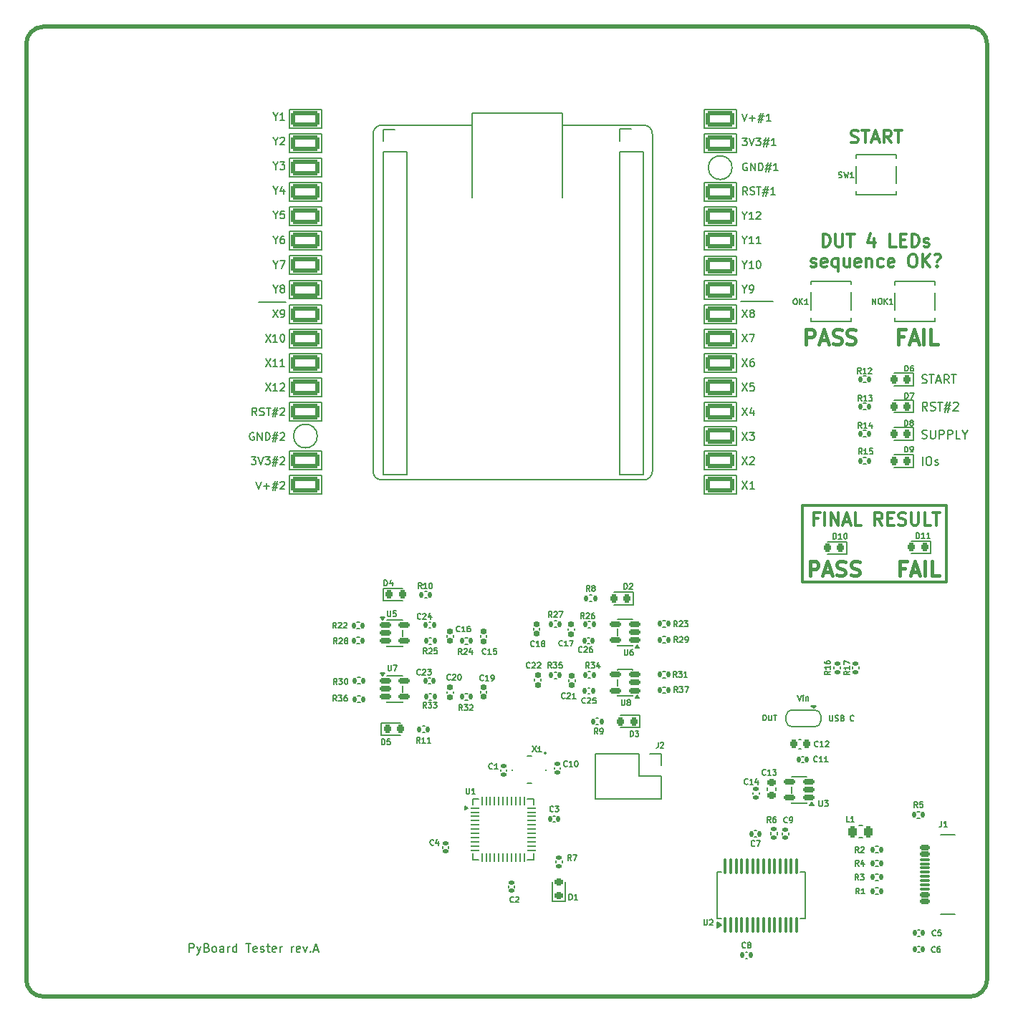
<source format=gbr>
%TF.GenerationSoftware,KiCad,Pcbnew,9.0.7*%
%TF.CreationDate,2026-01-21T16:50:36+00:00*%
%TF.ProjectId,OE PyBoard tester,4f452050-7942-46f6-9172-642074657374,rev?*%
%TF.SameCoordinates,PX4feafc0PY9062e40*%
%TF.FileFunction,Legend,Top*%
%TF.FilePolarity,Positive*%
%FSLAX46Y46*%
G04 Gerber Fmt 4.6, Leading zero omitted, Abs format (unit mm)*
G04 Created by KiCad (PCBNEW 9.0.7) date 2026-01-21 16:50:36*
%MOMM*%
%LPD*%
G01*
G04 APERTURE LIST*
G04 Aperture macros list*
%AMRoundRect*
0 Rectangle with rounded corners*
0 $1 Rounding radius*
0 $2 $3 $4 $5 $6 $7 $8 $9 X,Y pos of 4 corners*
0 Add a 4 corners polygon primitive as box body*
4,1,4,$2,$3,$4,$5,$6,$7,$8,$9,$2,$3,0*
0 Add four circle primitives for the rounded corners*
1,1,$1+$1,$2,$3*
1,1,$1+$1,$4,$5*
1,1,$1+$1,$6,$7*
1,1,$1+$1,$8,$9*
0 Add four rect primitives between the rounded corners*
20,1,$1+$1,$2,$3,$4,$5,0*
20,1,$1+$1,$4,$5,$6,$7,0*
20,1,$1+$1,$6,$7,$8,$9,0*
20,1,$1+$1,$8,$9,$2,$3,0*%
%AMFreePoly0*
4,1,23,0.550000,-0.750000,0.000000,-0.750000,0.000000,-0.745722,-0.065263,-0.745722,-0.191342,-0.711940,-0.304381,-0.646677,-0.396677,-0.554381,-0.461940,-0.441342,-0.495722,-0.315263,-0.495722,-0.250000,-0.500000,-0.250000,-0.500000,0.250000,-0.495722,0.250000,-0.495722,0.315263,-0.461940,0.441342,-0.396677,0.554381,-0.304381,0.646677,-0.191342,0.711940,-0.065263,0.745722,0.000000,0.745722,
0.000000,0.750000,0.550000,0.750000,0.550000,-0.750000,0.550000,-0.750000,$1*%
%AMFreePoly1*
4,1,23,0.000000,0.745722,0.065263,0.745722,0.191342,0.711940,0.304381,0.646677,0.396677,0.554381,0.461940,0.441342,0.495722,0.315263,0.495722,0.250000,0.500000,0.250000,0.500000,-0.250000,0.495722,-0.250000,0.495722,-0.315263,0.461940,-0.441342,0.396677,-0.554381,0.304381,-0.646677,0.191342,-0.711940,0.065263,-0.745722,0.000000,-0.745722,0.000000,-0.750000,-0.550000,-0.750000,
-0.550000,0.750000,0.000000,0.750000,0.000000,0.745722,0.000000,0.745722,$1*%
G04 Aperture macros list end*
%ADD10C,0.375000*%
%ADD11C,0.400000*%
%ADD12C,0.300000*%
%ADD13C,0.152400*%
%ADD14C,0.177800*%
%ADD15C,0.200000*%
%ADD16C,0.203200*%
%ADD17C,0.100000*%
%ADD18RoundRect,0.218750X0.218750X0.256250X-0.218750X0.256250X-0.218750X-0.256250X0.218750X-0.256250X0*%
%ADD19R,1.600000X1.400000*%
%ADD20RoundRect,0.135000X-0.185000X0.135000X-0.185000X-0.135000X0.185000X-0.135000X0.185000X0.135000X0*%
%ADD21RoundRect,0.250000X-1.450000X-0.650000X1.450000X-0.650000X1.450000X0.650000X-1.450000X0.650000X0*%
%ADD22RoundRect,0.140000X0.140000X0.170000X-0.140000X0.170000X-0.140000X-0.170000X0.140000X-0.170000X0*%
%ADD23RoundRect,0.135000X-0.135000X-0.185000X0.135000X-0.185000X0.135000X0.185000X-0.135000X0.185000X0*%
%ADD24R,1.700000X1.700000*%
%ADD25C,1.700000*%
%ADD26FreePoly0,180.000000*%
%ADD27R,1.000000X1.500000*%
%ADD28FreePoly1,180.000000*%
%ADD29RoundRect,0.100000X0.100000X-0.850000X0.100000X0.850000X-0.100000X0.850000X-0.100000X-0.850000X0*%
%ADD30RoundRect,0.135000X0.135000X0.185000X-0.135000X0.185000X-0.135000X-0.185000X0.135000X-0.185000X0*%
%ADD31RoundRect,0.250000X0.262500X0.450000X-0.262500X0.450000X-0.262500X-0.450000X0.262500X-0.450000X0*%
%ADD32RoundRect,0.155000X0.155000X-0.212500X0.155000X0.212500X-0.155000X0.212500X-0.155000X-0.212500X0*%
%ADD33RoundRect,0.155000X-0.155000X0.212500X-0.155000X-0.212500X0.155000X-0.212500X0.155000X0.212500X0*%
%ADD34RoundRect,0.150000X0.512500X0.150000X-0.512500X0.150000X-0.512500X-0.150000X0.512500X-0.150000X0*%
%ADD35C,2.000000*%
%ADD36RoundRect,0.140000X-0.140000X-0.170000X0.140000X-0.170000X0.140000X0.170000X-0.140000X0.170000X0*%
%ADD37RoundRect,0.218750X0.256250X-0.218750X0.256250X0.218750X-0.256250X0.218750X-0.256250X-0.218750X0*%
%ADD38RoundRect,0.150000X-0.512500X-0.150000X0.512500X-0.150000X0.512500X0.150000X-0.512500X0.150000X0*%
%ADD39RoundRect,0.140000X0.170000X-0.140000X0.170000X0.140000X-0.170000X0.140000X-0.170000X-0.140000X0*%
%ADD40R,1.400000X1.200000*%
%ADD41RoundRect,0.140000X-0.170000X0.140000X-0.170000X-0.140000X0.170000X-0.140000X0.170000X0.140000X0*%
%ADD42RoundRect,0.135000X0.185000X-0.135000X0.185000X0.135000X-0.185000X0.135000X-0.185000X-0.135000X0*%
%ADD43RoundRect,0.218750X-0.218750X-0.256250X0.218750X-0.256250X0.218750X0.256250X-0.218750X0.256250X0*%
%ADD44RoundRect,0.062500X-0.475000X-0.062500X0.475000X-0.062500X0.475000X0.062500X-0.475000X0.062500X0*%
%ADD45RoundRect,0.062500X-0.062500X-0.475000X0.062500X-0.475000X0.062500X0.475000X-0.062500X0.475000X0*%
%ADD46R,5.200000X5.200000*%
%ADD47RoundRect,0.225000X0.250000X-0.225000X0.250000X0.225000X-0.250000X0.225000X-0.250000X-0.225000X0*%
%ADD48C,0.650000*%
%ADD49RoundRect,0.150000X0.425000X-0.150000X0.425000X0.150000X-0.425000X0.150000X-0.425000X-0.150000X0*%
%ADD50RoundRect,0.075000X0.500000X-0.075000X0.500000X0.075000X-0.500000X0.075000X-0.500000X-0.075000X0*%
%ADD51O,2.100000X1.000000*%
%ADD52O,1.800000X1.000000*%
%ADD53RoundRect,0.225000X0.225000X0.250000X-0.225000X0.250000X-0.225000X-0.250000X0.225000X-0.250000X0*%
%TA.AperFunction,Profile*%
%ADD54C,0.500000*%
%TD*%
G04 APERTURE END LIST*
D10*
X97460715Y101047000D02*
X97675001Y100975572D01*
X97675001Y100975572D02*
X98032143Y100975572D01*
X98032143Y100975572D02*
X98175001Y101047000D01*
X98175001Y101047000D02*
X98246429Y101118429D01*
X98246429Y101118429D02*
X98317858Y101261286D01*
X98317858Y101261286D02*
X98317858Y101404143D01*
X98317858Y101404143D02*
X98246429Y101547000D01*
X98246429Y101547000D02*
X98175001Y101618429D01*
X98175001Y101618429D02*
X98032143Y101689858D01*
X98032143Y101689858D02*
X97746429Y101761286D01*
X97746429Y101761286D02*
X97603572Y101832715D01*
X97603572Y101832715D02*
X97532143Y101904143D01*
X97532143Y101904143D02*
X97460715Y102047000D01*
X97460715Y102047000D02*
X97460715Y102189858D01*
X97460715Y102189858D02*
X97532143Y102332715D01*
X97532143Y102332715D02*
X97603572Y102404143D01*
X97603572Y102404143D02*
X97746429Y102475572D01*
X97746429Y102475572D02*
X98103572Y102475572D01*
X98103572Y102475572D02*
X98317858Y102404143D01*
X98746429Y102475572D02*
X99603572Y102475572D01*
X99175000Y100975572D02*
X99175000Y102475572D01*
X100032143Y101404143D02*
X100746429Y101404143D01*
X99889286Y100975572D02*
X100389286Y102475572D01*
X100389286Y102475572D02*
X100889286Y100975572D01*
X102246428Y100975572D02*
X101746428Y101689858D01*
X101389285Y100975572D02*
X101389285Y102475572D01*
X101389285Y102475572D02*
X101960714Y102475572D01*
X101960714Y102475572D02*
X102103571Y102404143D01*
X102103571Y102404143D02*
X102175000Y102332715D01*
X102175000Y102332715D02*
X102246428Y102189858D01*
X102246428Y102189858D02*
X102246428Y101975572D01*
X102246428Y101975572D02*
X102175000Y101832715D01*
X102175000Y101832715D02*
X102103571Y101761286D01*
X102103571Y101761286D02*
X101960714Y101689858D01*
X101960714Y101689858D02*
X101389285Y101689858D01*
X102675000Y102475572D02*
X103532143Y102475572D01*
X103103571Y100975572D02*
X103103571Y102475572D01*
D11*
X103803100Y50665383D02*
X103219766Y50665383D01*
X103219766Y49748716D02*
X103219766Y51498716D01*
X103219766Y51498716D02*
X104053100Y51498716D01*
X104636433Y50248716D02*
X105469766Y50248716D01*
X104469766Y49748716D02*
X105053100Y51498716D01*
X105053100Y51498716D02*
X105636433Y49748716D01*
X106219766Y49748716D02*
X106219766Y51498716D01*
X107886433Y49748716D02*
X107053099Y49748716D01*
X107053099Y49748716D02*
X107053099Y51498716D01*
X92624999Y49748716D02*
X92624999Y51498716D01*
X92624999Y51498716D02*
X93291666Y51498716D01*
X93291666Y51498716D02*
X93458333Y51415383D01*
X93458333Y51415383D02*
X93541666Y51332049D01*
X93541666Y51332049D02*
X93624999Y51165383D01*
X93624999Y51165383D02*
X93624999Y50915383D01*
X93624999Y50915383D02*
X93541666Y50748716D01*
X93541666Y50748716D02*
X93458333Y50665383D01*
X93458333Y50665383D02*
X93291666Y50582049D01*
X93291666Y50582049D02*
X92624999Y50582049D01*
X94291666Y50248716D02*
X95124999Y50248716D01*
X94124999Y49748716D02*
X94708333Y51498716D01*
X94708333Y51498716D02*
X95291666Y49748716D01*
X95791666Y49832049D02*
X96041666Y49748716D01*
X96041666Y49748716D02*
X96458333Y49748716D01*
X96458333Y49748716D02*
X96624999Y49832049D01*
X96624999Y49832049D02*
X96708333Y49915383D01*
X96708333Y49915383D02*
X96791666Y50082049D01*
X96791666Y50082049D02*
X96791666Y50248716D01*
X96791666Y50248716D02*
X96708333Y50415383D01*
X96708333Y50415383D02*
X96624999Y50498716D01*
X96624999Y50498716D02*
X96458333Y50582049D01*
X96458333Y50582049D02*
X96124999Y50665383D01*
X96124999Y50665383D02*
X95958333Y50748716D01*
X95958333Y50748716D02*
X95874999Y50832049D01*
X95874999Y50832049D02*
X95791666Y50998716D01*
X95791666Y50998716D02*
X95791666Y51165383D01*
X95791666Y51165383D02*
X95874999Y51332049D01*
X95874999Y51332049D02*
X95958333Y51415383D01*
X95958333Y51415383D02*
X96124999Y51498716D01*
X96124999Y51498716D02*
X96541666Y51498716D01*
X96541666Y51498716D02*
X96791666Y51415383D01*
X97458333Y49832049D02*
X97708333Y49748716D01*
X97708333Y49748716D02*
X98125000Y49748716D01*
X98125000Y49748716D02*
X98291666Y49832049D01*
X98291666Y49832049D02*
X98375000Y49915383D01*
X98375000Y49915383D02*
X98458333Y50082049D01*
X98458333Y50082049D02*
X98458333Y50248716D01*
X98458333Y50248716D02*
X98375000Y50415383D01*
X98375000Y50415383D02*
X98291666Y50498716D01*
X98291666Y50498716D02*
X98125000Y50582049D01*
X98125000Y50582049D02*
X97791666Y50665383D01*
X97791666Y50665383D02*
X97625000Y50748716D01*
X97625000Y50748716D02*
X97541666Y50832049D01*
X97541666Y50832049D02*
X97458333Y50998716D01*
X97458333Y50998716D02*
X97458333Y51165383D01*
X97458333Y51165383D02*
X97541666Y51332049D01*
X97541666Y51332049D02*
X97625000Y51415383D01*
X97625000Y51415383D02*
X97791666Y51498716D01*
X97791666Y51498716D02*
X98208333Y51498716D01*
X98208333Y51498716D02*
X98458333Y51415383D01*
D10*
X93592856Y56523786D02*
X93092856Y56523786D01*
X93092856Y55738072D02*
X93092856Y57238072D01*
X93092856Y57238072D02*
X93807142Y57238072D01*
X94378570Y55738072D02*
X94378570Y57238072D01*
X95092856Y55738072D02*
X95092856Y57238072D01*
X95092856Y57238072D02*
X95949999Y55738072D01*
X95949999Y55738072D02*
X95949999Y57238072D01*
X96592857Y56166643D02*
X97307143Y56166643D01*
X96450000Y55738072D02*
X96950000Y57238072D01*
X96950000Y57238072D02*
X97450000Y55738072D01*
X98664285Y55738072D02*
X97949999Y55738072D01*
X97949999Y55738072D02*
X97949999Y57238072D01*
X101164285Y55738072D02*
X100664285Y56452358D01*
X100307142Y55738072D02*
X100307142Y57238072D01*
X100307142Y57238072D02*
X100878571Y57238072D01*
X100878571Y57238072D02*
X101021428Y57166643D01*
X101021428Y57166643D02*
X101092857Y57095215D01*
X101092857Y57095215D02*
X101164285Y56952358D01*
X101164285Y56952358D02*
X101164285Y56738072D01*
X101164285Y56738072D02*
X101092857Y56595215D01*
X101092857Y56595215D02*
X101021428Y56523786D01*
X101021428Y56523786D02*
X100878571Y56452358D01*
X100878571Y56452358D02*
X100307142Y56452358D01*
X101807142Y56523786D02*
X102307142Y56523786D01*
X102521428Y55738072D02*
X101807142Y55738072D01*
X101807142Y55738072D02*
X101807142Y57238072D01*
X101807142Y57238072D02*
X102521428Y57238072D01*
X103092857Y55809500D02*
X103307143Y55738072D01*
X103307143Y55738072D02*
X103664285Y55738072D01*
X103664285Y55738072D02*
X103807143Y55809500D01*
X103807143Y55809500D02*
X103878571Y55880929D01*
X103878571Y55880929D02*
X103950000Y56023786D01*
X103950000Y56023786D02*
X103950000Y56166643D01*
X103950000Y56166643D02*
X103878571Y56309500D01*
X103878571Y56309500D02*
X103807143Y56380929D01*
X103807143Y56380929D02*
X103664285Y56452358D01*
X103664285Y56452358D02*
X103378571Y56523786D01*
X103378571Y56523786D02*
X103235714Y56595215D01*
X103235714Y56595215D02*
X103164285Y56666643D01*
X103164285Y56666643D02*
X103092857Y56809500D01*
X103092857Y56809500D02*
X103092857Y56952358D01*
X103092857Y56952358D02*
X103164285Y57095215D01*
X103164285Y57095215D02*
X103235714Y57166643D01*
X103235714Y57166643D02*
X103378571Y57238072D01*
X103378571Y57238072D02*
X103735714Y57238072D01*
X103735714Y57238072D02*
X103950000Y57166643D01*
X104592856Y57238072D02*
X104592856Y56023786D01*
X104592856Y56023786D02*
X104664285Y55880929D01*
X104664285Y55880929D02*
X104735714Y55809500D01*
X104735714Y55809500D02*
X104878571Y55738072D01*
X104878571Y55738072D02*
X105164285Y55738072D01*
X105164285Y55738072D02*
X105307142Y55809500D01*
X105307142Y55809500D02*
X105378571Y55880929D01*
X105378571Y55880929D02*
X105449999Y56023786D01*
X105449999Y56023786D02*
X105449999Y57238072D01*
X106878571Y55738072D02*
X106164285Y55738072D01*
X106164285Y55738072D02*
X106164285Y57238072D01*
X107164286Y57238072D02*
X108021429Y57238072D01*
X107592857Y55738072D02*
X107592857Y57238072D01*
D12*
X91700000Y58100000D02*
X108750000Y58100000D01*
X108750000Y49037500D01*
X91700000Y49037500D01*
X91700000Y58100000D01*
D10*
X94149999Y88683030D02*
X94149999Y90183030D01*
X94149999Y90183030D02*
X94507142Y90183030D01*
X94507142Y90183030D02*
X94721428Y90111601D01*
X94721428Y90111601D02*
X94864285Y89968744D01*
X94864285Y89968744D02*
X94935714Y89825887D01*
X94935714Y89825887D02*
X95007142Y89540173D01*
X95007142Y89540173D02*
X95007142Y89325887D01*
X95007142Y89325887D02*
X94935714Y89040173D01*
X94935714Y89040173D02*
X94864285Y88897316D01*
X94864285Y88897316D02*
X94721428Y88754458D01*
X94721428Y88754458D02*
X94507142Y88683030D01*
X94507142Y88683030D02*
X94149999Y88683030D01*
X95649999Y90183030D02*
X95649999Y88968744D01*
X95649999Y88968744D02*
X95721428Y88825887D01*
X95721428Y88825887D02*
X95792857Y88754458D01*
X95792857Y88754458D02*
X95935714Y88683030D01*
X95935714Y88683030D02*
X96221428Y88683030D01*
X96221428Y88683030D02*
X96364285Y88754458D01*
X96364285Y88754458D02*
X96435714Y88825887D01*
X96435714Y88825887D02*
X96507142Y88968744D01*
X96507142Y88968744D02*
X96507142Y90183030D01*
X97007143Y90183030D02*
X97864286Y90183030D01*
X97435714Y88683030D02*
X97435714Y90183030D01*
X100150000Y89683030D02*
X100150000Y88683030D01*
X99792857Y90254458D02*
X99435714Y89183030D01*
X99435714Y89183030D02*
X100364285Y89183030D01*
X102792856Y88683030D02*
X102078570Y88683030D01*
X102078570Y88683030D02*
X102078570Y90183030D01*
X103292856Y89468744D02*
X103792856Y89468744D01*
X104007142Y88683030D02*
X103292856Y88683030D01*
X103292856Y88683030D02*
X103292856Y90183030D01*
X103292856Y90183030D02*
X104007142Y90183030D01*
X104649999Y88683030D02*
X104649999Y90183030D01*
X104649999Y90183030D02*
X105007142Y90183030D01*
X105007142Y90183030D02*
X105221428Y90111601D01*
X105221428Y90111601D02*
X105364285Y89968744D01*
X105364285Y89968744D02*
X105435714Y89825887D01*
X105435714Y89825887D02*
X105507142Y89540173D01*
X105507142Y89540173D02*
X105507142Y89325887D01*
X105507142Y89325887D02*
X105435714Y89040173D01*
X105435714Y89040173D02*
X105364285Y88897316D01*
X105364285Y88897316D02*
X105221428Y88754458D01*
X105221428Y88754458D02*
X105007142Y88683030D01*
X105007142Y88683030D02*
X104649999Y88683030D01*
X106078571Y88754458D02*
X106221428Y88683030D01*
X106221428Y88683030D02*
X106507142Y88683030D01*
X106507142Y88683030D02*
X106649999Y88754458D01*
X106649999Y88754458D02*
X106721428Y88897316D01*
X106721428Y88897316D02*
X106721428Y88968744D01*
X106721428Y88968744D02*
X106649999Y89111601D01*
X106649999Y89111601D02*
X106507142Y89183030D01*
X106507142Y89183030D02*
X106292857Y89183030D01*
X106292857Y89183030D02*
X106149999Y89254458D01*
X106149999Y89254458D02*
X106078571Y89397316D01*
X106078571Y89397316D02*
X106078571Y89468744D01*
X106078571Y89468744D02*
X106149999Y89611601D01*
X106149999Y89611601D02*
X106292857Y89683030D01*
X106292857Y89683030D02*
X106507142Y89683030D01*
X106507142Y89683030D02*
X106649999Y89611601D01*
X92721429Y86339542D02*
X92864286Y86268114D01*
X92864286Y86268114D02*
X93150000Y86268114D01*
X93150000Y86268114D02*
X93292857Y86339542D01*
X93292857Y86339542D02*
X93364286Y86482400D01*
X93364286Y86482400D02*
X93364286Y86553828D01*
X93364286Y86553828D02*
X93292857Y86696685D01*
X93292857Y86696685D02*
X93150000Y86768114D01*
X93150000Y86768114D02*
X92935715Y86768114D01*
X92935715Y86768114D02*
X92792857Y86839542D01*
X92792857Y86839542D02*
X92721429Y86982400D01*
X92721429Y86982400D02*
X92721429Y87053828D01*
X92721429Y87053828D02*
X92792857Y87196685D01*
X92792857Y87196685D02*
X92935715Y87268114D01*
X92935715Y87268114D02*
X93150000Y87268114D01*
X93150000Y87268114D02*
X93292857Y87196685D01*
X94578572Y86339542D02*
X94435715Y86268114D01*
X94435715Y86268114D02*
X94150001Y86268114D01*
X94150001Y86268114D02*
X94007143Y86339542D01*
X94007143Y86339542D02*
X93935715Y86482400D01*
X93935715Y86482400D02*
X93935715Y87053828D01*
X93935715Y87053828D02*
X94007143Y87196685D01*
X94007143Y87196685D02*
X94150001Y87268114D01*
X94150001Y87268114D02*
X94435715Y87268114D01*
X94435715Y87268114D02*
X94578572Y87196685D01*
X94578572Y87196685D02*
X94650001Y87053828D01*
X94650001Y87053828D02*
X94650001Y86910971D01*
X94650001Y86910971D02*
X93935715Y86768114D01*
X95935715Y87268114D02*
X95935715Y85768114D01*
X95935715Y86339542D02*
X95792857Y86268114D01*
X95792857Y86268114D02*
X95507143Y86268114D01*
X95507143Y86268114D02*
X95364286Y86339542D01*
X95364286Y86339542D02*
X95292857Y86410971D01*
X95292857Y86410971D02*
X95221429Y86553828D01*
X95221429Y86553828D02*
X95221429Y86982400D01*
X95221429Y86982400D02*
X95292857Y87125257D01*
X95292857Y87125257D02*
X95364286Y87196685D01*
X95364286Y87196685D02*
X95507143Y87268114D01*
X95507143Y87268114D02*
X95792857Y87268114D01*
X95792857Y87268114D02*
X95935715Y87196685D01*
X97292858Y87268114D02*
X97292858Y86268114D01*
X96650000Y87268114D02*
X96650000Y86482400D01*
X96650000Y86482400D02*
X96721429Y86339542D01*
X96721429Y86339542D02*
X96864286Y86268114D01*
X96864286Y86268114D02*
X97078572Y86268114D01*
X97078572Y86268114D02*
X97221429Y86339542D01*
X97221429Y86339542D02*
X97292858Y86410971D01*
X98578572Y86339542D02*
X98435715Y86268114D01*
X98435715Y86268114D02*
X98150001Y86268114D01*
X98150001Y86268114D02*
X98007143Y86339542D01*
X98007143Y86339542D02*
X97935715Y86482400D01*
X97935715Y86482400D02*
X97935715Y87053828D01*
X97935715Y87053828D02*
X98007143Y87196685D01*
X98007143Y87196685D02*
X98150001Y87268114D01*
X98150001Y87268114D02*
X98435715Y87268114D01*
X98435715Y87268114D02*
X98578572Y87196685D01*
X98578572Y87196685D02*
X98650001Y87053828D01*
X98650001Y87053828D02*
X98650001Y86910971D01*
X98650001Y86910971D02*
X97935715Y86768114D01*
X99292857Y87268114D02*
X99292857Y86268114D01*
X99292857Y87125257D02*
X99364286Y87196685D01*
X99364286Y87196685D02*
X99507143Y87268114D01*
X99507143Y87268114D02*
X99721429Y87268114D01*
X99721429Y87268114D02*
X99864286Y87196685D01*
X99864286Y87196685D02*
X99935715Y87053828D01*
X99935715Y87053828D02*
X99935715Y86268114D01*
X101292858Y86339542D02*
X101150000Y86268114D01*
X101150000Y86268114D02*
X100864286Y86268114D01*
X100864286Y86268114D02*
X100721429Y86339542D01*
X100721429Y86339542D02*
X100650000Y86410971D01*
X100650000Y86410971D02*
X100578572Y86553828D01*
X100578572Y86553828D02*
X100578572Y86982400D01*
X100578572Y86982400D02*
X100650000Y87125257D01*
X100650000Y87125257D02*
X100721429Y87196685D01*
X100721429Y87196685D02*
X100864286Y87268114D01*
X100864286Y87268114D02*
X101150000Y87268114D01*
X101150000Y87268114D02*
X101292858Y87196685D01*
X102507143Y86339542D02*
X102364286Y86268114D01*
X102364286Y86268114D02*
X102078572Y86268114D01*
X102078572Y86268114D02*
X101935714Y86339542D01*
X101935714Y86339542D02*
X101864286Y86482400D01*
X101864286Y86482400D02*
X101864286Y87053828D01*
X101864286Y87053828D02*
X101935714Y87196685D01*
X101935714Y87196685D02*
X102078572Y87268114D01*
X102078572Y87268114D02*
X102364286Y87268114D01*
X102364286Y87268114D02*
X102507143Y87196685D01*
X102507143Y87196685D02*
X102578572Y87053828D01*
X102578572Y87053828D02*
X102578572Y86910971D01*
X102578572Y86910971D02*
X101864286Y86768114D01*
X104650000Y87768114D02*
X104935714Y87768114D01*
X104935714Y87768114D02*
X105078571Y87696685D01*
X105078571Y87696685D02*
X105221428Y87553828D01*
X105221428Y87553828D02*
X105292857Y87268114D01*
X105292857Y87268114D02*
X105292857Y86768114D01*
X105292857Y86768114D02*
X105221428Y86482400D01*
X105221428Y86482400D02*
X105078571Y86339542D01*
X105078571Y86339542D02*
X104935714Y86268114D01*
X104935714Y86268114D02*
X104650000Y86268114D01*
X104650000Y86268114D02*
X104507143Y86339542D01*
X104507143Y86339542D02*
X104364285Y86482400D01*
X104364285Y86482400D02*
X104292857Y86768114D01*
X104292857Y86768114D02*
X104292857Y87268114D01*
X104292857Y87268114D02*
X104364285Y87553828D01*
X104364285Y87553828D02*
X104507143Y87696685D01*
X104507143Y87696685D02*
X104650000Y87768114D01*
X105935714Y86268114D02*
X105935714Y87768114D01*
X106792857Y86268114D02*
X106150000Y87125257D01*
X106792857Y87768114D02*
X105935714Y86910971D01*
X107650000Y86410971D02*
X107721429Y86339542D01*
X107721429Y86339542D02*
X107650000Y86268114D01*
X107650000Y86268114D02*
X107578572Y86339542D01*
X107578572Y86339542D02*
X107650000Y86410971D01*
X107650000Y86410971D02*
X107650000Y86268114D01*
X107364286Y87696685D02*
X107507143Y87768114D01*
X107507143Y87768114D02*
X107864286Y87768114D01*
X107864286Y87768114D02*
X108007143Y87696685D01*
X108007143Y87696685D02*
X108078572Y87553828D01*
X108078572Y87553828D02*
X108078572Y87410971D01*
X108078572Y87410971D02*
X108007143Y87268114D01*
X108007143Y87268114D02*
X107935714Y87196685D01*
X107935714Y87196685D02*
X107792857Y87125257D01*
X107792857Y87125257D02*
X107721429Y87053828D01*
X107721429Y87053828D02*
X107650000Y86910971D01*
X107650000Y86910971D02*
X107650000Y86839542D01*
D11*
X92174999Y77161216D02*
X92174999Y78911216D01*
X92174999Y78911216D02*
X92841666Y78911216D01*
X92841666Y78911216D02*
X93008333Y78827883D01*
X93008333Y78827883D02*
X93091666Y78744549D01*
X93091666Y78744549D02*
X93174999Y78577883D01*
X93174999Y78577883D02*
X93174999Y78327883D01*
X93174999Y78327883D02*
X93091666Y78161216D01*
X93091666Y78161216D02*
X93008333Y78077883D01*
X93008333Y78077883D02*
X92841666Y77994549D01*
X92841666Y77994549D02*
X92174999Y77994549D01*
X93841666Y77661216D02*
X94674999Y77661216D01*
X93674999Y77161216D02*
X94258333Y78911216D01*
X94258333Y78911216D02*
X94841666Y77161216D01*
X95341666Y77244549D02*
X95591666Y77161216D01*
X95591666Y77161216D02*
X96008333Y77161216D01*
X96008333Y77161216D02*
X96174999Y77244549D01*
X96174999Y77244549D02*
X96258333Y77327883D01*
X96258333Y77327883D02*
X96341666Y77494549D01*
X96341666Y77494549D02*
X96341666Y77661216D01*
X96341666Y77661216D02*
X96258333Y77827883D01*
X96258333Y77827883D02*
X96174999Y77911216D01*
X96174999Y77911216D02*
X96008333Y77994549D01*
X96008333Y77994549D02*
X95674999Y78077883D01*
X95674999Y78077883D02*
X95508333Y78161216D01*
X95508333Y78161216D02*
X95424999Y78244549D01*
X95424999Y78244549D02*
X95341666Y78411216D01*
X95341666Y78411216D02*
X95341666Y78577883D01*
X95341666Y78577883D02*
X95424999Y78744549D01*
X95424999Y78744549D02*
X95508333Y78827883D01*
X95508333Y78827883D02*
X95674999Y78911216D01*
X95674999Y78911216D02*
X96091666Y78911216D01*
X96091666Y78911216D02*
X96341666Y78827883D01*
X97008333Y77244549D02*
X97258333Y77161216D01*
X97258333Y77161216D02*
X97675000Y77161216D01*
X97675000Y77161216D02*
X97841666Y77244549D01*
X97841666Y77244549D02*
X97925000Y77327883D01*
X97925000Y77327883D02*
X98008333Y77494549D01*
X98008333Y77494549D02*
X98008333Y77661216D01*
X98008333Y77661216D02*
X97925000Y77827883D01*
X97925000Y77827883D02*
X97841666Y77911216D01*
X97841666Y77911216D02*
X97675000Y77994549D01*
X97675000Y77994549D02*
X97341666Y78077883D01*
X97341666Y78077883D02*
X97175000Y78161216D01*
X97175000Y78161216D02*
X97091666Y78244549D01*
X97091666Y78244549D02*
X97008333Y78411216D01*
X97008333Y78411216D02*
X97008333Y78577883D01*
X97008333Y78577883D02*
X97091666Y78744549D01*
X97091666Y78744549D02*
X97175000Y78827883D01*
X97175000Y78827883D02*
X97341666Y78911216D01*
X97341666Y78911216D02*
X97758333Y78911216D01*
X97758333Y78911216D02*
X98008333Y78827883D01*
D13*
X40989000Y102055200D02*
G75*
G02*
X41989000Y103055200I999900J100D01*
G01*
X41989000Y103055200D02*
X52689000Y103055200D01*
X72989000Y61105200D02*
X41989000Y61105200D01*
X52689000Y104455200D02*
X63339000Y104455200D01*
X40989000Y62105200D02*
X40989000Y102055200D01*
X72989000Y103055200D02*
G75*
G02*
X73989000Y102055200I0J-1000000D01*
G01*
X73989000Y62105200D02*
G75*
G02*
X72989000Y61105200I-1000100J100D01*
G01*
D14*
X84433600Y82215200D02*
X88294400Y82215200D01*
D13*
X63339000Y104455200D02*
X63339000Y94505200D01*
X52689000Y94505200D02*
X52689000Y104455200D01*
X73989000Y102055200D02*
X73989000Y62105200D01*
X63339000Y103055200D02*
X72989000Y103055200D01*
D14*
X27468856Y82161534D02*
X30694656Y82161534D01*
D13*
X41989000Y61105200D02*
G75*
G02*
X40989000Y62105200I0J1000000D01*
G01*
D15*
X85181292Y98527686D02*
X85095578Y98570543D01*
X85095578Y98570543D02*
X84967006Y98570543D01*
X84967006Y98570543D02*
X84838435Y98527686D01*
X84838435Y98527686D02*
X84752720Y98441972D01*
X84752720Y98441972D02*
X84709863Y98356258D01*
X84709863Y98356258D02*
X84667006Y98184829D01*
X84667006Y98184829D02*
X84667006Y98056258D01*
X84667006Y98056258D02*
X84709863Y97884829D01*
X84709863Y97884829D02*
X84752720Y97799115D01*
X84752720Y97799115D02*
X84838435Y97713400D01*
X84838435Y97713400D02*
X84967006Y97670543D01*
X84967006Y97670543D02*
X85052720Y97670543D01*
X85052720Y97670543D02*
X85181292Y97713400D01*
X85181292Y97713400D02*
X85224149Y97756258D01*
X85224149Y97756258D02*
X85224149Y98056258D01*
X85224149Y98056258D02*
X85052720Y98056258D01*
X85609863Y97670543D02*
X85609863Y98570543D01*
X85609863Y98570543D02*
X86124149Y97670543D01*
X86124149Y97670543D02*
X86124149Y98570543D01*
X86552720Y97670543D02*
X86552720Y98570543D01*
X86552720Y98570543D02*
X86767006Y98570543D01*
X86767006Y98570543D02*
X86895577Y98527686D01*
X86895577Y98527686D02*
X86981292Y98441972D01*
X86981292Y98441972D02*
X87024149Y98356258D01*
X87024149Y98356258D02*
X87067006Y98184829D01*
X87067006Y98184829D02*
X87067006Y98056258D01*
X87067006Y98056258D02*
X87024149Y97884829D01*
X87024149Y97884829D02*
X86981292Y97799115D01*
X86981292Y97799115D02*
X86895577Y97713400D01*
X86895577Y97713400D02*
X86767006Y97670543D01*
X86767006Y97670543D02*
X86552720Y97670543D01*
X87409863Y98270543D02*
X88052720Y98270543D01*
X87667006Y98656258D02*
X87409863Y97499115D01*
X87967006Y97884829D02*
X87324149Y97884829D01*
X87709863Y97499115D02*
X87967006Y98656258D01*
X88824149Y97670543D02*
X88309863Y97670543D01*
X88567006Y97670543D02*
X88567006Y98570543D01*
X88567006Y98570543D02*
X88481292Y98441972D01*
X88481292Y98441972D02*
X88395577Y98356258D01*
X88395577Y98356258D02*
X88309863Y98313400D01*
X29474149Y98257647D02*
X29474149Y97829075D01*
X29174149Y98729075D02*
X29474149Y98257647D01*
X29474149Y98257647D02*
X29774149Y98729075D01*
X29988435Y98729075D02*
X30545578Y98729075D01*
X30545578Y98729075D02*
X30245578Y98386218D01*
X30245578Y98386218D02*
X30374149Y98386218D01*
X30374149Y98386218D02*
X30459864Y98343361D01*
X30459864Y98343361D02*
X30502721Y98300504D01*
X30502721Y98300504D02*
X30545578Y98214790D01*
X30545578Y98214790D02*
X30545578Y98000504D01*
X30545578Y98000504D02*
X30502721Y97914790D01*
X30502721Y97914790D02*
X30459864Y97871932D01*
X30459864Y97871932D02*
X30374149Y97829075D01*
X30374149Y97829075D02*
X30117006Y97829075D01*
X30117006Y97829075D02*
X30031292Y97871932D01*
X30031292Y97871932D02*
X29988435Y97914790D01*
X84624149Y60925743D02*
X85224149Y60025743D01*
X85224149Y60925743D02*
X84624149Y60025743D01*
X86038435Y60025743D02*
X85524149Y60025743D01*
X85781292Y60025743D02*
X85781292Y60925743D01*
X85781292Y60925743D02*
X85695578Y60797172D01*
X85695578Y60797172D02*
X85609863Y60711458D01*
X85609863Y60711458D02*
X85524149Y60668600D01*
X84624149Y81230410D02*
X85224149Y80330410D01*
X85224149Y81230410D02*
X84624149Y80330410D01*
X85695578Y80844696D02*
X85609863Y80887553D01*
X85609863Y80887553D02*
X85567006Y80930410D01*
X85567006Y80930410D02*
X85524149Y81016125D01*
X85524149Y81016125D02*
X85524149Y81058982D01*
X85524149Y81058982D02*
X85567006Y81144696D01*
X85567006Y81144696D02*
X85609863Y81187553D01*
X85609863Y81187553D02*
X85695578Y81230410D01*
X85695578Y81230410D02*
X85867006Y81230410D01*
X85867006Y81230410D02*
X85952721Y81187553D01*
X85952721Y81187553D02*
X85995578Y81144696D01*
X85995578Y81144696D02*
X86038435Y81058982D01*
X86038435Y81058982D02*
X86038435Y81016125D01*
X86038435Y81016125D02*
X85995578Y80930410D01*
X85995578Y80930410D02*
X85952721Y80887553D01*
X85952721Y80887553D02*
X85867006Y80844696D01*
X85867006Y80844696D02*
X85695578Y80844696D01*
X85695578Y80844696D02*
X85609863Y80801839D01*
X85609863Y80801839D02*
X85567006Y80758982D01*
X85567006Y80758982D02*
X85524149Y80673267D01*
X85524149Y80673267D02*
X85524149Y80501839D01*
X85524149Y80501839D02*
X85567006Y80416125D01*
X85567006Y80416125D02*
X85609863Y80373267D01*
X85609863Y80373267D02*
X85695578Y80330410D01*
X85695578Y80330410D02*
X85867006Y80330410D01*
X85867006Y80330410D02*
X85952721Y80373267D01*
X85952721Y80373267D02*
X85995578Y80416125D01*
X85995578Y80416125D02*
X86038435Y80501839D01*
X86038435Y80501839D02*
X86038435Y80673267D01*
X86038435Y80673267D02*
X85995578Y80758982D01*
X85995578Y80758982D02*
X85952721Y80801839D01*
X85952721Y80801839D02*
X85867006Y80844696D01*
D13*
X87079533Y32652412D02*
X87079533Y33312812D01*
X87079533Y33312812D02*
X87236771Y33312812D01*
X87236771Y33312812D02*
X87331114Y33281364D01*
X87331114Y33281364D02*
X87394009Y33218469D01*
X87394009Y33218469D02*
X87425456Y33155574D01*
X87425456Y33155574D02*
X87456904Y33029783D01*
X87456904Y33029783D02*
X87456904Y32935440D01*
X87456904Y32935440D02*
X87425456Y32809650D01*
X87425456Y32809650D02*
X87394009Y32746755D01*
X87394009Y32746755D02*
X87331114Y32683859D01*
X87331114Y32683859D02*
X87236771Y32652412D01*
X87236771Y32652412D02*
X87079533Y32652412D01*
X87739933Y33312812D02*
X87739933Y32778202D01*
X87739933Y32778202D02*
X87771380Y32715307D01*
X87771380Y32715307D02*
X87802828Y32683859D01*
X87802828Y32683859D02*
X87865723Y32652412D01*
X87865723Y32652412D02*
X87991514Y32652412D01*
X87991514Y32652412D02*
X88054409Y32683859D01*
X88054409Y32683859D02*
X88085856Y32715307D01*
X88085856Y32715307D02*
X88117304Y32778202D01*
X88117304Y32778202D02*
X88117304Y33312812D01*
X88337438Y33312812D02*
X88714809Y33312812D01*
X88526123Y32652412D02*
X88526123Y33312812D01*
D15*
X105908928Y62836581D02*
X105908928Y63836581D01*
X106575594Y63836581D02*
X106766070Y63836581D01*
X106766070Y63836581D02*
X106861308Y63788962D01*
X106861308Y63788962D02*
X106956546Y63693724D01*
X106956546Y63693724D02*
X107004165Y63503248D01*
X107004165Y63503248D02*
X107004165Y63169915D01*
X107004165Y63169915D02*
X106956546Y62979439D01*
X106956546Y62979439D02*
X106861308Y62884200D01*
X106861308Y62884200D02*
X106766070Y62836581D01*
X106766070Y62836581D02*
X106575594Y62836581D01*
X106575594Y62836581D02*
X106480356Y62884200D01*
X106480356Y62884200D02*
X106385118Y62979439D01*
X106385118Y62979439D02*
X106337499Y63169915D01*
X106337499Y63169915D02*
X106337499Y63503248D01*
X106337499Y63503248D02*
X106385118Y63693724D01*
X106385118Y63693724D02*
X106480356Y63788962D01*
X106480356Y63788962D02*
X106575594Y63836581D01*
X107385118Y62884200D02*
X107480356Y62836581D01*
X107480356Y62836581D02*
X107670832Y62836581D01*
X107670832Y62836581D02*
X107766070Y62884200D01*
X107766070Y62884200D02*
X107813689Y62979439D01*
X107813689Y62979439D02*
X107813689Y63027058D01*
X107813689Y63027058D02*
X107766070Y63122296D01*
X107766070Y63122296D02*
X107670832Y63169915D01*
X107670832Y63169915D02*
X107527975Y63169915D01*
X107527975Y63169915D02*
X107432737Y63217534D01*
X107432737Y63217534D02*
X107385118Y63312772D01*
X107385118Y63312772D02*
X107385118Y63360391D01*
X107385118Y63360391D02*
X107432737Y63455629D01*
X107432737Y63455629D02*
X107527975Y63503248D01*
X107527975Y63503248D02*
X107670832Y63503248D01*
X107670832Y63503248D02*
X107766070Y63455629D01*
D13*
X91173876Y35662812D02*
X91394009Y35002412D01*
X91394009Y35002412D02*
X91614142Y35662812D01*
X91834276Y35002412D02*
X91834276Y35442679D01*
X91834276Y35662812D02*
X91802828Y35631364D01*
X91802828Y35631364D02*
X91834276Y35599917D01*
X91834276Y35599917D02*
X91865723Y35631364D01*
X91865723Y35631364D02*
X91834276Y35662812D01*
X91834276Y35662812D02*
X91834276Y35599917D01*
X92148752Y35442679D02*
X92148752Y35002412D01*
X92148752Y35379783D02*
X92180199Y35411231D01*
X92180199Y35411231D02*
X92243094Y35442679D01*
X92243094Y35442679D02*
X92337437Y35442679D01*
X92337437Y35442679D02*
X92400333Y35411231D01*
X92400333Y35411231D02*
X92431780Y35348336D01*
X92431780Y35348336D02*
X92431780Y35002412D01*
D15*
X84881292Y86560315D02*
X84881292Y86131743D01*
X84581292Y87031743D02*
X84881292Y86560315D01*
X84881292Y86560315D02*
X85181292Y87031743D01*
X85952721Y86131743D02*
X85438435Y86131743D01*
X85695578Y86131743D02*
X85695578Y87031743D01*
X85695578Y87031743D02*
X85609864Y86903172D01*
X85609864Y86903172D02*
X85524149Y86817458D01*
X85524149Y86817458D02*
X85438435Y86774600D01*
X86509864Y87031743D02*
X86595578Y87031743D01*
X86595578Y87031743D02*
X86681292Y86988886D01*
X86681292Y86988886D02*
X86724150Y86946029D01*
X86724150Y86946029D02*
X86767007Y86860315D01*
X86767007Y86860315D02*
X86809864Y86688886D01*
X86809864Y86688886D02*
X86809864Y86474600D01*
X86809864Y86474600D02*
X86767007Y86303172D01*
X86767007Y86303172D02*
X86724150Y86217458D01*
X86724150Y86217458D02*
X86681292Y86174600D01*
X86681292Y86174600D02*
X86595578Y86131743D01*
X86595578Y86131743D02*
X86509864Y86131743D01*
X86509864Y86131743D02*
X86424150Y86174600D01*
X86424150Y86174600D02*
X86381292Y86217458D01*
X86381292Y86217458D02*
X86338435Y86303172D01*
X86338435Y86303172D02*
X86295578Y86474600D01*
X86295578Y86474600D02*
X86295578Y86688886D01*
X86295578Y86688886D02*
X86338435Y86860315D01*
X86338435Y86860315D02*
X86381292Y86946029D01*
X86381292Y86946029D02*
X86424150Y86988886D01*
X86424150Y86988886D02*
X86509864Y87031743D01*
X105861309Y66034200D02*
X106004166Y65986581D01*
X106004166Y65986581D02*
X106242261Y65986581D01*
X106242261Y65986581D02*
X106337499Y66034200D01*
X106337499Y66034200D02*
X106385118Y66081820D01*
X106385118Y66081820D02*
X106432737Y66177058D01*
X106432737Y66177058D02*
X106432737Y66272296D01*
X106432737Y66272296D02*
X106385118Y66367534D01*
X106385118Y66367534D02*
X106337499Y66415153D01*
X106337499Y66415153D02*
X106242261Y66462772D01*
X106242261Y66462772D02*
X106051785Y66510391D01*
X106051785Y66510391D02*
X105956547Y66558010D01*
X105956547Y66558010D02*
X105908928Y66605629D01*
X105908928Y66605629D02*
X105861309Y66700867D01*
X105861309Y66700867D02*
X105861309Y66796105D01*
X105861309Y66796105D02*
X105908928Y66891343D01*
X105908928Y66891343D02*
X105956547Y66938962D01*
X105956547Y66938962D02*
X106051785Y66986581D01*
X106051785Y66986581D02*
X106289880Y66986581D01*
X106289880Y66986581D02*
X106432737Y66938962D01*
X106861309Y66986581D02*
X106861309Y66177058D01*
X106861309Y66177058D02*
X106908928Y66081820D01*
X106908928Y66081820D02*
X106956547Y66034200D01*
X106956547Y66034200D02*
X107051785Y65986581D01*
X107051785Y65986581D02*
X107242261Y65986581D01*
X107242261Y65986581D02*
X107337499Y66034200D01*
X107337499Y66034200D02*
X107385118Y66081820D01*
X107385118Y66081820D02*
X107432737Y66177058D01*
X107432737Y66177058D02*
X107432737Y66986581D01*
X107908928Y65986581D02*
X107908928Y66986581D01*
X107908928Y66986581D02*
X108289880Y66986581D01*
X108289880Y66986581D02*
X108385118Y66938962D01*
X108385118Y66938962D02*
X108432737Y66891343D01*
X108432737Y66891343D02*
X108480356Y66796105D01*
X108480356Y66796105D02*
X108480356Y66653248D01*
X108480356Y66653248D02*
X108432737Y66558010D01*
X108432737Y66558010D02*
X108385118Y66510391D01*
X108385118Y66510391D02*
X108289880Y66462772D01*
X108289880Y66462772D02*
X107908928Y66462772D01*
X108908928Y65986581D02*
X108908928Y66986581D01*
X108908928Y66986581D02*
X109289880Y66986581D01*
X109289880Y66986581D02*
X109385118Y66938962D01*
X109385118Y66938962D02*
X109432737Y66891343D01*
X109432737Y66891343D02*
X109480356Y66796105D01*
X109480356Y66796105D02*
X109480356Y66653248D01*
X109480356Y66653248D02*
X109432737Y66558010D01*
X109432737Y66558010D02*
X109385118Y66510391D01*
X109385118Y66510391D02*
X109289880Y66462772D01*
X109289880Y66462772D02*
X108908928Y66462772D01*
X110385118Y65986581D02*
X109908928Y65986581D01*
X109908928Y65986581D02*
X109908928Y66986581D01*
X110908928Y66462772D02*
X110908928Y65986581D01*
X110575595Y66986581D02*
X110908928Y66462772D01*
X110908928Y66462772D02*
X111242261Y66986581D01*
X29474149Y101160981D02*
X29474149Y100732409D01*
X29174149Y101632409D02*
X29474149Y101160981D01*
X29474149Y101160981D02*
X29774149Y101632409D01*
X30031292Y101546695D02*
X30074149Y101589552D01*
X30074149Y101589552D02*
X30159864Y101632409D01*
X30159864Y101632409D02*
X30374149Y101632409D01*
X30374149Y101632409D02*
X30459864Y101589552D01*
X30459864Y101589552D02*
X30502721Y101546695D01*
X30502721Y101546695D02*
X30545578Y101460981D01*
X30545578Y101460981D02*
X30545578Y101375266D01*
X30545578Y101375266D02*
X30502721Y101246695D01*
X30502721Y101246695D02*
X29988435Y100732409D01*
X29988435Y100732409D02*
X30545578Y100732409D01*
X28274149Y75425743D02*
X28874149Y74525743D01*
X28874149Y75425743D02*
X28274149Y74525743D01*
X29688435Y74525743D02*
X29174149Y74525743D01*
X29431292Y74525743D02*
X29431292Y75425743D01*
X29431292Y75425743D02*
X29345578Y75297172D01*
X29345578Y75297172D02*
X29259863Y75211458D01*
X29259863Y75211458D02*
X29174149Y75168600D01*
X30545578Y74525743D02*
X30031292Y74525743D01*
X30288435Y74525743D02*
X30288435Y75425743D01*
X30288435Y75425743D02*
X30202721Y75297172D01*
X30202721Y75297172D02*
X30117006Y75211458D01*
X30117006Y75211458D02*
X30031292Y75168600D01*
X84881292Y89460982D02*
X84881292Y89032410D01*
X84581292Y89932410D02*
X84881292Y89460982D01*
X84881292Y89460982D02*
X85181292Y89932410D01*
X85952721Y89032410D02*
X85438435Y89032410D01*
X85695578Y89032410D02*
X85695578Y89932410D01*
X85695578Y89932410D02*
X85609864Y89803839D01*
X85609864Y89803839D02*
X85524149Y89718125D01*
X85524149Y89718125D02*
X85438435Y89675267D01*
X86809864Y89032410D02*
X86295578Y89032410D01*
X86552721Y89032410D02*
X86552721Y89932410D01*
X86552721Y89932410D02*
X86467007Y89803839D01*
X86467007Y89803839D02*
X86381292Y89718125D01*
X86381292Y89718125D02*
X86295578Y89675267D01*
X29474149Y83664315D02*
X29474149Y83235743D01*
X29174149Y84135743D02*
X29474149Y83664315D01*
X29474149Y83664315D02*
X29774149Y84135743D01*
X30202721Y83750029D02*
X30117006Y83792886D01*
X30117006Y83792886D02*
X30074149Y83835743D01*
X30074149Y83835743D02*
X30031292Y83921458D01*
X30031292Y83921458D02*
X30031292Y83964315D01*
X30031292Y83964315D02*
X30074149Y84050029D01*
X30074149Y84050029D02*
X30117006Y84092886D01*
X30117006Y84092886D02*
X30202721Y84135743D01*
X30202721Y84135743D02*
X30374149Y84135743D01*
X30374149Y84135743D02*
X30459864Y84092886D01*
X30459864Y84092886D02*
X30502721Y84050029D01*
X30502721Y84050029D02*
X30545578Y83964315D01*
X30545578Y83964315D02*
X30545578Y83921458D01*
X30545578Y83921458D02*
X30502721Y83835743D01*
X30502721Y83835743D02*
X30459864Y83792886D01*
X30459864Y83792886D02*
X30374149Y83750029D01*
X30374149Y83750029D02*
X30202721Y83750029D01*
X30202721Y83750029D02*
X30117006Y83707172D01*
X30117006Y83707172D02*
X30074149Y83664315D01*
X30074149Y83664315D02*
X30031292Y83578600D01*
X30031292Y83578600D02*
X30031292Y83407172D01*
X30031292Y83407172D02*
X30074149Y83321458D01*
X30074149Y83321458D02*
X30117006Y83278600D01*
X30117006Y83278600D02*
X30202721Y83235743D01*
X30202721Y83235743D02*
X30374149Y83235743D01*
X30374149Y83235743D02*
X30459864Y83278600D01*
X30459864Y83278600D02*
X30502721Y83321458D01*
X30502721Y83321458D02*
X30545578Y83407172D01*
X30545578Y83407172D02*
X30545578Y83578600D01*
X30545578Y83578600D02*
X30502721Y83664315D01*
X30502721Y83664315D02*
X30459864Y83707172D01*
X30459864Y83707172D02*
X30374149Y83750029D01*
X26602720Y63812409D02*
X27159863Y63812409D01*
X27159863Y63812409D02*
X26859863Y63469552D01*
X26859863Y63469552D02*
X26988434Y63469552D01*
X26988434Y63469552D02*
X27074149Y63426695D01*
X27074149Y63426695D02*
X27117006Y63383838D01*
X27117006Y63383838D02*
X27159863Y63298124D01*
X27159863Y63298124D02*
X27159863Y63083838D01*
X27159863Y63083838D02*
X27117006Y62998124D01*
X27117006Y62998124D02*
X27074149Y62955266D01*
X27074149Y62955266D02*
X26988434Y62912409D01*
X26988434Y62912409D02*
X26731291Y62912409D01*
X26731291Y62912409D02*
X26645577Y62955266D01*
X26645577Y62955266D02*
X26602720Y62998124D01*
X27417006Y63812409D02*
X27717006Y62912409D01*
X27717006Y62912409D02*
X28017006Y63812409D01*
X28231292Y63812409D02*
X28788435Y63812409D01*
X28788435Y63812409D02*
X28488435Y63469552D01*
X28488435Y63469552D02*
X28617006Y63469552D01*
X28617006Y63469552D02*
X28702721Y63426695D01*
X28702721Y63426695D02*
X28745578Y63383838D01*
X28745578Y63383838D02*
X28788435Y63298124D01*
X28788435Y63298124D02*
X28788435Y63083838D01*
X28788435Y63083838D02*
X28745578Y62998124D01*
X28745578Y62998124D02*
X28702721Y62955266D01*
X28702721Y62955266D02*
X28617006Y62912409D01*
X28617006Y62912409D02*
X28359863Y62912409D01*
X28359863Y62912409D02*
X28274149Y62955266D01*
X28274149Y62955266D02*
X28231292Y62998124D01*
X29131292Y63512409D02*
X29774149Y63512409D01*
X29388435Y63898124D02*
X29131292Y62740981D01*
X29688435Y63126695D02*
X29045578Y63126695D01*
X29431292Y62740981D02*
X29688435Y63898124D01*
X30031292Y63726695D02*
X30074149Y63769552D01*
X30074149Y63769552D02*
X30159864Y63812409D01*
X30159864Y63812409D02*
X30374149Y63812409D01*
X30374149Y63812409D02*
X30459864Y63769552D01*
X30459864Y63769552D02*
X30502721Y63726695D01*
X30502721Y63726695D02*
X30545578Y63640981D01*
X30545578Y63640981D02*
X30545578Y63555266D01*
X30545578Y63555266D02*
X30502721Y63426695D01*
X30502721Y63426695D02*
X29988435Y62912409D01*
X29988435Y62912409D02*
X30545578Y62912409D01*
X84624149Y66727076D02*
X85224149Y65827076D01*
X85224149Y66727076D02*
X84624149Y65827076D01*
X85481292Y66727076D02*
X86038435Y66727076D01*
X86038435Y66727076D02*
X85738435Y66384219D01*
X85738435Y66384219D02*
X85867006Y66384219D01*
X85867006Y66384219D02*
X85952721Y66341362D01*
X85952721Y66341362D02*
X85995578Y66298505D01*
X85995578Y66298505D02*
X86038435Y66212791D01*
X86038435Y66212791D02*
X86038435Y65998505D01*
X86038435Y65998505D02*
X85995578Y65912791D01*
X85995578Y65912791D02*
X85952721Y65869933D01*
X85952721Y65869933D02*
X85867006Y65827076D01*
X85867006Y65827076D02*
X85609863Y65827076D01*
X85609863Y65827076D02*
X85524149Y65869933D01*
X85524149Y65869933D02*
X85481292Y65912791D01*
X106480356Y69286581D02*
X106147023Y69762772D01*
X105908928Y69286581D02*
X105908928Y70286581D01*
X105908928Y70286581D02*
X106289880Y70286581D01*
X106289880Y70286581D02*
X106385118Y70238962D01*
X106385118Y70238962D02*
X106432737Y70191343D01*
X106432737Y70191343D02*
X106480356Y70096105D01*
X106480356Y70096105D02*
X106480356Y69953248D01*
X106480356Y69953248D02*
X106432737Y69858010D01*
X106432737Y69858010D02*
X106385118Y69810391D01*
X106385118Y69810391D02*
X106289880Y69762772D01*
X106289880Y69762772D02*
X105908928Y69762772D01*
X106861309Y69334200D02*
X107004166Y69286581D01*
X107004166Y69286581D02*
X107242261Y69286581D01*
X107242261Y69286581D02*
X107337499Y69334200D01*
X107337499Y69334200D02*
X107385118Y69381820D01*
X107385118Y69381820D02*
X107432737Y69477058D01*
X107432737Y69477058D02*
X107432737Y69572296D01*
X107432737Y69572296D02*
X107385118Y69667534D01*
X107385118Y69667534D02*
X107337499Y69715153D01*
X107337499Y69715153D02*
X107242261Y69762772D01*
X107242261Y69762772D02*
X107051785Y69810391D01*
X107051785Y69810391D02*
X106956547Y69858010D01*
X106956547Y69858010D02*
X106908928Y69905629D01*
X106908928Y69905629D02*
X106861309Y70000867D01*
X106861309Y70000867D02*
X106861309Y70096105D01*
X106861309Y70096105D02*
X106908928Y70191343D01*
X106908928Y70191343D02*
X106956547Y70238962D01*
X106956547Y70238962D02*
X107051785Y70286581D01*
X107051785Y70286581D02*
X107289880Y70286581D01*
X107289880Y70286581D02*
X107432737Y70238962D01*
X107718452Y70286581D02*
X108289880Y70286581D01*
X108004166Y69286581D02*
X108004166Y70286581D01*
X108575595Y69953248D02*
X109289880Y69953248D01*
X108861309Y70381820D02*
X108575595Y69096105D01*
X109194642Y69524677D02*
X108480357Y69524677D01*
X108908928Y69096105D02*
X109194642Y70381820D01*
X109575595Y70191343D02*
X109623214Y70238962D01*
X109623214Y70238962D02*
X109718452Y70286581D01*
X109718452Y70286581D02*
X109956547Y70286581D01*
X109956547Y70286581D02*
X110051785Y70238962D01*
X110051785Y70238962D02*
X110099404Y70191343D01*
X110099404Y70191343D02*
X110147023Y70096105D01*
X110147023Y70096105D02*
X110147023Y70000867D01*
X110147023Y70000867D02*
X110099404Y69858010D01*
X110099404Y69858010D02*
X109527976Y69286581D01*
X109527976Y69286581D02*
X110147023Y69286581D01*
X27159863Y60909076D02*
X27459863Y60009076D01*
X27459863Y60009076D02*
X27759863Y60909076D01*
X28059863Y60351933D02*
X28745578Y60351933D01*
X28402720Y60009076D02*
X28402720Y60694791D01*
X29131292Y60609076D02*
X29774149Y60609076D01*
X29388435Y60994791D02*
X29131292Y59837648D01*
X29688435Y60223362D02*
X29045578Y60223362D01*
X29431292Y59837648D02*
X29688435Y60994791D01*
X30031292Y60823362D02*
X30074149Y60866219D01*
X30074149Y60866219D02*
X30159864Y60909076D01*
X30159864Y60909076D02*
X30374149Y60909076D01*
X30374149Y60909076D02*
X30459864Y60866219D01*
X30459864Y60866219D02*
X30502721Y60823362D01*
X30502721Y60823362D02*
X30545578Y60737648D01*
X30545578Y60737648D02*
X30545578Y60651933D01*
X30545578Y60651933D02*
X30502721Y60523362D01*
X30502721Y60523362D02*
X29988435Y60009076D01*
X29988435Y60009076D02*
X30545578Y60009076D01*
X29474149Y95354314D02*
X29474149Y94925742D01*
X29174149Y95825742D02*
X29474149Y95354314D01*
X29474149Y95354314D02*
X29774149Y95825742D01*
X30459864Y95525742D02*
X30459864Y94925742D01*
X30245578Y95868599D02*
X30031292Y95225742D01*
X30031292Y95225742D02*
X30588435Y95225742D01*
X29474149Y86567648D02*
X29474149Y86139076D01*
X29174149Y87039076D02*
X29474149Y86567648D01*
X29474149Y86567648D02*
X29774149Y87039076D01*
X29988435Y87039076D02*
X30588435Y87039076D01*
X30588435Y87039076D02*
X30202721Y86139076D01*
X29474149Y89470981D02*
X29474149Y89042409D01*
X29174149Y89942409D02*
X29474149Y89470981D01*
X29474149Y89470981D02*
X29774149Y89942409D01*
X30459864Y89942409D02*
X30288435Y89942409D01*
X30288435Y89942409D02*
X30202721Y89899552D01*
X30202721Y89899552D02*
X30159864Y89856695D01*
X30159864Y89856695D02*
X30074149Y89728124D01*
X30074149Y89728124D02*
X30031292Y89556695D01*
X30031292Y89556695D02*
X30031292Y89213838D01*
X30031292Y89213838D02*
X30074149Y89128124D01*
X30074149Y89128124D02*
X30117006Y89085266D01*
X30117006Y89085266D02*
X30202721Y89042409D01*
X30202721Y89042409D02*
X30374149Y89042409D01*
X30374149Y89042409D02*
X30459864Y89085266D01*
X30459864Y89085266D02*
X30502721Y89128124D01*
X30502721Y89128124D02*
X30545578Y89213838D01*
X30545578Y89213838D02*
X30545578Y89428124D01*
X30545578Y89428124D02*
X30502721Y89513838D01*
X30502721Y89513838D02*
X30459864Y89556695D01*
X30459864Y89556695D02*
X30374149Y89599552D01*
X30374149Y89599552D02*
X30202721Y89599552D01*
X30202721Y89599552D02*
X30117006Y89556695D01*
X30117006Y89556695D02*
X30074149Y89513838D01*
X30074149Y89513838D02*
X30031292Y89428124D01*
X84624149Y78329743D02*
X85224149Y77429743D01*
X85224149Y78329743D02*
X84624149Y77429743D01*
X85481292Y78329743D02*
X86081292Y78329743D01*
X86081292Y78329743D02*
X85695578Y77429743D01*
X84624149Y75429076D02*
X85224149Y74529076D01*
X85224149Y75429076D02*
X84624149Y74529076D01*
X85952721Y75429076D02*
X85781292Y75429076D01*
X85781292Y75429076D02*
X85695578Y75386219D01*
X85695578Y75386219D02*
X85652721Y75343362D01*
X85652721Y75343362D02*
X85567006Y75214791D01*
X85567006Y75214791D02*
X85524149Y75043362D01*
X85524149Y75043362D02*
X85524149Y74700505D01*
X85524149Y74700505D02*
X85567006Y74614791D01*
X85567006Y74614791D02*
X85609863Y74571933D01*
X85609863Y74571933D02*
X85695578Y74529076D01*
X85695578Y74529076D02*
X85867006Y74529076D01*
X85867006Y74529076D02*
X85952721Y74571933D01*
X85952721Y74571933D02*
X85995578Y74614791D01*
X85995578Y74614791D02*
X86038435Y74700505D01*
X86038435Y74700505D02*
X86038435Y74914791D01*
X86038435Y74914791D02*
X85995578Y75000505D01*
X85995578Y75000505D02*
X85952721Y75043362D01*
X85952721Y75043362D02*
X85867006Y75086219D01*
X85867006Y75086219D02*
X85695578Y75086219D01*
X85695578Y75086219D02*
X85609863Y75043362D01*
X85609863Y75043362D02*
X85567006Y75000505D01*
X85567006Y75000505D02*
X85524149Y74914791D01*
D16*
X19254760Y5247948D02*
X19254760Y6247948D01*
X19254760Y6247948D02*
X19635712Y6247948D01*
X19635712Y6247948D02*
X19730950Y6200329D01*
X19730950Y6200329D02*
X19778569Y6152710D01*
X19778569Y6152710D02*
X19826188Y6057472D01*
X19826188Y6057472D02*
X19826188Y5914615D01*
X19826188Y5914615D02*
X19778569Y5819377D01*
X19778569Y5819377D02*
X19730950Y5771758D01*
X19730950Y5771758D02*
X19635712Y5724139D01*
X19635712Y5724139D02*
X19254760Y5724139D01*
X20159522Y5914615D02*
X20397617Y5247948D01*
X20635712Y5914615D02*
X20397617Y5247948D01*
X20397617Y5247948D02*
X20302379Y5009853D01*
X20302379Y5009853D02*
X20254760Y4962234D01*
X20254760Y4962234D02*
X20159522Y4914615D01*
X21349998Y5771758D02*
X21492855Y5724139D01*
X21492855Y5724139D02*
X21540474Y5676520D01*
X21540474Y5676520D02*
X21588093Y5581282D01*
X21588093Y5581282D02*
X21588093Y5438425D01*
X21588093Y5438425D02*
X21540474Y5343187D01*
X21540474Y5343187D02*
X21492855Y5295567D01*
X21492855Y5295567D02*
X21397617Y5247948D01*
X21397617Y5247948D02*
X21016665Y5247948D01*
X21016665Y5247948D02*
X21016665Y6247948D01*
X21016665Y6247948D02*
X21349998Y6247948D01*
X21349998Y6247948D02*
X21445236Y6200329D01*
X21445236Y6200329D02*
X21492855Y6152710D01*
X21492855Y6152710D02*
X21540474Y6057472D01*
X21540474Y6057472D02*
X21540474Y5962234D01*
X21540474Y5962234D02*
X21492855Y5866996D01*
X21492855Y5866996D02*
X21445236Y5819377D01*
X21445236Y5819377D02*
X21349998Y5771758D01*
X21349998Y5771758D02*
X21016665Y5771758D01*
X22159522Y5247948D02*
X22064284Y5295567D01*
X22064284Y5295567D02*
X22016665Y5343187D01*
X22016665Y5343187D02*
X21969046Y5438425D01*
X21969046Y5438425D02*
X21969046Y5724139D01*
X21969046Y5724139D02*
X22016665Y5819377D01*
X22016665Y5819377D02*
X22064284Y5866996D01*
X22064284Y5866996D02*
X22159522Y5914615D01*
X22159522Y5914615D02*
X22302379Y5914615D01*
X22302379Y5914615D02*
X22397617Y5866996D01*
X22397617Y5866996D02*
X22445236Y5819377D01*
X22445236Y5819377D02*
X22492855Y5724139D01*
X22492855Y5724139D02*
X22492855Y5438425D01*
X22492855Y5438425D02*
X22445236Y5343187D01*
X22445236Y5343187D02*
X22397617Y5295567D01*
X22397617Y5295567D02*
X22302379Y5247948D01*
X22302379Y5247948D02*
X22159522Y5247948D01*
X23349998Y5247948D02*
X23349998Y5771758D01*
X23349998Y5771758D02*
X23302379Y5866996D01*
X23302379Y5866996D02*
X23207141Y5914615D01*
X23207141Y5914615D02*
X23016665Y5914615D01*
X23016665Y5914615D02*
X22921427Y5866996D01*
X23349998Y5295567D02*
X23254760Y5247948D01*
X23254760Y5247948D02*
X23016665Y5247948D01*
X23016665Y5247948D02*
X22921427Y5295567D01*
X22921427Y5295567D02*
X22873808Y5390806D01*
X22873808Y5390806D02*
X22873808Y5486044D01*
X22873808Y5486044D02*
X22921427Y5581282D01*
X22921427Y5581282D02*
X23016665Y5628901D01*
X23016665Y5628901D02*
X23254760Y5628901D01*
X23254760Y5628901D02*
X23349998Y5676520D01*
X23826189Y5247948D02*
X23826189Y5914615D01*
X23826189Y5724139D02*
X23873808Y5819377D01*
X23873808Y5819377D02*
X23921427Y5866996D01*
X23921427Y5866996D02*
X24016665Y5914615D01*
X24016665Y5914615D02*
X24111903Y5914615D01*
X24873808Y5247948D02*
X24873808Y6247948D01*
X24873808Y5295567D02*
X24778570Y5247948D01*
X24778570Y5247948D02*
X24588094Y5247948D01*
X24588094Y5247948D02*
X24492856Y5295567D01*
X24492856Y5295567D02*
X24445237Y5343187D01*
X24445237Y5343187D02*
X24397618Y5438425D01*
X24397618Y5438425D02*
X24397618Y5724139D01*
X24397618Y5724139D02*
X24445237Y5819377D01*
X24445237Y5819377D02*
X24492856Y5866996D01*
X24492856Y5866996D02*
X24588094Y5914615D01*
X24588094Y5914615D02*
X24778570Y5914615D01*
X24778570Y5914615D02*
X24873808Y5866996D01*
X25969047Y6247948D02*
X26540475Y6247948D01*
X26254761Y5247948D02*
X26254761Y6247948D01*
X27254761Y5295567D02*
X27159523Y5247948D01*
X27159523Y5247948D02*
X26969047Y5247948D01*
X26969047Y5247948D02*
X26873809Y5295567D01*
X26873809Y5295567D02*
X26826190Y5390806D01*
X26826190Y5390806D02*
X26826190Y5771758D01*
X26826190Y5771758D02*
X26873809Y5866996D01*
X26873809Y5866996D02*
X26969047Y5914615D01*
X26969047Y5914615D02*
X27159523Y5914615D01*
X27159523Y5914615D02*
X27254761Y5866996D01*
X27254761Y5866996D02*
X27302380Y5771758D01*
X27302380Y5771758D02*
X27302380Y5676520D01*
X27302380Y5676520D02*
X26826190Y5581282D01*
X27683333Y5295567D02*
X27778571Y5247948D01*
X27778571Y5247948D02*
X27969047Y5247948D01*
X27969047Y5247948D02*
X28064285Y5295567D01*
X28064285Y5295567D02*
X28111904Y5390806D01*
X28111904Y5390806D02*
X28111904Y5438425D01*
X28111904Y5438425D02*
X28064285Y5533663D01*
X28064285Y5533663D02*
X27969047Y5581282D01*
X27969047Y5581282D02*
X27826190Y5581282D01*
X27826190Y5581282D02*
X27730952Y5628901D01*
X27730952Y5628901D02*
X27683333Y5724139D01*
X27683333Y5724139D02*
X27683333Y5771758D01*
X27683333Y5771758D02*
X27730952Y5866996D01*
X27730952Y5866996D02*
X27826190Y5914615D01*
X27826190Y5914615D02*
X27969047Y5914615D01*
X27969047Y5914615D02*
X28064285Y5866996D01*
X28397619Y5914615D02*
X28778571Y5914615D01*
X28540476Y6247948D02*
X28540476Y5390806D01*
X28540476Y5390806D02*
X28588095Y5295567D01*
X28588095Y5295567D02*
X28683333Y5247948D01*
X28683333Y5247948D02*
X28778571Y5247948D01*
X29492857Y5295567D02*
X29397619Y5247948D01*
X29397619Y5247948D02*
X29207143Y5247948D01*
X29207143Y5247948D02*
X29111905Y5295567D01*
X29111905Y5295567D02*
X29064286Y5390806D01*
X29064286Y5390806D02*
X29064286Y5771758D01*
X29064286Y5771758D02*
X29111905Y5866996D01*
X29111905Y5866996D02*
X29207143Y5914615D01*
X29207143Y5914615D02*
X29397619Y5914615D01*
X29397619Y5914615D02*
X29492857Y5866996D01*
X29492857Y5866996D02*
X29540476Y5771758D01*
X29540476Y5771758D02*
X29540476Y5676520D01*
X29540476Y5676520D02*
X29064286Y5581282D01*
X29969048Y5247948D02*
X29969048Y5914615D01*
X29969048Y5724139D02*
X30016667Y5819377D01*
X30016667Y5819377D02*
X30064286Y5866996D01*
X30064286Y5866996D02*
X30159524Y5914615D01*
X30159524Y5914615D02*
X30254762Y5914615D01*
X31350001Y5247948D02*
X31350001Y5914615D01*
X31350001Y5724139D02*
X31397620Y5819377D01*
X31397620Y5819377D02*
X31445239Y5866996D01*
X31445239Y5866996D02*
X31540477Y5914615D01*
X31540477Y5914615D02*
X31635715Y5914615D01*
X32350001Y5295567D02*
X32254763Y5247948D01*
X32254763Y5247948D02*
X32064287Y5247948D01*
X32064287Y5247948D02*
X31969049Y5295567D01*
X31969049Y5295567D02*
X31921430Y5390806D01*
X31921430Y5390806D02*
X31921430Y5771758D01*
X31921430Y5771758D02*
X31969049Y5866996D01*
X31969049Y5866996D02*
X32064287Y5914615D01*
X32064287Y5914615D02*
X32254763Y5914615D01*
X32254763Y5914615D02*
X32350001Y5866996D01*
X32350001Y5866996D02*
X32397620Y5771758D01*
X32397620Y5771758D02*
X32397620Y5676520D01*
X32397620Y5676520D02*
X31921430Y5581282D01*
X32730954Y5914615D02*
X32969049Y5247948D01*
X32969049Y5247948D02*
X33207144Y5914615D01*
X33588097Y5343187D02*
X33635716Y5295567D01*
X33635716Y5295567D02*
X33588097Y5247948D01*
X33588097Y5247948D02*
X33540478Y5295567D01*
X33540478Y5295567D02*
X33588097Y5343187D01*
X33588097Y5343187D02*
X33588097Y5247948D01*
X34016668Y5533663D02*
X34492858Y5533663D01*
X33921430Y5247948D02*
X34254763Y6247948D01*
X34254763Y6247948D02*
X34588096Y5247948D01*
D15*
X84881292Y83659648D02*
X84881292Y83231076D01*
X84581292Y84131076D02*
X84881292Y83659648D01*
X84881292Y83659648D02*
X85181292Y84131076D01*
X85524149Y83231076D02*
X85695578Y83231076D01*
X85695578Y83231076D02*
X85781292Y83273933D01*
X85781292Y83273933D02*
X85824149Y83316791D01*
X85824149Y83316791D02*
X85909864Y83445362D01*
X85909864Y83445362D02*
X85952721Y83616791D01*
X85952721Y83616791D02*
X85952721Y83959648D01*
X85952721Y83959648D02*
X85909864Y84045362D01*
X85909864Y84045362D02*
X85867007Y84088219D01*
X85867007Y84088219D02*
X85781292Y84131076D01*
X85781292Y84131076D02*
X85609864Y84131076D01*
X85609864Y84131076D02*
X85524149Y84088219D01*
X85524149Y84088219D02*
X85481292Y84045362D01*
X85481292Y84045362D02*
X85438435Y83959648D01*
X85438435Y83959648D02*
X85438435Y83745362D01*
X85438435Y83745362D02*
X85481292Y83659648D01*
X85481292Y83659648D02*
X85524149Y83616791D01*
X85524149Y83616791D02*
X85609864Y83573933D01*
X85609864Y83573933D02*
X85781292Y83573933D01*
X85781292Y83573933D02*
X85867007Y83616791D01*
X85867007Y83616791D02*
X85909864Y83659648D01*
X85909864Y83659648D02*
X85952721Y83745362D01*
X105861309Y72584200D02*
X106004166Y72536581D01*
X106004166Y72536581D02*
X106242261Y72536581D01*
X106242261Y72536581D02*
X106337499Y72584200D01*
X106337499Y72584200D02*
X106385118Y72631820D01*
X106385118Y72631820D02*
X106432737Y72727058D01*
X106432737Y72727058D02*
X106432737Y72822296D01*
X106432737Y72822296D02*
X106385118Y72917534D01*
X106385118Y72917534D02*
X106337499Y72965153D01*
X106337499Y72965153D02*
X106242261Y73012772D01*
X106242261Y73012772D02*
X106051785Y73060391D01*
X106051785Y73060391D02*
X105956547Y73108010D01*
X105956547Y73108010D02*
X105908928Y73155629D01*
X105908928Y73155629D02*
X105861309Y73250867D01*
X105861309Y73250867D02*
X105861309Y73346105D01*
X105861309Y73346105D02*
X105908928Y73441343D01*
X105908928Y73441343D02*
X105956547Y73488962D01*
X105956547Y73488962D02*
X106051785Y73536581D01*
X106051785Y73536581D02*
X106289880Y73536581D01*
X106289880Y73536581D02*
X106432737Y73488962D01*
X106718452Y73536581D02*
X107289880Y73536581D01*
X107004166Y72536581D02*
X107004166Y73536581D01*
X107575595Y72822296D02*
X108051785Y72822296D01*
X107480357Y72536581D02*
X107813690Y73536581D01*
X107813690Y73536581D02*
X108147023Y72536581D01*
X109051785Y72536581D02*
X108718452Y73012772D01*
X108480357Y72536581D02*
X108480357Y73536581D01*
X108480357Y73536581D02*
X108861309Y73536581D01*
X108861309Y73536581D02*
X108956547Y73488962D01*
X108956547Y73488962D02*
X109004166Y73441343D01*
X109004166Y73441343D02*
X109051785Y73346105D01*
X109051785Y73346105D02*
X109051785Y73203248D01*
X109051785Y73203248D02*
X109004166Y73108010D01*
X109004166Y73108010D02*
X108956547Y73060391D01*
X108956547Y73060391D02*
X108861309Y73012772D01*
X108861309Y73012772D02*
X108480357Y73012772D01*
X109337500Y73536581D02*
X109908928Y73536581D01*
X109623214Y72536581D02*
X109623214Y73536581D01*
X29474149Y104064314D02*
X29474149Y103635742D01*
X29174149Y104535742D02*
X29474149Y104064314D01*
X29474149Y104064314D02*
X29774149Y104535742D01*
X30545578Y103635742D02*
X30031292Y103635742D01*
X30288435Y103635742D02*
X30288435Y104535742D01*
X30288435Y104535742D02*
X30202721Y104407171D01*
X30202721Y104407171D02*
X30117006Y104321457D01*
X30117006Y104321457D02*
X30031292Y104278599D01*
X85224149Y94833743D02*
X84924149Y95262315D01*
X84709863Y94833743D02*
X84709863Y95733743D01*
X84709863Y95733743D02*
X85052720Y95733743D01*
X85052720Y95733743D02*
X85138435Y95690886D01*
X85138435Y95690886D02*
X85181292Y95648029D01*
X85181292Y95648029D02*
X85224149Y95562315D01*
X85224149Y95562315D02*
X85224149Y95433743D01*
X85224149Y95433743D02*
X85181292Y95348029D01*
X85181292Y95348029D02*
X85138435Y95305172D01*
X85138435Y95305172D02*
X85052720Y95262315D01*
X85052720Y95262315D02*
X84709863Y95262315D01*
X85567006Y94876600D02*
X85695578Y94833743D01*
X85695578Y94833743D02*
X85909863Y94833743D01*
X85909863Y94833743D02*
X85995578Y94876600D01*
X85995578Y94876600D02*
X86038435Y94919458D01*
X86038435Y94919458D02*
X86081292Y95005172D01*
X86081292Y95005172D02*
X86081292Y95090886D01*
X86081292Y95090886D02*
X86038435Y95176600D01*
X86038435Y95176600D02*
X85995578Y95219458D01*
X85995578Y95219458D02*
X85909863Y95262315D01*
X85909863Y95262315D02*
X85738435Y95305172D01*
X85738435Y95305172D02*
X85652720Y95348029D01*
X85652720Y95348029D02*
X85609863Y95390886D01*
X85609863Y95390886D02*
X85567006Y95476600D01*
X85567006Y95476600D02*
X85567006Y95562315D01*
X85567006Y95562315D02*
X85609863Y95648029D01*
X85609863Y95648029D02*
X85652720Y95690886D01*
X85652720Y95690886D02*
X85738435Y95733743D01*
X85738435Y95733743D02*
X85952720Y95733743D01*
X85952720Y95733743D02*
X86081292Y95690886D01*
X86338435Y95733743D02*
X86852721Y95733743D01*
X86595578Y94833743D02*
X86595578Y95733743D01*
X87109863Y95433743D02*
X87752720Y95433743D01*
X87367006Y95819458D02*
X87109863Y94662315D01*
X87667006Y95048029D02*
X87024149Y95048029D01*
X87409863Y94662315D02*
X87667006Y95819458D01*
X88524149Y94833743D02*
X88009863Y94833743D01*
X88267006Y94833743D02*
X88267006Y95733743D01*
X88267006Y95733743D02*
X88181292Y95605172D01*
X88181292Y95605172D02*
X88095577Y95519458D01*
X88095577Y95519458D02*
X88009863Y95476600D01*
X84624149Y69627743D02*
X85224149Y68727743D01*
X85224149Y69627743D02*
X84624149Y68727743D01*
X85952721Y69327743D02*
X85952721Y68727743D01*
X85738435Y69670600D02*
X85524149Y69027743D01*
X85524149Y69027743D02*
X86081292Y69027743D01*
X84624149Y63826410D02*
X85224149Y62926410D01*
X85224149Y63826410D02*
X84624149Y62926410D01*
X85524149Y63740696D02*
X85567006Y63783553D01*
X85567006Y63783553D02*
X85652721Y63826410D01*
X85652721Y63826410D02*
X85867006Y63826410D01*
X85867006Y63826410D02*
X85952721Y63783553D01*
X85952721Y63783553D02*
X85995578Y63740696D01*
X85995578Y63740696D02*
X86038435Y63654982D01*
X86038435Y63654982D02*
X86038435Y63569267D01*
X86038435Y63569267D02*
X85995578Y63440696D01*
X85995578Y63440696D02*
X85481292Y62926410D01*
X85481292Y62926410D02*
X86038435Y62926410D01*
X28274149Y78329076D02*
X28874149Y77429076D01*
X28874149Y78329076D02*
X28274149Y77429076D01*
X29688435Y77429076D02*
X29174149Y77429076D01*
X29431292Y77429076D02*
X29431292Y78329076D01*
X29431292Y78329076D02*
X29345578Y78200505D01*
X29345578Y78200505D02*
X29259863Y78114791D01*
X29259863Y78114791D02*
X29174149Y78071933D01*
X30245578Y78329076D02*
X30331292Y78329076D01*
X30331292Y78329076D02*
X30417006Y78286219D01*
X30417006Y78286219D02*
X30459864Y78243362D01*
X30459864Y78243362D02*
X30502721Y78157648D01*
X30502721Y78157648D02*
X30545578Y77986219D01*
X30545578Y77986219D02*
X30545578Y77771933D01*
X30545578Y77771933D02*
X30502721Y77600505D01*
X30502721Y77600505D02*
X30459864Y77514791D01*
X30459864Y77514791D02*
X30417006Y77471933D01*
X30417006Y77471933D02*
X30331292Y77429076D01*
X30331292Y77429076D02*
X30245578Y77429076D01*
X30245578Y77429076D02*
X30159864Y77471933D01*
X30159864Y77471933D02*
X30117006Y77514791D01*
X30117006Y77514791D02*
X30074149Y77600505D01*
X30074149Y77600505D02*
X30031292Y77771933D01*
X30031292Y77771933D02*
X30031292Y77986219D01*
X30031292Y77986219D02*
X30074149Y78157648D01*
X30074149Y78157648D02*
X30117006Y78243362D01*
X30117006Y78243362D02*
X30159864Y78286219D01*
X30159864Y78286219D02*
X30245578Y78329076D01*
D13*
X94934857Y33262812D02*
X94934857Y32728202D01*
X94934857Y32728202D02*
X94966304Y32665307D01*
X94966304Y32665307D02*
X94997752Y32633859D01*
X94997752Y32633859D02*
X95060647Y32602412D01*
X95060647Y32602412D02*
X95186438Y32602412D01*
X95186438Y32602412D02*
X95249333Y32633859D01*
X95249333Y32633859D02*
X95280780Y32665307D01*
X95280780Y32665307D02*
X95312228Y32728202D01*
X95312228Y32728202D02*
X95312228Y33262812D01*
X95595257Y32633859D02*
X95689600Y32602412D01*
X95689600Y32602412D02*
X95846838Y32602412D01*
X95846838Y32602412D02*
X95909733Y32633859D01*
X95909733Y32633859D02*
X95941181Y32665307D01*
X95941181Y32665307D02*
X95972628Y32728202D01*
X95972628Y32728202D02*
X95972628Y32791098D01*
X95972628Y32791098D02*
X95941181Y32853993D01*
X95941181Y32853993D02*
X95909733Y32885440D01*
X95909733Y32885440D02*
X95846838Y32916888D01*
X95846838Y32916888D02*
X95721047Y32948336D01*
X95721047Y32948336D02*
X95658152Y32979783D01*
X95658152Y32979783D02*
X95626705Y33011231D01*
X95626705Y33011231D02*
X95595257Y33074126D01*
X95595257Y33074126D02*
X95595257Y33137021D01*
X95595257Y33137021D02*
X95626705Y33199917D01*
X95626705Y33199917D02*
X95658152Y33231364D01*
X95658152Y33231364D02*
X95721047Y33262812D01*
X95721047Y33262812D02*
X95878286Y33262812D01*
X95878286Y33262812D02*
X95972628Y33231364D01*
X96475790Y32948336D02*
X96570133Y32916888D01*
X96570133Y32916888D02*
X96601580Y32885440D01*
X96601580Y32885440D02*
X96633028Y32822545D01*
X96633028Y32822545D02*
X96633028Y32728202D01*
X96633028Y32728202D02*
X96601580Y32665307D01*
X96601580Y32665307D02*
X96570133Y32633859D01*
X96570133Y32633859D02*
X96507238Y32602412D01*
X96507238Y32602412D02*
X96255657Y32602412D01*
X96255657Y32602412D02*
X96255657Y33262812D01*
X96255657Y33262812D02*
X96475790Y33262812D01*
X96475790Y33262812D02*
X96538685Y33231364D01*
X96538685Y33231364D02*
X96570133Y33199917D01*
X96570133Y33199917D02*
X96601580Y33137021D01*
X96601580Y33137021D02*
X96601580Y33074126D01*
X96601580Y33074126D02*
X96570133Y33011231D01*
X96570133Y33011231D02*
X96538685Y32979783D01*
X96538685Y32979783D02*
X96475790Y32948336D01*
X96475790Y32948336D02*
X96255657Y32948336D01*
X97796590Y32665307D02*
X97765142Y32633859D01*
X97765142Y32633859D02*
X97670800Y32602412D01*
X97670800Y32602412D02*
X97607904Y32602412D01*
X97607904Y32602412D02*
X97513561Y32633859D01*
X97513561Y32633859D02*
X97450666Y32696755D01*
X97450666Y32696755D02*
X97419219Y32759650D01*
X97419219Y32759650D02*
X97387771Y32885440D01*
X97387771Y32885440D02*
X97387771Y32979783D01*
X97387771Y32979783D02*
X97419219Y33105574D01*
X97419219Y33105574D02*
X97450666Y33168469D01*
X97450666Y33168469D02*
X97513561Y33231364D01*
X97513561Y33231364D02*
X97607904Y33262812D01*
X97607904Y33262812D02*
X97670800Y33262812D01*
X97670800Y33262812D02*
X97765142Y33231364D01*
X97765142Y33231364D02*
X97796590Y33199917D01*
D15*
X84624149Y72528410D02*
X85224149Y71628410D01*
X85224149Y72528410D02*
X84624149Y71628410D01*
X85995578Y72528410D02*
X85567006Y72528410D01*
X85567006Y72528410D02*
X85524149Y72099839D01*
X85524149Y72099839D02*
X85567006Y72142696D01*
X85567006Y72142696D02*
X85652721Y72185553D01*
X85652721Y72185553D02*
X85867006Y72185553D01*
X85867006Y72185553D02*
X85952721Y72142696D01*
X85952721Y72142696D02*
X85995578Y72099839D01*
X85995578Y72099839D02*
X86038435Y72014125D01*
X86038435Y72014125D02*
X86038435Y71799839D01*
X86038435Y71799839D02*
X85995578Y71714125D01*
X85995578Y71714125D02*
X85952721Y71671267D01*
X85952721Y71671267D02*
X85867006Y71628410D01*
X85867006Y71628410D02*
X85652721Y71628410D01*
X85652721Y71628410D02*
X85567006Y71671267D01*
X85567006Y71671267D02*
X85524149Y71714125D01*
X84581292Y104435743D02*
X84881292Y103535743D01*
X84881292Y103535743D02*
X85181292Y104435743D01*
X85481292Y103878600D02*
X86167007Y103878600D01*
X85824149Y103535743D02*
X85824149Y104221458D01*
X86552721Y104135743D02*
X87195578Y104135743D01*
X86809864Y104521458D02*
X86552721Y103364315D01*
X87109864Y103750029D02*
X86467007Y103750029D01*
X86852721Y103364315D02*
X87109864Y104521458D01*
X87967007Y103535743D02*
X87452721Y103535743D01*
X87709864Y103535743D02*
X87709864Y104435743D01*
X87709864Y104435743D02*
X87624150Y104307172D01*
X87624150Y104307172D02*
X87538435Y104221458D01*
X87538435Y104221458D02*
X87452721Y104178600D01*
X29474149Y92450981D02*
X29474149Y92022409D01*
X29174149Y92922409D02*
X29474149Y92450981D01*
X29474149Y92450981D02*
X29774149Y92922409D01*
X30502721Y92922409D02*
X30074149Y92922409D01*
X30074149Y92922409D02*
X30031292Y92493838D01*
X30031292Y92493838D02*
X30074149Y92536695D01*
X30074149Y92536695D02*
X30159864Y92579552D01*
X30159864Y92579552D02*
X30374149Y92579552D01*
X30374149Y92579552D02*
X30459864Y92536695D01*
X30459864Y92536695D02*
X30502721Y92493838D01*
X30502721Y92493838D02*
X30545578Y92408124D01*
X30545578Y92408124D02*
X30545578Y92193838D01*
X30545578Y92193838D02*
X30502721Y92108124D01*
X30502721Y92108124D02*
X30459864Y92065266D01*
X30459864Y92065266D02*
X30374149Y92022409D01*
X30374149Y92022409D02*
X30159864Y92022409D01*
X30159864Y92022409D02*
X30074149Y92065266D01*
X30074149Y92065266D02*
X30031292Y92108124D01*
X29131292Y81232409D02*
X29731292Y80332409D01*
X29731292Y81232409D02*
X29131292Y80332409D01*
X30117006Y80332409D02*
X30288435Y80332409D01*
X30288435Y80332409D02*
X30374149Y80375266D01*
X30374149Y80375266D02*
X30417006Y80418124D01*
X30417006Y80418124D02*
X30502721Y80546695D01*
X30502721Y80546695D02*
X30545578Y80718124D01*
X30545578Y80718124D02*
X30545578Y81060981D01*
X30545578Y81060981D02*
X30502721Y81146695D01*
X30502721Y81146695D02*
X30459864Y81189552D01*
X30459864Y81189552D02*
X30374149Y81232409D01*
X30374149Y81232409D02*
X30202721Y81232409D01*
X30202721Y81232409D02*
X30117006Y81189552D01*
X30117006Y81189552D02*
X30074149Y81146695D01*
X30074149Y81146695D02*
X30031292Y81060981D01*
X30031292Y81060981D02*
X30031292Y80846695D01*
X30031292Y80846695D02*
X30074149Y80760981D01*
X30074149Y80760981D02*
X30117006Y80718124D01*
X30117006Y80718124D02*
X30202721Y80675266D01*
X30202721Y80675266D02*
X30374149Y80675266D01*
X30374149Y80675266D02*
X30459864Y80718124D01*
X30459864Y80718124D02*
X30502721Y80760981D01*
X30502721Y80760981D02*
X30545578Y80846695D01*
X26902721Y66672886D02*
X26817007Y66715743D01*
X26817007Y66715743D02*
X26688435Y66715743D01*
X26688435Y66715743D02*
X26559864Y66672886D01*
X26559864Y66672886D02*
X26474149Y66587172D01*
X26474149Y66587172D02*
X26431292Y66501458D01*
X26431292Y66501458D02*
X26388435Y66330029D01*
X26388435Y66330029D02*
X26388435Y66201458D01*
X26388435Y66201458D02*
X26431292Y66030029D01*
X26431292Y66030029D02*
X26474149Y65944315D01*
X26474149Y65944315D02*
X26559864Y65858600D01*
X26559864Y65858600D02*
X26688435Y65815743D01*
X26688435Y65815743D02*
X26774149Y65815743D01*
X26774149Y65815743D02*
X26902721Y65858600D01*
X26902721Y65858600D02*
X26945578Y65901458D01*
X26945578Y65901458D02*
X26945578Y66201458D01*
X26945578Y66201458D02*
X26774149Y66201458D01*
X27331292Y65815743D02*
X27331292Y66715743D01*
X27331292Y66715743D02*
X27845578Y65815743D01*
X27845578Y65815743D02*
X27845578Y66715743D01*
X28274149Y65815743D02*
X28274149Y66715743D01*
X28274149Y66715743D02*
X28488435Y66715743D01*
X28488435Y66715743D02*
X28617006Y66672886D01*
X28617006Y66672886D02*
X28702721Y66587172D01*
X28702721Y66587172D02*
X28745578Y66501458D01*
X28745578Y66501458D02*
X28788435Y66330029D01*
X28788435Y66330029D02*
X28788435Y66201458D01*
X28788435Y66201458D02*
X28745578Y66030029D01*
X28745578Y66030029D02*
X28702721Y65944315D01*
X28702721Y65944315D02*
X28617006Y65858600D01*
X28617006Y65858600D02*
X28488435Y65815743D01*
X28488435Y65815743D02*
X28274149Y65815743D01*
X29131292Y66415743D02*
X29774149Y66415743D01*
X29388435Y66801458D02*
X29131292Y65644315D01*
X29688435Y66030029D02*
X29045578Y66030029D01*
X29431292Y65644315D02*
X29688435Y66801458D01*
X30031292Y66630029D02*
X30074149Y66672886D01*
X30074149Y66672886D02*
X30159864Y66715743D01*
X30159864Y66715743D02*
X30374149Y66715743D01*
X30374149Y66715743D02*
X30459864Y66672886D01*
X30459864Y66672886D02*
X30502721Y66630029D01*
X30502721Y66630029D02*
X30545578Y66544315D01*
X30545578Y66544315D02*
X30545578Y66458600D01*
X30545578Y66458600D02*
X30502721Y66330029D01*
X30502721Y66330029D02*
X29988435Y65815743D01*
X29988435Y65815743D02*
X30545578Y65815743D01*
X28274149Y72522409D02*
X28874149Y71622409D01*
X28874149Y72522409D02*
X28274149Y71622409D01*
X29688435Y71622409D02*
X29174149Y71622409D01*
X29431292Y71622409D02*
X29431292Y72522409D01*
X29431292Y72522409D02*
X29345578Y72393838D01*
X29345578Y72393838D02*
X29259863Y72308124D01*
X29259863Y72308124D02*
X29174149Y72265266D01*
X30031292Y72436695D02*
X30074149Y72479552D01*
X30074149Y72479552D02*
X30159864Y72522409D01*
X30159864Y72522409D02*
X30374149Y72522409D01*
X30374149Y72522409D02*
X30459864Y72479552D01*
X30459864Y72479552D02*
X30502721Y72436695D01*
X30502721Y72436695D02*
X30545578Y72350981D01*
X30545578Y72350981D02*
X30545578Y72265266D01*
X30545578Y72265266D02*
X30502721Y72136695D01*
X30502721Y72136695D02*
X29988435Y71622409D01*
X29988435Y71622409D02*
X30545578Y71622409D01*
X84624149Y101535076D02*
X85181292Y101535076D01*
X85181292Y101535076D02*
X84881292Y101192219D01*
X84881292Y101192219D02*
X85009863Y101192219D01*
X85009863Y101192219D02*
X85095578Y101149362D01*
X85095578Y101149362D02*
X85138435Y101106505D01*
X85138435Y101106505D02*
X85181292Y101020791D01*
X85181292Y101020791D02*
X85181292Y100806505D01*
X85181292Y100806505D02*
X85138435Y100720791D01*
X85138435Y100720791D02*
X85095578Y100677933D01*
X85095578Y100677933D02*
X85009863Y100635076D01*
X85009863Y100635076D02*
X84752720Y100635076D01*
X84752720Y100635076D02*
X84667006Y100677933D01*
X84667006Y100677933D02*
X84624149Y100720791D01*
X85438435Y101535076D02*
X85738435Y100635076D01*
X85738435Y100635076D02*
X86038435Y101535076D01*
X86252721Y101535076D02*
X86809864Y101535076D01*
X86809864Y101535076D02*
X86509864Y101192219D01*
X86509864Y101192219D02*
X86638435Y101192219D01*
X86638435Y101192219D02*
X86724150Y101149362D01*
X86724150Y101149362D02*
X86767007Y101106505D01*
X86767007Y101106505D02*
X86809864Y101020791D01*
X86809864Y101020791D02*
X86809864Y100806505D01*
X86809864Y100806505D02*
X86767007Y100720791D01*
X86767007Y100720791D02*
X86724150Y100677933D01*
X86724150Y100677933D02*
X86638435Y100635076D01*
X86638435Y100635076D02*
X86381292Y100635076D01*
X86381292Y100635076D02*
X86295578Y100677933D01*
X86295578Y100677933D02*
X86252721Y100720791D01*
X87152721Y101235076D02*
X87795578Y101235076D01*
X87409864Y101620791D02*
X87152721Y100463648D01*
X87709864Y100849362D02*
X87067007Y100849362D01*
X87452721Y100463648D02*
X87709864Y101620791D01*
X88567007Y100635076D02*
X88052721Y100635076D01*
X88309864Y100635076D02*
X88309864Y101535076D01*
X88309864Y101535076D02*
X88224150Y101406505D01*
X88224150Y101406505D02*
X88138435Y101320791D01*
X88138435Y101320791D02*
X88052721Y101277933D01*
X27245578Y68719076D02*
X26945578Y69147648D01*
X26731292Y68719076D02*
X26731292Y69619076D01*
X26731292Y69619076D02*
X27074149Y69619076D01*
X27074149Y69619076D02*
X27159864Y69576219D01*
X27159864Y69576219D02*
X27202721Y69533362D01*
X27202721Y69533362D02*
X27245578Y69447648D01*
X27245578Y69447648D02*
X27245578Y69319076D01*
X27245578Y69319076D02*
X27202721Y69233362D01*
X27202721Y69233362D02*
X27159864Y69190505D01*
X27159864Y69190505D02*
X27074149Y69147648D01*
X27074149Y69147648D02*
X26731292Y69147648D01*
X27588435Y68761933D02*
X27717007Y68719076D01*
X27717007Y68719076D02*
X27931292Y68719076D01*
X27931292Y68719076D02*
X28017007Y68761933D01*
X28017007Y68761933D02*
X28059864Y68804791D01*
X28059864Y68804791D02*
X28102721Y68890505D01*
X28102721Y68890505D02*
X28102721Y68976219D01*
X28102721Y68976219D02*
X28059864Y69061933D01*
X28059864Y69061933D02*
X28017007Y69104791D01*
X28017007Y69104791D02*
X27931292Y69147648D01*
X27931292Y69147648D02*
X27759864Y69190505D01*
X27759864Y69190505D02*
X27674149Y69233362D01*
X27674149Y69233362D02*
X27631292Y69276219D01*
X27631292Y69276219D02*
X27588435Y69361933D01*
X27588435Y69361933D02*
X27588435Y69447648D01*
X27588435Y69447648D02*
X27631292Y69533362D01*
X27631292Y69533362D02*
X27674149Y69576219D01*
X27674149Y69576219D02*
X27759864Y69619076D01*
X27759864Y69619076D02*
X27974149Y69619076D01*
X27974149Y69619076D02*
X28102721Y69576219D01*
X28359864Y69619076D02*
X28874150Y69619076D01*
X28617007Y68719076D02*
X28617007Y69619076D01*
X29131292Y69319076D02*
X29774149Y69319076D01*
X29388435Y69704791D02*
X29131292Y68547648D01*
X29688435Y68933362D02*
X29045578Y68933362D01*
X29431292Y68547648D02*
X29688435Y69704791D01*
X30031292Y69533362D02*
X30074149Y69576219D01*
X30074149Y69576219D02*
X30159864Y69619076D01*
X30159864Y69619076D02*
X30374149Y69619076D01*
X30374149Y69619076D02*
X30459864Y69576219D01*
X30459864Y69576219D02*
X30502721Y69533362D01*
X30502721Y69533362D02*
X30545578Y69447648D01*
X30545578Y69447648D02*
X30545578Y69361933D01*
X30545578Y69361933D02*
X30502721Y69233362D01*
X30502721Y69233362D02*
X29988435Y68719076D01*
X29988435Y68719076D02*
X30545578Y68719076D01*
X84881292Y92361648D02*
X84881292Y91933076D01*
X84581292Y92833076D02*
X84881292Y92361648D01*
X84881292Y92361648D02*
X85181292Y92833076D01*
X85952721Y91933076D02*
X85438435Y91933076D01*
X85695578Y91933076D02*
X85695578Y92833076D01*
X85695578Y92833076D02*
X85609864Y92704505D01*
X85609864Y92704505D02*
X85524149Y92618791D01*
X85524149Y92618791D02*
X85438435Y92575933D01*
X86295578Y92747362D02*
X86338435Y92790219D01*
X86338435Y92790219D02*
X86424150Y92833076D01*
X86424150Y92833076D02*
X86638435Y92833076D01*
X86638435Y92833076D02*
X86724150Y92790219D01*
X86724150Y92790219D02*
X86767007Y92747362D01*
X86767007Y92747362D02*
X86809864Y92661648D01*
X86809864Y92661648D02*
X86809864Y92575933D01*
X86809864Y92575933D02*
X86767007Y92447362D01*
X86767007Y92447362D02*
X86252721Y91933076D01*
X86252721Y91933076D02*
X86809864Y91933076D01*
D11*
X103650000Y78077883D02*
X103066666Y78077883D01*
X103066666Y77161216D02*
X103066666Y78911216D01*
X103066666Y78911216D02*
X103900000Y78911216D01*
X104483333Y77661216D02*
X105316666Y77661216D01*
X104316666Y77161216D02*
X104900000Y78911216D01*
X104900000Y78911216D02*
X105483333Y77161216D01*
X106066666Y77161216D02*
X106066666Y78911216D01*
X107733333Y77161216D02*
X106899999Y77161216D01*
X106899999Y77161216D02*
X106899999Y78911216D01*
D13*
X105185586Y54189912D02*
X105185586Y54850312D01*
X105185586Y54850312D02*
X105342824Y54850312D01*
X105342824Y54850312D02*
X105437167Y54818864D01*
X105437167Y54818864D02*
X105500062Y54755969D01*
X105500062Y54755969D02*
X105531509Y54693074D01*
X105531509Y54693074D02*
X105562957Y54567283D01*
X105562957Y54567283D02*
X105562957Y54472940D01*
X105562957Y54472940D02*
X105531509Y54347150D01*
X105531509Y54347150D02*
X105500062Y54284255D01*
X105500062Y54284255D02*
X105437167Y54221359D01*
X105437167Y54221359D02*
X105342824Y54189912D01*
X105342824Y54189912D02*
X105185586Y54189912D01*
X106191909Y54189912D02*
X105814538Y54189912D01*
X106003224Y54189912D02*
X106003224Y54850312D01*
X106003224Y54850312D02*
X105940328Y54755969D01*
X105940328Y54755969D02*
X105877433Y54693074D01*
X105877433Y54693074D02*
X105814538Y54661626D01*
X106820861Y54189912D02*
X106443490Y54189912D01*
X106632176Y54189912D02*
X106632176Y54850312D01*
X106632176Y54850312D02*
X106569280Y54755969D01*
X106569280Y54755969D02*
X106506385Y54693074D01*
X106506385Y54693074D02*
X106443490Y54661626D01*
X95363686Y54114912D02*
X95363686Y54775312D01*
X95363686Y54775312D02*
X95520924Y54775312D01*
X95520924Y54775312D02*
X95615267Y54743864D01*
X95615267Y54743864D02*
X95678162Y54680969D01*
X95678162Y54680969D02*
X95709609Y54618074D01*
X95709609Y54618074D02*
X95741057Y54492283D01*
X95741057Y54492283D02*
X95741057Y54397940D01*
X95741057Y54397940D02*
X95709609Y54272150D01*
X95709609Y54272150D02*
X95678162Y54209255D01*
X95678162Y54209255D02*
X95615267Y54146359D01*
X95615267Y54146359D02*
X95520924Y54114912D01*
X95520924Y54114912D02*
X95363686Y54114912D01*
X96370009Y54114912D02*
X95992638Y54114912D01*
X96181324Y54114912D02*
X96181324Y54775312D01*
X96181324Y54775312D02*
X96118428Y54680969D01*
X96118428Y54680969D02*
X96055533Y54618074D01*
X96055533Y54618074D02*
X95992638Y54586626D01*
X96778828Y54775312D02*
X96841723Y54775312D01*
X96841723Y54775312D02*
X96904619Y54743864D01*
X96904619Y54743864D02*
X96936066Y54712417D01*
X96936066Y54712417D02*
X96967514Y54649521D01*
X96967514Y54649521D02*
X96998961Y54523731D01*
X96998961Y54523731D02*
X96998961Y54366493D01*
X96998961Y54366493D02*
X96967514Y54240702D01*
X96967514Y54240702D02*
X96936066Y54177807D01*
X96936066Y54177807D02*
X96904619Y54146359D01*
X96904619Y54146359D02*
X96841723Y54114912D01*
X96841723Y54114912D02*
X96778828Y54114912D01*
X96778828Y54114912D02*
X96715933Y54146359D01*
X96715933Y54146359D02*
X96684485Y54177807D01*
X96684485Y54177807D02*
X96653038Y54240702D01*
X96653038Y54240702D02*
X96621590Y54366493D01*
X96621590Y54366493D02*
X96621590Y54523731D01*
X96621590Y54523731D02*
X96653038Y54649521D01*
X96653038Y54649521D02*
X96684485Y54712417D01*
X96684485Y54712417D02*
X96715933Y54743864D01*
X96715933Y54743864D02*
X96778828Y54775312D01*
X90817428Y82512812D02*
X90943219Y82512812D01*
X90943219Y82512812D02*
X91006114Y82481364D01*
X91006114Y82481364D02*
X91069009Y82418469D01*
X91069009Y82418469D02*
X91100457Y82292679D01*
X91100457Y82292679D02*
X91100457Y82072545D01*
X91100457Y82072545D02*
X91069009Y81946755D01*
X91069009Y81946755D02*
X91006114Y81883859D01*
X91006114Y81883859D02*
X90943219Y81852412D01*
X90943219Y81852412D02*
X90817428Y81852412D01*
X90817428Y81852412D02*
X90754533Y81883859D01*
X90754533Y81883859D02*
X90691638Y81946755D01*
X90691638Y81946755D02*
X90660190Y82072545D01*
X90660190Y82072545D02*
X90660190Y82292679D01*
X90660190Y82292679D02*
X90691638Y82418469D01*
X90691638Y82418469D02*
X90754533Y82481364D01*
X90754533Y82481364D02*
X90817428Y82512812D01*
X91383486Y81852412D02*
X91383486Y82512812D01*
X91760857Y81852412D02*
X91477828Y82229783D01*
X91760857Y82512812D02*
X91383486Y82135440D01*
X92389809Y81852412D02*
X92012438Y81852412D01*
X92201124Y81852412D02*
X92201124Y82512812D01*
X92201124Y82512812D02*
X92138228Y82418469D01*
X92138228Y82418469D02*
X92075333Y82355574D01*
X92075333Y82355574D02*
X92012438Y82324126D01*
X100020714Y81902412D02*
X100020714Y82562812D01*
X100020714Y82562812D02*
X100398085Y81902412D01*
X100398085Y81902412D02*
X100398085Y82562812D01*
X100838352Y82562812D02*
X100964143Y82562812D01*
X100964143Y82562812D02*
X101027038Y82531364D01*
X101027038Y82531364D02*
X101089933Y82468469D01*
X101089933Y82468469D02*
X101121381Y82342679D01*
X101121381Y82342679D02*
X101121381Y82122545D01*
X101121381Y82122545D02*
X101089933Y81996755D01*
X101089933Y81996755D02*
X101027038Y81933859D01*
X101027038Y81933859D02*
X100964143Y81902412D01*
X100964143Y81902412D02*
X100838352Y81902412D01*
X100838352Y81902412D02*
X100775457Y81933859D01*
X100775457Y81933859D02*
X100712562Y81996755D01*
X100712562Y81996755D02*
X100681114Y82122545D01*
X100681114Y82122545D02*
X100681114Y82342679D01*
X100681114Y82342679D02*
X100712562Y82468469D01*
X100712562Y82468469D02*
X100775457Y82531364D01*
X100775457Y82531364D02*
X100838352Y82562812D01*
X101404410Y81902412D02*
X101404410Y82562812D01*
X101781781Y81902412D02*
X101498752Y82279783D01*
X101781781Y82562812D02*
X101404410Y82185440D01*
X102410733Y81902412D02*
X102033362Y81902412D01*
X102222048Y81902412D02*
X102222048Y82562812D01*
X102222048Y82562812D02*
X102159152Y82468469D01*
X102159152Y82468469D02*
X102096257Y82405574D01*
X102096257Y82405574D02*
X102033362Y82374126D01*
X97297588Y38450458D02*
X96983112Y38230325D01*
X97297588Y38073087D02*
X96637188Y38073087D01*
X96637188Y38073087D02*
X96637188Y38324668D01*
X96637188Y38324668D02*
X96668636Y38387563D01*
X96668636Y38387563D02*
X96700083Y38419010D01*
X96700083Y38419010D02*
X96762979Y38450458D01*
X96762979Y38450458D02*
X96857321Y38450458D01*
X96857321Y38450458D02*
X96920217Y38419010D01*
X96920217Y38419010D02*
X96951664Y38387563D01*
X96951664Y38387563D02*
X96983112Y38324668D01*
X96983112Y38324668D02*
X96983112Y38073087D01*
X97297588Y39079410D02*
X97297588Y38702039D01*
X97297588Y38890725D02*
X96637188Y38890725D01*
X96637188Y38890725D02*
X96731531Y38827829D01*
X96731531Y38827829D02*
X96794426Y38764934D01*
X96794426Y38764934D02*
X96825874Y38702039D01*
X96637188Y39299543D02*
X96637188Y39739810D01*
X96637188Y39739810D02*
X97297588Y39456781D01*
X95008988Y38466758D02*
X94694512Y38246625D01*
X95008988Y38089387D02*
X94348588Y38089387D01*
X94348588Y38089387D02*
X94348588Y38340968D01*
X94348588Y38340968D02*
X94380036Y38403863D01*
X94380036Y38403863D02*
X94411483Y38435310D01*
X94411483Y38435310D02*
X94474379Y38466758D01*
X94474379Y38466758D02*
X94568721Y38466758D01*
X94568721Y38466758D02*
X94631617Y38435310D01*
X94631617Y38435310D02*
X94663064Y38403863D01*
X94663064Y38403863D02*
X94694512Y38340968D01*
X94694512Y38340968D02*
X94694512Y38089387D01*
X95008988Y39095710D02*
X95008988Y38718339D01*
X95008988Y38907025D02*
X94348588Y38907025D01*
X94348588Y38907025D02*
X94442931Y38844129D01*
X94442931Y38844129D02*
X94505826Y38781234D01*
X94505826Y38781234D02*
X94537274Y38718339D01*
X94348588Y39661767D02*
X94348588Y39535977D01*
X94348588Y39535977D02*
X94380036Y39473081D01*
X94380036Y39473081D02*
X94411483Y39441634D01*
X94411483Y39441634D02*
X94505826Y39378739D01*
X94505826Y39378739D02*
X94631617Y39347291D01*
X94631617Y39347291D02*
X94883198Y39347291D01*
X94883198Y39347291D02*
X94946093Y39378739D01*
X94946093Y39378739D02*
X94977541Y39410186D01*
X94977541Y39410186D02*
X95008988Y39473081D01*
X95008988Y39473081D02*
X95008988Y39598872D01*
X95008988Y39598872D02*
X94977541Y39661767D01*
X94977541Y39661767D02*
X94946093Y39693215D01*
X94946093Y39693215D02*
X94883198Y39724662D01*
X94883198Y39724662D02*
X94725960Y39724662D01*
X94725960Y39724662D02*
X94663064Y39693215D01*
X94663064Y39693215D02*
X94631617Y39661767D01*
X94631617Y39661767D02*
X94600169Y39598872D01*
X94600169Y39598872D02*
X94600169Y39473081D01*
X94600169Y39473081D02*
X94631617Y39410186D01*
X94631617Y39410186D02*
X94663064Y39378739D01*
X94663064Y39378739D02*
X94725960Y39347291D01*
X93475457Y27815307D02*
X93444009Y27783859D01*
X93444009Y27783859D02*
X93349667Y27752412D01*
X93349667Y27752412D02*
X93286771Y27752412D01*
X93286771Y27752412D02*
X93192428Y27783859D01*
X93192428Y27783859D02*
X93129533Y27846755D01*
X93129533Y27846755D02*
X93098086Y27909650D01*
X93098086Y27909650D02*
X93066638Y28035440D01*
X93066638Y28035440D02*
X93066638Y28129783D01*
X93066638Y28129783D02*
X93098086Y28255574D01*
X93098086Y28255574D02*
X93129533Y28318469D01*
X93129533Y28318469D02*
X93192428Y28381364D01*
X93192428Y28381364D02*
X93286771Y28412812D01*
X93286771Y28412812D02*
X93349667Y28412812D01*
X93349667Y28412812D02*
X93444009Y28381364D01*
X93444009Y28381364D02*
X93475457Y28349917D01*
X94104409Y27752412D02*
X93727038Y27752412D01*
X93915724Y27752412D02*
X93915724Y28412812D01*
X93915724Y28412812D02*
X93852828Y28318469D01*
X93852828Y28318469D02*
X93789933Y28255574D01*
X93789933Y28255574D02*
X93727038Y28224126D01*
X94733361Y27752412D02*
X94355990Y27752412D01*
X94544676Y27752412D02*
X94544676Y28412812D01*
X94544676Y28412812D02*
X94481780Y28318469D01*
X94481780Y28318469D02*
X94418885Y28255574D01*
X94418885Y28255574D02*
X94355990Y28224126D01*
X96019467Y96883859D02*
X96113810Y96852412D01*
X96113810Y96852412D02*
X96271048Y96852412D01*
X96271048Y96852412D02*
X96333943Y96883859D01*
X96333943Y96883859D02*
X96365391Y96915307D01*
X96365391Y96915307D02*
X96396838Y96978202D01*
X96396838Y96978202D02*
X96396838Y97041098D01*
X96396838Y97041098D02*
X96365391Y97103993D01*
X96365391Y97103993D02*
X96333943Y97135440D01*
X96333943Y97135440D02*
X96271048Y97166888D01*
X96271048Y97166888D02*
X96145257Y97198336D01*
X96145257Y97198336D02*
X96082362Y97229783D01*
X96082362Y97229783D02*
X96050915Y97261231D01*
X96050915Y97261231D02*
X96019467Y97324126D01*
X96019467Y97324126D02*
X96019467Y97387021D01*
X96019467Y97387021D02*
X96050915Y97449917D01*
X96050915Y97449917D02*
X96082362Y97481364D01*
X96082362Y97481364D02*
X96145257Y97512812D01*
X96145257Y97512812D02*
X96302496Y97512812D01*
X96302496Y97512812D02*
X96396838Y97481364D01*
X96616971Y97512812D02*
X96774209Y96852412D01*
X96774209Y96852412D02*
X96900000Y97324126D01*
X96900000Y97324126D02*
X97025790Y96852412D01*
X97025790Y96852412D02*
X97183029Y97512812D01*
X97780533Y96852412D02*
X97403162Y96852412D01*
X97591848Y96852412D02*
X97591848Y97512812D01*
X97591848Y97512812D02*
X97528952Y97418469D01*
X97528952Y97418469D02*
X97466057Y97355574D01*
X97466057Y97355574D02*
X97403162Y97324126D01*
X51525457Y33852412D02*
X51305324Y34166888D01*
X51148086Y33852412D02*
X51148086Y34512812D01*
X51148086Y34512812D02*
X51399667Y34512812D01*
X51399667Y34512812D02*
X51462562Y34481364D01*
X51462562Y34481364D02*
X51494009Y34449917D01*
X51494009Y34449917D02*
X51525457Y34387021D01*
X51525457Y34387021D02*
X51525457Y34292679D01*
X51525457Y34292679D02*
X51494009Y34229783D01*
X51494009Y34229783D02*
X51462562Y34198336D01*
X51462562Y34198336D02*
X51399667Y34166888D01*
X51399667Y34166888D02*
X51148086Y34166888D01*
X51745590Y34512812D02*
X52154409Y34512812D01*
X52154409Y34512812D02*
X51934276Y34261231D01*
X51934276Y34261231D02*
X52028619Y34261231D01*
X52028619Y34261231D02*
X52091514Y34229783D01*
X52091514Y34229783D02*
X52122962Y34198336D01*
X52122962Y34198336D02*
X52154409Y34135440D01*
X52154409Y34135440D02*
X52154409Y33978202D01*
X52154409Y33978202D02*
X52122962Y33915307D01*
X52122962Y33915307D02*
X52091514Y33883859D01*
X52091514Y33883859D02*
X52028619Y33852412D01*
X52028619Y33852412D02*
X51839933Y33852412D01*
X51839933Y33852412D02*
X51777038Y33883859D01*
X51777038Y33883859D02*
X51745590Y33915307D01*
X52405990Y34449917D02*
X52437438Y34481364D01*
X52437438Y34481364D02*
X52500333Y34512812D01*
X52500333Y34512812D02*
X52657571Y34512812D01*
X52657571Y34512812D02*
X52720466Y34481364D01*
X52720466Y34481364D02*
X52751914Y34449917D01*
X52751914Y34449917D02*
X52783361Y34387021D01*
X52783361Y34387021D02*
X52783361Y34324126D01*
X52783361Y34324126D02*
X52751914Y34229783D01*
X52751914Y34229783D02*
X52374542Y33852412D01*
X52374542Y33852412D02*
X52783361Y33852412D01*
X103812562Y67513612D02*
X103812562Y68174012D01*
X103812562Y68174012D02*
X103969800Y68174012D01*
X103969800Y68174012D02*
X104064143Y68142564D01*
X104064143Y68142564D02*
X104127038Y68079669D01*
X104127038Y68079669D02*
X104158485Y68016774D01*
X104158485Y68016774D02*
X104189933Y67890983D01*
X104189933Y67890983D02*
X104189933Y67796640D01*
X104189933Y67796640D02*
X104158485Y67670850D01*
X104158485Y67670850D02*
X104127038Y67607955D01*
X104127038Y67607955D02*
X104064143Y67545059D01*
X104064143Y67545059D02*
X103969800Y67513612D01*
X103969800Y67513612D02*
X103812562Y67513612D01*
X104567304Y67890983D02*
X104504409Y67922431D01*
X104504409Y67922431D02*
X104472962Y67953879D01*
X104472962Y67953879D02*
X104441514Y68016774D01*
X104441514Y68016774D02*
X104441514Y68048221D01*
X104441514Y68048221D02*
X104472962Y68111117D01*
X104472962Y68111117D02*
X104504409Y68142564D01*
X104504409Y68142564D02*
X104567304Y68174012D01*
X104567304Y68174012D02*
X104693095Y68174012D01*
X104693095Y68174012D02*
X104755990Y68142564D01*
X104755990Y68142564D02*
X104787438Y68111117D01*
X104787438Y68111117D02*
X104818885Y68048221D01*
X104818885Y68048221D02*
X104818885Y68016774D01*
X104818885Y68016774D02*
X104787438Y67953879D01*
X104787438Y67953879D02*
X104755990Y67922431D01*
X104755990Y67922431D02*
X104693095Y67890983D01*
X104693095Y67890983D02*
X104567304Y67890983D01*
X104567304Y67890983D02*
X104504409Y67859536D01*
X104504409Y67859536D02*
X104472962Y67828088D01*
X104472962Y67828088D02*
X104441514Y67765193D01*
X104441514Y67765193D02*
X104441514Y67639402D01*
X104441514Y67639402D02*
X104472962Y67576507D01*
X104472962Y67576507D02*
X104504409Y67545059D01*
X104504409Y67545059D02*
X104567304Y67513612D01*
X104567304Y67513612D02*
X104693095Y67513612D01*
X104693095Y67513612D02*
X104755990Y67545059D01*
X104755990Y67545059D02*
X104787438Y67576507D01*
X104787438Y67576507D02*
X104818885Y67639402D01*
X104818885Y67639402D02*
X104818885Y67765193D01*
X104818885Y67765193D02*
X104787438Y67828088D01*
X104787438Y67828088D02*
X104755990Y67859536D01*
X104755990Y67859536D02*
X104693095Y67890983D01*
X98339933Y13802412D02*
X98119800Y14116888D01*
X97962562Y13802412D02*
X97962562Y14462812D01*
X97962562Y14462812D02*
X98214143Y14462812D01*
X98214143Y14462812D02*
X98277038Y14431364D01*
X98277038Y14431364D02*
X98308485Y14399917D01*
X98308485Y14399917D02*
X98339933Y14337021D01*
X98339933Y14337021D02*
X98339933Y14242679D01*
X98339933Y14242679D02*
X98308485Y14179783D01*
X98308485Y14179783D02*
X98277038Y14148336D01*
X98277038Y14148336D02*
X98214143Y14116888D01*
X98214143Y14116888D02*
X97962562Y14116888D01*
X98560066Y14462812D02*
X98968885Y14462812D01*
X98968885Y14462812D02*
X98748752Y14211231D01*
X98748752Y14211231D02*
X98843095Y14211231D01*
X98843095Y14211231D02*
X98905990Y14179783D01*
X98905990Y14179783D02*
X98937438Y14148336D01*
X98937438Y14148336D02*
X98968885Y14085440D01*
X98968885Y14085440D02*
X98968885Y13928202D01*
X98968885Y13928202D02*
X98937438Y13865307D01*
X98937438Y13865307D02*
X98905990Y13833859D01*
X98905990Y13833859D02*
X98843095Y13802412D01*
X98843095Y13802412D02*
X98654409Y13802412D01*
X98654409Y13802412D02*
X98591514Y13833859D01*
X98591514Y13833859D02*
X98560066Y13865307D01*
X80096838Y9112812D02*
X80096838Y8578202D01*
X80096838Y8578202D02*
X80128285Y8515307D01*
X80128285Y8515307D02*
X80159733Y8483859D01*
X80159733Y8483859D02*
X80222628Y8452412D01*
X80222628Y8452412D02*
X80348419Y8452412D01*
X80348419Y8452412D02*
X80411314Y8483859D01*
X80411314Y8483859D02*
X80442761Y8515307D01*
X80442761Y8515307D02*
X80474209Y8578202D01*
X80474209Y8578202D02*
X80474209Y9112812D01*
X80757238Y9049917D02*
X80788686Y9081364D01*
X80788686Y9081364D02*
X80851581Y9112812D01*
X80851581Y9112812D02*
X81008819Y9112812D01*
X81008819Y9112812D02*
X81071714Y9081364D01*
X81071714Y9081364D02*
X81103162Y9049917D01*
X81103162Y9049917D02*
X81134609Y8987021D01*
X81134609Y8987021D02*
X81134609Y8924126D01*
X81134609Y8924126D02*
X81103162Y8829783D01*
X81103162Y8829783D02*
X80725790Y8452412D01*
X80725790Y8452412D02*
X81134609Y8452412D01*
X98389933Y17052412D02*
X98169800Y17366888D01*
X98012562Y17052412D02*
X98012562Y17712812D01*
X98012562Y17712812D02*
X98264143Y17712812D01*
X98264143Y17712812D02*
X98327038Y17681364D01*
X98327038Y17681364D02*
X98358485Y17649917D01*
X98358485Y17649917D02*
X98389933Y17587021D01*
X98389933Y17587021D02*
X98389933Y17492679D01*
X98389933Y17492679D02*
X98358485Y17429783D01*
X98358485Y17429783D02*
X98327038Y17398336D01*
X98327038Y17398336D02*
X98264143Y17366888D01*
X98264143Y17366888D02*
X98012562Y17366888D01*
X98641514Y17649917D02*
X98672962Y17681364D01*
X98672962Y17681364D02*
X98735857Y17712812D01*
X98735857Y17712812D02*
X98893095Y17712812D01*
X98893095Y17712812D02*
X98955990Y17681364D01*
X98955990Y17681364D02*
X98987438Y17649917D01*
X98987438Y17649917D02*
X99018885Y17587021D01*
X99018885Y17587021D02*
X99018885Y17524126D01*
X99018885Y17524126D02*
X98987438Y17429783D01*
X98987438Y17429783D02*
X98610066Y17052412D01*
X98610066Y17052412D02*
X99018885Y17052412D01*
X97289933Y20652412D02*
X96975457Y20652412D01*
X96975457Y20652412D02*
X96975457Y21312812D01*
X97855990Y20652412D02*
X97478619Y20652412D01*
X97667305Y20652412D02*
X97667305Y21312812D01*
X97667305Y21312812D02*
X97604409Y21218469D01*
X97604409Y21218469D02*
X97541514Y21155574D01*
X97541514Y21155574D02*
X97478619Y21124126D01*
X47325457Y40552412D02*
X47105324Y40866888D01*
X46948086Y40552412D02*
X46948086Y41212812D01*
X46948086Y41212812D02*
X47199667Y41212812D01*
X47199667Y41212812D02*
X47262562Y41181364D01*
X47262562Y41181364D02*
X47294009Y41149917D01*
X47294009Y41149917D02*
X47325457Y41087021D01*
X47325457Y41087021D02*
X47325457Y40992679D01*
X47325457Y40992679D02*
X47294009Y40929783D01*
X47294009Y40929783D02*
X47262562Y40898336D01*
X47262562Y40898336D02*
X47199667Y40866888D01*
X47199667Y40866888D02*
X46948086Y40866888D01*
X47577038Y41149917D02*
X47608486Y41181364D01*
X47608486Y41181364D02*
X47671381Y41212812D01*
X47671381Y41212812D02*
X47828619Y41212812D01*
X47828619Y41212812D02*
X47891514Y41181364D01*
X47891514Y41181364D02*
X47922962Y41149917D01*
X47922962Y41149917D02*
X47954409Y41087021D01*
X47954409Y41087021D02*
X47954409Y41024126D01*
X47954409Y41024126D02*
X47922962Y40929783D01*
X47922962Y40929783D02*
X47545590Y40552412D01*
X47545590Y40552412D02*
X47954409Y40552412D01*
X48551914Y41212812D02*
X48237438Y41212812D01*
X48237438Y41212812D02*
X48205990Y40898336D01*
X48205990Y40898336D02*
X48237438Y40929783D01*
X48237438Y40929783D02*
X48300333Y40961231D01*
X48300333Y40961231D02*
X48457571Y40961231D01*
X48457571Y40961231D02*
X48520466Y40929783D01*
X48520466Y40929783D02*
X48551914Y40898336D01*
X48551914Y40898336D02*
X48583361Y40835440D01*
X48583361Y40835440D02*
X48583361Y40678202D01*
X48583361Y40678202D02*
X48551914Y40615307D01*
X48551914Y40615307D02*
X48520466Y40583859D01*
X48520466Y40583859D02*
X48457571Y40552412D01*
X48457571Y40552412D02*
X48300333Y40552412D01*
X48300333Y40552412D02*
X48237438Y40583859D01*
X48237438Y40583859D02*
X48205990Y40615307D01*
X46525457Y30002412D02*
X46305324Y30316888D01*
X46148086Y30002412D02*
X46148086Y30662812D01*
X46148086Y30662812D02*
X46399667Y30662812D01*
X46399667Y30662812D02*
X46462562Y30631364D01*
X46462562Y30631364D02*
X46494009Y30599917D01*
X46494009Y30599917D02*
X46525457Y30537021D01*
X46525457Y30537021D02*
X46525457Y30442679D01*
X46525457Y30442679D02*
X46494009Y30379783D01*
X46494009Y30379783D02*
X46462562Y30348336D01*
X46462562Y30348336D02*
X46399667Y30316888D01*
X46399667Y30316888D02*
X46148086Y30316888D01*
X47154409Y30002412D02*
X46777038Y30002412D01*
X46965724Y30002412D02*
X46965724Y30662812D01*
X46965724Y30662812D02*
X46902828Y30568469D01*
X46902828Y30568469D02*
X46839933Y30505574D01*
X46839933Y30505574D02*
X46777038Y30474126D01*
X47783361Y30002412D02*
X47405990Y30002412D01*
X47594676Y30002412D02*
X47594676Y30662812D01*
X47594676Y30662812D02*
X47531780Y30568469D01*
X47531780Y30568469D02*
X47468885Y30505574D01*
X47468885Y30505574D02*
X47405990Y30474126D01*
X86082433Y17855307D02*
X86050985Y17823859D01*
X86050985Y17823859D02*
X85956643Y17792412D01*
X85956643Y17792412D02*
X85893747Y17792412D01*
X85893747Y17792412D02*
X85799404Y17823859D01*
X85799404Y17823859D02*
X85736509Y17886755D01*
X85736509Y17886755D02*
X85705062Y17949650D01*
X85705062Y17949650D02*
X85673614Y18075440D01*
X85673614Y18075440D02*
X85673614Y18169783D01*
X85673614Y18169783D02*
X85705062Y18295574D01*
X85705062Y18295574D02*
X85736509Y18358469D01*
X85736509Y18358469D02*
X85799404Y18421364D01*
X85799404Y18421364D02*
X85893747Y18452812D01*
X85893747Y18452812D02*
X85956643Y18452812D01*
X85956643Y18452812D02*
X86050985Y18421364D01*
X86050985Y18421364D02*
X86082433Y18389917D01*
X86302566Y18452812D02*
X86742833Y18452812D01*
X86742833Y18452812D02*
X86459804Y17792412D01*
X36725457Y41733112D02*
X36505324Y42047588D01*
X36348086Y41733112D02*
X36348086Y42393512D01*
X36348086Y42393512D02*
X36599667Y42393512D01*
X36599667Y42393512D02*
X36662562Y42362064D01*
X36662562Y42362064D02*
X36694009Y42330617D01*
X36694009Y42330617D02*
X36725457Y42267721D01*
X36725457Y42267721D02*
X36725457Y42173379D01*
X36725457Y42173379D02*
X36694009Y42110483D01*
X36694009Y42110483D02*
X36662562Y42079036D01*
X36662562Y42079036D02*
X36599667Y42047588D01*
X36599667Y42047588D02*
X36348086Y42047588D01*
X36977038Y42330617D02*
X37008486Y42362064D01*
X37008486Y42362064D02*
X37071381Y42393512D01*
X37071381Y42393512D02*
X37228619Y42393512D01*
X37228619Y42393512D02*
X37291514Y42362064D01*
X37291514Y42362064D02*
X37322962Y42330617D01*
X37322962Y42330617D02*
X37354409Y42267721D01*
X37354409Y42267721D02*
X37354409Y42204826D01*
X37354409Y42204826D02*
X37322962Y42110483D01*
X37322962Y42110483D02*
X36945590Y41733112D01*
X36945590Y41733112D02*
X37354409Y41733112D01*
X37731780Y42110483D02*
X37668885Y42141931D01*
X37668885Y42141931D02*
X37637438Y42173379D01*
X37637438Y42173379D02*
X37605990Y42236274D01*
X37605990Y42236274D02*
X37605990Y42267721D01*
X37605990Y42267721D02*
X37637438Y42330617D01*
X37637438Y42330617D02*
X37668885Y42362064D01*
X37668885Y42362064D02*
X37731780Y42393512D01*
X37731780Y42393512D02*
X37857571Y42393512D01*
X37857571Y42393512D02*
X37920466Y42362064D01*
X37920466Y42362064D02*
X37951914Y42330617D01*
X37951914Y42330617D02*
X37983361Y42267721D01*
X37983361Y42267721D02*
X37983361Y42236274D01*
X37983361Y42236274D02*
X37951914Y42173379D01*
X37951914Y42173379D02*
X37920466Y42141931D01*
X37920466Y42141931D02*
X37857571Y42110483D01*
X37857571Y42110483D02*
X37731780Y42110483D01*
X37731780Y42110483D02*
X37668885Y42079036D01*
X37668885Y42079036D02*
X37637438Y42047588D01*
X37637438Y42047588D02*
X37605990Y41984693D01*
X37605990Y41984693D02*
X37605990Y41858902D01*
X37605990Y41858902D02*
X37637438Y41796007D01*
X37637438Y41796007D02*
X37668885Y41764559D01*
X37668885Y41764559D02*
X37731780Y41733112D01*
X37731780Y41733112D02*
X37857571Y41733112D01*
X37857571Y41733112D02*
X37920466Y41764559D01*
X37920466Y41764559D02*
X37951914Y41796007D01*
X37951914Y41796007D02*
X37983361Y41858902D01*
X37983361Y41858902D02*
X37983361Y41984693D01*
X37983361Y41984693D02*
X37951914Y42047588D01*
X37951914Y42047588D02*
X37920466Y42079036D01*
X37920466Y42079036D02*
X37857571Y42110483D01*
X54325457Y40565307D02*
X54294009Y40533859D01*
X54294009Y40533859D02*
X54199667Y40502412D01*
X54199667Y40502412D02*
X54136771Y40502412D01*
X54136771Y40502412D02*
X54042428Y40533859D01*
X54042428Y40533859D02*
X53979533Y40596755D01*
X53979533Y40596755D02*
X53948086Y40659650D01*
X53948086Y40659650D02*
X53916638Y40785440D01*
X53916638Y40785440D02*
X53916638Y40879783D01*
X53916638Y40879783D02*
X53948086Y41005574D01*
X53948086Y41005574D02*
X53979533Y41068469D01*
X53979533Y41068469D02*
X54042428Y41131364D01*
X54042428Y41131364D02*
X54136771Y41162812D01*
X54136771Y41162812D02*
X54199667Y41162812D01*
X54199667Y41162812D02*
X54294009Y41131364D01*
X54294009Y41131364D02*
X54325457Y41099917D01*
X54954409Y40502412D02*
X54577038Y40502412D01*
X54765724Y40502412D02*
X54765724Y41162812D01*
X54765724Y41162812D02*
X54702828Y41068469D01*
X54702828Y41068469D02*
X54639933Y41005574D01*
X54639933Y41005574D02*
X54577038Y40974126D01*
X55551914Y41162812D02*
X55237438Y41162812D01*
X55237438Y41162812D02*
X55205990Y40848336D01*
X55205990Y40848336D02*
X55237438Y40879783D01*
X55237438Y40879783D02*
X55300333Y40911231D01*
X55300333Y40911231D02*
X55457571Y40911231D01*
X55457571Y40911231D02*
X55520466Y40879783D01*
X55520466Y40879783D02*
X55551914Y40848336D01*
X55551914Y40848336D02*
X55583361Y40785440D01*
X55583361Y40785440D02*
X55583361Y40628202D01*
X55583361Y40628202D02*
X55551914Y40565307D01*
X55551914Y40565307D02*
X55520466Y40533859D01*
X55520466Y40533859D02*
X55457571Y40502412D01*
X55457571Y40502412D02*
X55300333Y40502412D01*
X55300333Y40502412D02*
X55237438Y40533859D01*
X55237438Y40533859D02*
X55205990Y40565307D01*
X65675457Y40765307D02*
X65644009Y40733859D01*
X65644009Y40733859D02*
X65549667Y40702412D01*
X65549667Y40702412D02*
X65486771Y40702412D01*
X65486771Y40702412D02*
X65392428Y40733859D01*
X65392428Y40733859D02*
X65329533Y40796755D01*
X65329533Y40796755D02*
X65298086Y40859650D01*
X65298086Y40859650D02*
X65266638Y40985440D01*
X65266638Y40985440D02*
X65266638Y41079783D01*
X65266638Y41079783D02*
X65298086Y41205574D01*
X65298086Y41205574D02*
X65329533Y41268469D01*
X65329533Y41268469D02*
X65392428Y41331364D01*
X65392428Y41331364D02*
X65486771Y41362812D01*
X65486771Y41362812D02*
X65549667Y41362812D01*
X65549667Y41362812D02*
X65644009Y41331364D01*
X65644009Y41331364D02*
X65675457Y41299917D01*
X65927038Y41299917D02*
X65958486Y41331364D01*
X65958486Y41331364D02*
X66021381Y41362812D01*
X66021381Y41362812D02*
X66178619Y41362812D01*
X66178619Y41362812D02*
X66241514Y41331364D01*
X66241514Y41331364D02*
X66272962Y41299917D01*
X66272962Y41299917D02*
X66304409Y41237021D01*
X66304409Y41237021D02*
X66304409Y41174126D01*
X66304409Y41174126D02*
X66272962Y41079783D01*
X66272962Y41079783D02*
X65895590Y40702412D01*
X65895590Y40702412D02*
X66304409Y40702412D01*
X66870466Y41362812D02*
X66744676Y41362812D01*
X66744676Y41362812D02*
X66681780Y41331364D01*
X66681780Y41331364D02*
X66650333Y41299917D01*
X66650333Y41299917D02*
X66587438Y41205574D01*
X66587438Y41205574D02*
X66555990Y41079783D01*
X66555990Y41079783D02*
X66555990Y40828202D01*
X66555990Y40828202D02*
X66587438Y40765307D01*
X66587438Y40765307D02*
X66618885Y40733859D01*
X66618885Y40733859D02*
X66681780Y40702412D01*
X66681780Y40702412D02*
X66807571Y40702412D01*
X66807571Y40702412D02*
X66870466Y40733859D01*
X66870466Y40733859D02*
X66901914Y40765307D01*
X66901914Y40765307D02*
X66933361Y40828202D01*
X66933361Y40828202D02*
X66933361Y40985440D01*
X66933361Y40985440D02*
X66901914Y41048336D01*
X66901914Y41048336D02*
X66870466Y41079783D01*
X66870466Y41079783D02*
X66807571Y41111231D01*
X66807571Y41111231D02*
X66681780Y41111231D01*
X66681780Y41111231D02*
X66618885Y41079783D01*
X66618885Y41079783D02*
X66587438Y41048336D01*
X66587438Y41048336D02*
X66555990Y40985440D01*
X63375457Y41515307D02*
X63344009Y41483859D01*
X63344009Y41483859D02*
X63249667Y41452412D01*
X63249667Y41452412D02*
X63186771Y41452412D01*
X63186771Y41452412D02*
X63092428Y41483859D01*
X63092428Y41483859D02*
X63029533Y41546755D01*
X63029533Y41546755D02*
X62998086Y41609650D01*
X62998086Y41609650D02*
X62966638Y41735440D01*
X62966638Y41735440D02*
X62966638Y41829783D01*
X62966638Y41829783D02*
X62998086Y41955574D01*
X62998086Y41955574D02*
X63029533Y42018469D01*
X63029533Y42018469D02*
X63092428Y42081364D01*
X63092428Y42081364D02*
X63186771Y42112812D01*
X63186771Y42112812D02*
X63249667Y42112812D01*
X63249667Y42112812D02*
X63344009Y42081364D01*
X63344009Y42081364D02*
X63375457Y42049917D01*
X64004409Y41452412D02*
X63627038Y41452412D01*
X63815724Y41452412D02*
X63815724Y42112812D01*
X63815724Y42112812D02*
X63752828Y42018469D01*
X63752828Y42018469D02*
X63689933Y41955574D01*
X63689933Y41955574D02*
X63627038Y41924126D01*
X64224542Y42112812D02*
X64664809Y42112812D01*
X64664809Y42112812D02*
X64381780Y41452412D01*
X46725457Y48252412D02*
X46505324Y48566888D01*
X46348086Y48252412D02*
X46348086Y48912812D01*
X46348086Y48912812D02*
X46599667Y48912812D01*
X46599667Y48912812D02*
X46662562Y48881364D01*
X46662562Y48881364D02*
X46694009Y48849917D01*
X46694009Y48849917D02*
X46725457Y48787021D01*
X46725457Y48787021D02*
X46725457Y48692679D01*
X46725457Y48692679D02*
X46694009Y48629783D01*
X46694009Y48629783D02*
X46662562Y48598336D01*
X46662562Y48598336D02*
X46599667Y48566888D01*
X46599667Y48566888D02*
X46348086Y48566888D01*
X47354409Y48252412D02*
X46977038Y48252412D01*
X47165724Y48252412D02*
X47165724Y48912812D01*
X47165724Y48912812D02*
X47102828Y48818469D01*
X47102828Y48818469D02*
X47039933Y48755574D01*
X47039933Y48755574D02*
X46977038Y48724126D01*
X47763228Y48912812D02*
X47826123Y48912812D01*
X47826123Y48912812D02*
X47889019Y48881364D01*
X47889019Y48881364D02*
X47920466Y48849917D01*
X47920466Y48849917D02*
X47951914Y48787021D01*
X47951914Y48787021D02*
X47983361Y48661231D01*
X47983361Y48661231D02*
X47983361Y48503993D01*
X47983361Y48503993D02*
X47951914Y48378202D01*
X47951914Y48378202D02*
X47920466Y48315307D01*
X47920466Y48315307D02*
X47889019Y48283859D01*
X47889019Y48283859D02*
X47826123Y48252412D01*
X47826123Y48252412D02*
X47763228Y48252412D01*
X47763228Y48252412D02*
X47700333Y48283859D01*
X47700333Y48283859D02*
X47668885Y48315307D01*
X47668885Y48315307D02*
X47637438Y48378202D01*
X47637438Y48378202D02*
X47605990Y48503993D01*
X47605990Y48503993D02*
X47605990Y48661231D01*
X47605990Y48661231D02*
X47637438Y48787021D01*
X47637438Y48787021D02*
X47668885Y48849917D01*
X47668885Y48849917D02*
X47700333Y48881364D01*
X47700333Y48881364D02*
X47763228Y48912812D01*
X36675457Y34945612D02*
X36455324Y35260088D01*
X36298086Y34945612D02*
X36298086Y35606012D01*
X36298086Y35606012D02*
X36549667Y35606012D01*
X36549667Y35606012D02*
X36612562Y35574564D01*
X36612562Y35574564D02*
X36644009Y35543117D01*
X36644009Y35543117D02*
X36675457Y35480221D01*
X36675457Y35480221D02*
X36675457Y35385879D01*
X36675457Y35385879D02*
X36644009Y35322983D01*
X36644009Y35322983D02*
X36612562Y35291536D01*
X36612562Y35291536D02*
X36549667Y35260088D01*
X36549667Y35260088D02*
X36298086Y35260088D01*
X36895590Y35606012D02*
X37304409Y35606012D01*
X37304409Y35606012D02*
X37084276Y35354431D01*
X37084276Y35354431D02*
X37178619Y35354431D01*
X37178619Y35354431D02*
X37241514Y35322983D01*
X37241514Y35322983D02*
X37272962Y35291536D01*
X37272962Y35291536D02*
X37304409Y35228640D01*
X37304409Y35228640D02*
X37304409Y35071402D01*
X37304409Y35071402D02*
X37272962Y35008507D01*
X37272962Y35008507D02*
X37241514Y34977059D01*
X37241514Y34977059D02*
X37178619Y34945612D01*
X37178619Y34945612D02*
X36989933Y34945612D01*
X36989933Y34945612D02*
X36927038Y34977059D01*
X36927038Y34977059D02*
X36895590Y35008507D01*
X37870466Y35606012D02*
X37744676Y35606012D01*
X37744676Y35606012D02*
X37681780Y35574564D01*
X37681780Y35574564D02*
X37650333Y35543117D01*
X37650333Y35543117D02*
X37587438Y35448774D01*
X37587438Y35448774D02*
X37555990Y35322983D01*
X37555990Y35322983D02*
X37555990Y35071402D01*
X37555990Y35071402D02*
X37587438Y35008507D01*
X37587438Y35008507D02*
X37618885Y34977059D01*
X37618885Y34977059D02*
X37681780Y34945612D01*
X37681780Y34945612D02*
X37807571Y34945612D01*
X37807571Y34945612D02*
X37870466Y34977059D01*
X37870466Y34977059D02*
X37901914Y35008507D01*
X37901914Y35008507D02*
X37933361Y35071402D01*
X37933361Y35071402D02*
X37933361Y35228640D01*
X37933361Y35228640D02*
X37901914Y35291536D01*
X37901914Y35291536D02*
X37870466Y35322983D01*
X37870466Y35322983D02*
X37807571Y35354431D01*
X37807571Y35354431D02*
X37681780Y35354431D01*
X37681780Y35354431D02*
X37618885Y35322983D01*
X37618885Y35322983D02*
X37587438Y35291536D01*
X37587438Y35291536D02*
X37555990Y35228640D01*
X66525457Y38841212D02*
X66305324Y39155688D01*
X66148086Y38841212D02*
X66148086Y39501612D01*
X66148086Y39501612D02*
X66399667Y39501612D01*
X66399667Y39501612D02*
X66462562Y39470164D01*
X66462562Y39470164D02*
X66494009Y39438717D01*
X66494009Y39438717D02*
X66525457Y39375821D01*
X66525457Y39375821D02*
X66525457Y39281479D01*
X66525457Y39281479D02*
X66494009Y39218583D01*
X66494009Y39218583D02*
X66462562Y39187136D01*
X66462562Y39187136D02*
X66399667Y39155688D01*
X66399667Y39155688D02*
X66148086Y39155688D01*
X66745590Y39501612D02*
X67154409Y39501612D01*
X67154409Y39501612D02*
X66934276Y39250031D01*
X66934276Y39250031D02*
X67028619Y39250031D01*
X67028619Y39250031D02*
X67091514Y39218583D01*
X67091514Y39218583D02*
X67122962Y39187136D01*
X67122962Y39187136D02*
X67154409Y39124240D01*
X67154409Y39124240D02*
X67154409Y38967002D01*
X67154409Y38967002D02*
X67122962Y38904107D01*
X67122962Y38904107D02*
X67091514Y38872659D01*
X67091514Y38872659D02*
X67028619Y38841212D01*
X67028619Y38841212D02*
X66839933Y38841212D01*
X66839933Y38841212D02*
X66777038Y38872659D01*
X66777038Y38872659D02*
X66745590Y38904107D01*
X67720466Y39281479D02*
X67720466Y38841212D01*
X67563228Y39533059D02*
X67405990Y39061345D01*
X67405990Y39061345D02*
X67814809Y39061345D01*
X98439933Y12152412D02*
X98219800Y12466888D01*
X98062562Y12152412D02*
X98062562Y12812812D01*
X98062562Y12812812D02*
X98314143Y12812812D01*
X98314143Y12812812D02*
X98377038Y12781364D01*
X98377038Y12781364D02*
X98408485Y12749917D01*
X98408485Y12749917D02*
X98439933Y12687021D01*
X98439933Y12687021D02*
X98439933Y12592679D01*
X98439933Y12592679D02*
X98408485Y12529783D01*
X98408485Y12529783D02*
X98377038Y12498336D01*
X98377038Y12498336D02*
X98314143Y12466888D01*
X98314143Y12466888D02*
X98062562Y12466888D01*
X99068885Y12152412D02*
X98691514Y12152412D01*
X98880200Y12152412D02*
X98880200Y12812812D01*
X98880200Y12812812D02*
X98817304Y12718469D01*
X98817304Y12718469D02*
X98754409Y12655574D01*
X98754409Y12655574D02*
X98691514Y12624126D01*
X98712957Y70441212D02*
X98492824Y70755688D01*
X98335586Y70441212D02*
X98335586Y71101612D01*
X98335586Y71101612D02*
X98587167Y71101612D01*
X98587167Y71101612D02*
X98650062Y71070164D01*
X98650062Y71070164D02*
X98681509Y71038717D01*
X98681509Y71038717D02*
X98712957Y70975821D01*
X98712957Y70975821D02*
X98712957Y70881479D01*
X98712957Y70881479D02*
X98681509Y70818583D01*
X98681509Y70818583D02*
X98650062Y70787136D01*
X98650062Y70787136D02*
X98587167Y70755688D01*
X98587167Y70755688D02*
X98335586Y70755688D01*
X99341909Y70441212D02*
X98964538Y70441212D01*
X99153224Y70441212D02*
X99153224Y71101612D01*
X99153224Y71101612D02*
X99090328Y71007269D01*
X99090328Y71007269D02*
X99027433Y70944374D01*
X99027433Y70944374D02*
X98964538Y70912926D01*
X99562042Y71101612D02*
X99970861Y71101612D01*
X99970861Y71101612D02*
X99750728Y70850031D01*
X99750728Y70850031D02*
X99845071Y70850031D01*
X99845071Y70850031D02*
X99907966Y70818583D01*
X99907966Y70818583D02*
X99939414Y70787136D01*
X99939414Y70787136D02*
X99970861Y70724240D01*
X99970861Y70724240D02*
X99970861Y70567002D01*
X99970861Y70567002D02*
X99939414Y70504107D01*
X99939414Y70504107D02*
X99907966Y70472659D01*
X99907966Y70472659D02*
X99845071Y70441212D01*
X99845071Y70441212D02*
X99656385Y70441212D01*
X99656385Y70441212D02*
X99593490Y70472659D01*
X99593490Y70472659D02*
X99562042Y70504107D01*
X70359338Y35101612D02*
X70359338Y34567002D01*
X70359338Y34567002D02*
X70390785Y34504107D01*
X70390785Y34504107D02*
X70422233Y34472659D01*
X70422233Y34472659D02*
X70485128Y34441212D01*
X70485128Y34441212D02*
X70610919Y34441212D01*
X70610919Y34441212D02*
X70673814Y34472659D01*
X70673814Y34472659D02*
X70705261Y34504107D01*
X70705261Y34504107D02*
X70736709Y34567002D01*
X70736709Y34567002D02*
X70736709Y35101612D01*
X71145528Y34818583D02*
X71082633Y34850031D01*
X71082633Y34850031D02*
X71051186Y34881479D01*
X71051186Y34881479D02*
X71019738Y34944374D01*
X71019738Y34944374D02*
X71019738Y34975821D01*
X71019738Y34975821D02*
X71051186Y35038717D01*
X71051186Y35038717D02*
X71082633Y35070164D01*
X71082633Y35070164D02*
X71145528Y35101612D01*
X71145528Y35101612D02*
X71271319Y35101612D01*
X71271319Y35101612D02*
X71334214Y35070164D01*
X71334214Y35070164D02*
X71365662Y35038717D01*
X71365662Y35038717D02*
X71397109Y34975821D01*
X71397109Y34975821D02*
X71397109Y34944374D01*
X71397109Y34944374D02*
X71365662Y34881479D01*
X71365662Y34881479D02*
X71334214Y34850031D01*
X71334214Y34850031D02*
X71271319Y34818583D01*
X71271319Y34818583D02*
X71145528Y34818583D01*
X71145528Y34818583D02*
X71082633Y34787136D01*
X71082633Y34787136D02*
X71051186Y34755688D01*
X71051186Y34755688D02*
X71019738Y34692793D01*
X71019738Y34692793D02*
X71019738Y34567002D01*
X71019738Y34567002D02*
X71051186Y34504107D01*
X71051186Y34504107D02*
X71082633Y34472659D01*
X71082633Y34472659D02*
X71145528Y34441212D01*
X71145528Y34441212D02*
X71271319Y34441212D01*
X71271319Y34441212D02*
X71334214Y34472659D01*
X71334214Y34472659D02*
X71365662Y34504107D01*
X71365662Y34504107D02*
X71397109Y34567002D01*
X71397109Y34567002D02*
X71397109Y34692793D01*
X71397109Y34692793D02*
X71365662Y34755688D01*
X71365662Y34755688D02*
X71334214Y34787136D01*
X71334214Y34787136D02*
X71271319Y34818583D01*
X71362562Y30752412D02*
X71362562Y31412812D01*
X71362562Y31412812D02*
X71519800Y31412812D01*
X71519800Y31412812D02*
X71614143Y31381364D01*
X71614143Y31381364D02*
X71677038Y31318469D01*
X71677038Y31318469D02*
X71708485Y31255574D01*
X71708485Y31255574D02*
X71739933Y31129783D01*
X71739933Y31129783D02*
X71739933Y31035440D01*
X71739933Y31035440D02*
X71708485Y30909650D01*
X71708485Y30909650D02*
X71677038Y30846755D01*
X71677038Y30846755D02*
X71614143Y30783859D01*
X71614143Y30783859D02*
X71519800Y30752412D01*
X71519800Y30752412D02*
X71362562Y30752412D01*
X71960066Y31412812D02*
X72368885Y31412812D01*
X72368885Y31412812D02*
X72148752Y31161231D01*
X72148752Y31161231D02*
X72243095Y31161231D01*
X72243095Y31161231D02*
X72305990Y31129783D01*
X72305990Y31129783D02*
X72337438Y31098336D01*
X72337438Y31098336D02*
X72368885Y31035440D01*
X72368885Y31035440D02*
X72368885Y30878202D01*
X72368885Y30878202D02*
X72337438Y30815307D01*
X72337438Y30815307D02*
X72305990Y30783859D01*
X72305990Y30783859D02*
X72243095Y30752412D01*
X72243095Y30752412D02*
X72054409Y30752412D01*
X72054409Y30752412D02*
X71991514Y30783859D01*
X71991514Y30783859D02*
X71960066Y30815307D01*
X51475457Y40502412D02*
X51255324Y40816888D01*
X51098086Y40502412D02*
X51098086Y41162812D01*
X51098086Y41162812D02*
X51349667Y41162812D01*
X51349667Y41162812D02*
X51412562Y41131364D01*
X51412562Y41131364D02*
X51444009Y41099917D01*
X51444009Y41099917D02*
X51475457Y41037021D01*
X51475457Y41037021D02*
X51475457Y40942679D01*
X51475457Y40942679D02*
X51444009Y40879783D01*
X51444009Y40879783D02*
X51412562Y40848336D01*
X51412562Y40848336D02*
X51349667Y40816888D01*
X51349667Y40816888D02*
X51098086Y40816888D01*
X51727038Y41099917D02*
X51758486Y41131364D01*
X51758486Y41131364D02*
X51821381Y41162812D01*
X51821381Y41162812D02*
X51978619Y41162812D01*
X51978619Y41162812D02*
X52041514Y41131364D01*
X52041514Y41131364D02*
X52072962Y41099917D01*
X52072962Y41099917D02*
X52104409Y41037021D01*
X52104409Y41037021D02*
X52104409Y40974126D01*
X52104409Y40974126D02*
X52072962Y40879783D01*
X52072962Y40879783D02*
X51695590Y40502412D01*
X51695590Y40502412D02*
X52104409Y40502412D01*
X52670466Y40942679D02*
X52670466Y40502412D01*
X52513228Y41194259D02*
X52355990Y40722545D01*
X52355990Y40722545D02*
X52764809Y40722545D01*
X76975457Y35991212D02*
X76755324Y36305688D01*
X76598086Y35991212D02*
X76598086Y36651612D01*
X76598086Y36651612D02*
X76849667Y36651612D01*
X76849667Y36651612D02*
X76912562Y36620164D01*
X76912562Y36620164D02*
X76944009Y36588717D01*
X76944009Y36588717D02*
X76975457Y36525821D01*
X76975457Y36525821D02*
X76975457Y36431479D01*
X76975457Y36431479D02*
X76944009Y36368583D01*
X76944009Y36368583D02*
X76912562Y36337136D01*
X76912562Y36337136D02*
X76849667Y36305688D01*
X76849667Y36305688D02*
X76598086Y36305688D01*
X77195590Y36651612D02*
X77604409Y36651612D01*
X77604409Y36651612D02*
X77384276Y36400031D01*
X77384276Y36400031D02*
X77478619Y36400031D01*
X77478619Y36400031D02*
X77541514Y36368583D01*
X77541514Y36368583D02*
X77572962Y36337136D01*
X77572962Y36337136D02*
X77604409Y36274240D01*
X77604409Y36274240D02*
X77604409Y36117002D01*
X77604409Y36117002D02*
X77572962Y36054107D01*
X77572962Y36054107D02*
X77541514Y36022659D01*
X77541514Y36022659D02*
X77478619Y35991212D01*
X77478619Y35991212D02*
X77289933Y35991212D01*
X77289933Y35991212D02*
X77227038Y36022659D01*
X77227038Y36022659D02*
X77195590Y36054107D01*
X77824542Y36651612D02*
X78264809Y36651612D01*
X78264809Y36651612D02*
X77981780Y35991212D01*
X46575457Y38115307D02*
X46544009Y38083859D01*
X46544009Y38083859D02*
X46449667Y38052412D01*
X46449667Y38052412D02*
X46386771Y38052412D01*
X46386771Y38052412D02*
X46292428Y38083859D01*
X46292428Y38083859D02*
X46229533Y38146755D01*
X46229533Y38146755D02*
X46198086Y38209650D01*
X46198086Y38209650D02*
X46166638Y38335440D01*
X46166638Y38335440D02*
X46166638Y38429783D01*
X46166638Y38429783D02*
X46198086Y38555574D01*
X46198086Y38555574D02*
X46229533Y38618469D01*
X46229533Y38618469D02*
X46292428Y38681364D01*
X46292428Y38681364D02*
X46386771Y38712812D01*
X46386771Y38712812D02*
X46449667Y38712812D01*
X46449667Y38712812D02*
X46544009Y38681364D01*
X46544009Y38681364D02*
X46575457Y38649917D01*
X46827038Y38649917D02*
X46858486Y38681364D01*
X46858486Y38681364D02*
X46921381Y38712812D01*
X46921381Y38712812D02*
X47078619Y38712812D01*
X47078619Y38712812D02*
X47141514Y38681364D01*
X47141514Y38681364D02*
X47172962Y38649917D01*
X47172962Y38649917D02*
X47204409Y38587021D01*
X47204409Y38587021D02*
X47204409Y38524126D01*
X47204409Y38524126D02*
X47172962Y38429783D01*
X47172962Y38429783D02*
X46795590Y38052412D01*
X46795590Y38052412D02*
X47204409Y38052412D01*
X47424542Y38712812D02*
X47833361Y38712812D01*
X47833361Y38712812D02*
X47613228Y38461231D01*
X47613228Y38461231D02*
X47707571Y38461231D01*
X47707571Y38461231D02*
X47770466Y38429783D01*
X47770466Y38429783D02*
X47801914Y38398336D01*
X47801914Y38398336D02*
X47833361Y38335440D01*
X47833361Y38335440D02*
X47833361Y38178202D01*
X47833361Y38178202D02*
X47801914Y38115307D01*
X47801914Y38115307D02*
X47770466Y38083859D01*
X47770466Y38083859D02*
X47707571Y38052412D01*
X47707571Y38052412D02*
X47518885Y38052412D01*
X47518885Y38052412D02*
X47455990Y38083859D01*
X47455990Y38083859D02*
X47424542Y38115307D01*
X98712957Y67241212D02*
X98492824Y67555688D01*
X98335586Y67241212D02*
X98335586Y67901612D01*
X98335586Y67901612D02*
X98587167Y67901612D01*
X98587167Y67901612D02*
X98650062Y67870164D01*
X98650062Y67870164D02*
X98681509Y67838717D01*
X98681509Y67838717D02*
X98712957Y67775821D01*
X98712957Y67775821D02*
X98712957Y67681479D01*
X98712957Y67681479D02*
X98681509Y67618583D01*
X98681509Y67618583D02*
X98650062Y67587136D01*
X98650062Y67587136D02*
X98587167Y67555688D01*
X98587167Y67555688D02*
X98335586Y67555688D01*
X99341909Y67241212D02*
X98964538Y67241212D01*
X99153224Y67241212D02*
X99153224Y67901612D01*
X99153224Y67901612D02*
X99090328Y67807269D01*
X99090328Y67807269D02*
X99027433Y67744374D01*
X99027433Y67744374D02*
X98964538Y67712926D01*
X99907966Y67681479D02*
X99907966Y67241212D01*
X99750728Y67933059D02*
X99593490Y67461345D01*
X99593490Y67461345D02*
X100002309Y67461345D01*
X47275457Y34152412D02*
X47055324Y34466888D01*
X46898086Y34152412D02*
X46898086Y34812812D01*
X46898086Y34812812D02*
X47149667Y34812812D01*
X47149667Y34812812D02*
X47212562Y34781364D01*
X47212562Y34781364D02*
X47244009Y34749917D01*
X47244009Y34749917D02*
X47275457Y34687021D01*
X47275457Y34687021D02*
X47275457Y34592679D01*
X47275457Y34592679D02*
X47244009Y34529783D01*
X47244009Y34529783D02*
X47212562Y34498336D01*
X47212562Y34498336D02*
X47149667Y34466888D01*
X47149667Y34466888D02*
X46898086Y34466888D01*
X47495590Y34812812D02*
X47904409Y34812812D01*
X47904409Y34812812D02*
X47684276Y34561231D01*
X47684276Y34561231D02*
X47778619Y34561231D01*
X47778619Y34561231D02*
X47841514Y34529783D01*
X47841514Y34529783D02*
X47872962Y34498336D01*
X47872962Y34498336D02*
X47904409Y34435440D01*
X47904409Y34435440D02*
X47904409Y34278202D01*
X47904409Y34278202D02*
X47872962Y34215307D01*
X47872962Y34215307D02*
X47841514Y34183859D01*
X47841514Y34183859D02*
X47778619Y34152412D01*
X47778619Y34152412D02*
X47589933Y34152412D01*
X47589933Y34152412D02*
X47527038Y34183859D01*
X47527038Y34183859D02*
X47495590Y34215307D01*
X48124542Y34812812D02*
X48533361Y34812812D01*
X48533361Y34812812D02*
X48313228Y34561231D01*
X48313228Y34561231D02*
X48407571Y34561231D01*
X48407571Y34561231D02*
X48470466Y34529783D01*
X48470466Y34529783D02*
X48501914Y34498336D01*
X48501914Y34498336D02*
X48533361Y34435440D01*
X48533361Y34435440D02*
X48533361Y34278202D01*
X48533361Y34278202D02*
X48501914Y34215307D01*
X48501914Y34215307D02*
X48470466Y34183859D01*
X48470466Y34183859D02*
X48407571Y34152412D01*
X48407571Y34152412D02*
X48218885Y34152412D01*
X48218885Y34152412D02*
X48155990Y34183859D01*
X48155990Y34183859D02*
X48124542Y34215307D01*
X85007433Y5807807D02*
X84975985Y5776359D01*
X84975985Y5776359D02*
X84881643Y5744912D01*
X84881643Y5744912D02*
X84818747Y5744912D01*
X84818747Y5744912D02*
X84724404Y5776359D01*
X84724404Y5776359D02*
X84661509Y5839255D01*
X84661509Y5839255D02*
X84630062Y5902150D01*
X84630062Y5902150D02*
X84598614Y6027940D01*
X84598614Y6027940D02*
X84598614Y6122283D01*
X84598614Y6122283D02*
X84630062Y6248074D01*
X84630062Y6248074D02*
X84661509Y6310969D01*
X84661509Y6310969D02*
X84724404Y6373864D01*
X84724404Y6373864D02*
X84818747Y6405312D01*
X84818747Y6405312D02*
X84881643Y6405312D01*
X84881643Y6405312D02*
X84975985Y6373864D01*
X84975985Y6373864D02*
X85007433Y6342417D01*
X85384804Y6122283D02*
X85321909Y6153731D01*
X85321909Y6153731D02*
X85290462Y6185179D01*
X85290462Y6185179D02*
X85259014Y6248074D01*
X85259014Y6248074D02*
X85259014Y6279521D01*
X85259014Y6279521D02*
X85290462Y6342417D01*
X85290462Y6342417D02*
X85321909Y6373864D01*
X85321909Y6373864D02*
X85384804Y6405312D01*
X85384804Y6405312D02*
X85510595Y6405312D01*
X85510595Y6405312D02*
X85573490Y6373864D01*
X85573490Y6373864D02*
X85604938Y6342417D01*
X85604938Y6342417D02*
X85636385Y6279521D01*
X85636385Y6279521D02*
X85636385Y6248074D01*
X85636385Y6248074D02*
X85604938Y6185179D01*
X85604938Y6185179D02*
X85573490Y6153731D01*
X85573490Y6153731D02*
X85510595Y6122283D01*
X85510595Y6122283D02*
X85384804Y6122283D01*
X85384804Y6122283D02*
X85321909Y6090836D01*
X85321909Y6090836D02*
X85290462Y6059388D01*
X85290462Y6059388D02*
X85259014Y5996493D01*
X85259014Y5996493D02*
X85259014Y5870702D01*
X85259014Y5870702D02*
X85290462Y5807807D01*
X85290462Y5807807D02*
X85321909Y5776359D01*
X85321909Y5776359D02*
X85384804Y5744912D01*
X85384804Y5744912D02*
X85510595Y5744912D01*
X85510595Y5744912D02*
X85573490Y5776359D01*
X85573490Y5776359D02*
X85604938Y5807807D01*
X85604938Y5807807D02*
X85636385Y5870702D01*
X85636385Y5870702D02*
X85636385Y5996493D01*
X85636385Y5996493D02*
X85604938Y6059388D01*
X85604938Y6059388D02*
X85573490Y6090836D01*
X85573490Y6090836D02*
X85510595Y6122283D01*
X64162562Y11452412D02*
X64162562Y12112812D01*
X64162562Y12112812D02*
X64319800Y12112812D01*
X64319800Y12112812D02*
X64414143Y12081364D01*
X64414143Y12081364D02*
X64477038Y12018469D01*
X64477038Y12018469D02*
X64508485Y11955574D01*
X64508485Y11955574D02*
X64539933Y11829783D01*
X64539933Y11829783D02*
X64539933Y11735440D01*
X64539933Y11735440D02*
X64508485Y11609650D01*
X64508485Y11609650D02*
X64477038Y11546755D01*
X64477038Y11546755D02*
X64414143Y11483859D01*
X64414143Y11483859D02*
X64319800Y11452412D01*
X64319800Y11452412D02*
X64162562Y11452412D01*
X65168885Y11452412D02*
X64791514Y11452412D01*
X64980200Y11452412D02*
X64980200Y12112812D01*
X64980200Y12112812D02*
X64917304Y12018469D01*
X64917304Y12018469D02*
X64854409Y11955574D01*
X64854409Y11955574D02*
X64791514Y11924126D01*
X46625457Y44715307D02*
X46594009Y44683859D01*
X46594009Y44683859D02*
X46499667Y44652412D01*
X46499667Y44652412D02*
X46436771Y44652412D01*
X46436771Y44652412D02*
X46342428Y44683859D01*
X46342428Y44683859D02*
X46279533Y44746755D01*
X46279533Y44746755D02*
X46248086Y44809650D01*
X46248086Y44809650D02*
X46216638Y44935440D01*
X46216638Y44935440D02*
X46216638Y45029783D01*
X46216638Y45029783D02*
X46248086Y45155574D01*
X46248086Y45155574D02*
X46279533Y45218469D01*
X46279533Y45218469D02*
X46342428Y45281364D01*
X46342428Y45281364D02*
X46436771Y45312812D01*
X46436771Y45312812D02*
X46499667Y45312812D01*
X46499667Y45312812D02*
X46594009Y45281364D01*
X46594009Y45281364D02*
X46625457Y45249917D01*
X46877038Y45249917D02*
X46908486Y45281364D01*
X46908486Y45281364D02*
X46971381Y45312812D01*
X46971381Y45312812D02*
X47128619Y45312812D01*
X47128619Y45312812D02*
X47191514Y45281364D01*
X47191514Y45281364D02*
X47222962Y45249917D01*
X47222962Y45249917D02*
X47254409Y45187021D01*
X47254409Y45187021D02*
X47254409Y45124126D01*
X47254409Y45124126D02*
X47222962Y45029783D01*
X47222962Y45029783D02*
X46845590Y44652412D01*
X46845590Y44652412D02*
X47254409Y44652412D01*
X47820466Y45092679D02*
X47820466Y44652412D01*
X47663228Y45344259D02*
X47505990Y44872545D01*
X47505990Y44872545D02*
X47914809Y44872545D01*
X54025457Y37415307D02*
X53994009Y37383859D01*
X53994009Y37383859D02*
X53899667Y37352412D01*
X53899667Y37352412D02*
X53836771Y37352412D01*
X53836771Y37352412D02*
X53742428Y37383859D01*
X53742428Y37383859D02*
X53679533Y37446755D01*
X53679533Y37446755D02*
X53648086Y37509650D01*
X53648086Y37509650D02*
X53616638Y37635440D01*
X53616638Y37635440D02*
X53616638Y37729783D01*
X53616638Y37729783D02*
X53648086Y37855574D01*
X53648086Y37855574D02*
X53679533Y37918469D01*
X53679533Y37918469D02*
X53742428Y37981364D01*
X53742428Y37981364D02*
X53836771Y38012812D01*
X53836771Y38012812D02*
X53899667Y38012812D01*
X53899667Y38012812D02*
X53994009Y37981364D01*
X53994009Y37981364D02*
X54025457Y37949917D01*
X54654409Y37352412D02*
X54277038Y37352412D01*
X54465724Y37352412D02*
X54465724Y38012812D01*
X54465724Y38012812D02*
X54402828Y37918469D01*
X54402828Y37918469D02*
X54339933Y37855574D01*
X54339933Y37855574D02*
X54277038Y37824126D01*
X54968885Y37352412D02*
X55094676Y37352412D01*
X55094676Y37352412D02*
X55157571Y37383859D01*
X55157571Y37383859D02*
X55189019Y37415307D01*
X55189019Y37415307D02*
X55251914Y37509650D01*
X55251914Y37509650D02*
X55283361Y37635440D01*
X55283361Y37635440D02*
X55283361Y37887021D01*
X55283361Y37887021D02*
X55251914Y37949917D01*
X55251914Y37949917D02*
X55220466Y37981364D01*
X55220466Y37981364D02*
X55157571Y38012812D01*
X55157571Y38012812D02*
X55031780Y38012812D01*
X55031780Y38012812D02*
X54968885Y37981364D01*
X54968885Y37981364D02*
X54937438Y37949917D01*
X54937438Y37949917D02*
X54905990Y37887021D01*
X54905990Y37887021D02*
X54905990Y37729783D01*
X54905990Y37729783D02*
X54937438Y37666888D01*
X54937438Y37666888D02*
X54968885Y37635440D01*
X54968885Y37635440D02*
X55031780Y37603993D01*
X55031780Y37603993D02*
X55157571Y37603993D01*
X55157571Y37603993D02*
X55220466Y37635440D01*
X55220466Y37635440D02*
X55251914Y37666888D01*
X55251914Y37666888D02*
X55283361Y37729783D01*
X62075457Y38852412D02*
X61855324Y39166888D01*
X61698086Y38852412D02*
X61698086Y39512812D01*
X61698086Y39512812D02*
X61949667Y39512812D01*
X61949667Y39512812D02*
X62012562Y39481364D01*
X62012562Y39481364D02*
X62044009Y39449917D01*
X62044009Y39449917D02*
X62075457Y39387021D01*
X62075457Y39387021D02*
X62075457Y39292679D01*
X62075457Y39292679D02*
X62044009Y39229783D01*
X62044009Y39229783D02*
X62012562Y39198336D01*
X62012562Y39198336D02*
X61949667Y39166888D01*
X61949667Y39166888D02*
X61698086Y39166888D01*
X62295590Y39512812D02*
X62704409Y39512812D01*
X62704409Y39512812D02*
X62484276Y39261231D01*
X62484276Y39261231D02*
X62578619Y39261231D01*
X62578619Y39261231D02*
X62641514Y39229783D01*
X62641514Y39229783D02*
X62672962Y39198336D01*
X62672962Y39198336D02*
X62704409Y39135440D01*
X62704409Y39135440D02*
X62704409Y38978202D01*
X62704409Y38978202D02*
X62672962Y38915307D01*
X62672962Y38915307D02*
X62641514Y38883859D01*
X62641514Y38883859D02*
X62578619Y38852412D01*
X62578619Y38852412D02*
X62389933Y38852412D01*
X62389933Y38852412D02*
X62327038Y38883859D01*
X62327038Y38883859D02*
X62295590Y38915307D01*
X63301914Y39512812D02*
X62987438Y39512812D01*
X62987438Y39512812D02*
X62955990Y39198336D01*
X62955990Y39198336D02*
X62987438Y39229783D01*
X62987438Y39229783D02*
X63050333Y39261231D01*
X63050333Y39261231D02*
X63207571Y39261231D01*
X63207571Y39261231D02*
X63270466Y39229783D01*
X63270466Y39229783D02*
X63301914Y39198336D01*
X63301914Y39198336D02*
X63333361Y39135440D01*
X63333361Y39135440D02*
X63333361Y38978202D01*
X63333361Y38978202D02*
X63301914Y38915307D01*
X63301914Y38915307D02*
X63270466Y38883859D01*
X63270466Y38883859D02*
X63207571Y38852412D01*
X63207571Y38852412D02*
X63050333Y38852412D01*
X63050333Y38852412D02*
X62987438Y38883859D01*
X62987438Y38883859D02*
X62955990Y38915307D01*
X66075457Y34744107D02*
X66044009Y34712659D01*
X66044009Y34712659D02*
X65949667Y34681212D01*
X65949667Y34681212D02*
X65886771Y34681212D01*
X65886771Y34681212D02*
X65792428Y34712659D01*
X65792428Y34712659D02*
X65729533Y34775555D01*
X65729533Y34775555D02*
X65698086Y34838450D01*
X65698086Y34838450D02*
X65666638Y34964240D01*
X65666638Y34964240D02*
X65666638Y35058583D01*
X65666638Y35058583D02*
X65698086Y35184374D01*
X65698086Y35184374D02*
X65729533Y35247269D01*
X65729533Y35247269D02*
X65792428Y35310164D01*
X65792428Y35310164D02*
X65886771Y35341612D01*
X65886771Y35341612D02*
X65949667Y35341612D01*
X65949667Y35341612D02*
X66044009Y35310164D01*
X66044009Y35310164D02*
X66075457Y35278717D01*
X66327038Y35278717D02*
X66358486Y35310164D01*
X66358486Y35310164D02*
X66421381Y35341612D01*
X66421381Y35341612D02*
X66578619Y35341612D01*
X66578619Y35341612D02*
X66641514Y35310164D01*
X66641514Y35310164D02*
X66672962Y35278717D01*
X66672962Y35278717D02*
X66704409Y35215821D01*
X66704409Y35215821D02*
X66704409Y35152926D01*
X66704409Y35152926D02*
X66672962Y35058583D01*
X66672962Y35058583D02*
X66295590Y34681212D01*
X66295590Y34681212D02*
X66704409Y34681212D01*
X67301914Y35341612D02*
X66987438Y35341612D01*
X66987438Y35341612D02*
X66955990Y35027136D01*
X66955990Y35027136D02*
X66987438Y35058583D01*
X66987438Y35058583D02*
X67050333Y35090031D01*
X67050333Y35090031D02*
X67207571Y35090031D01*
X67207571Y35090031D02*
X67270466Y35058583D01*
X67270466Y35058583D02*
X67301914Y35027136D01*
X67301914Y35027136D02*
X67333361Y34964240D01*
X67333361Y34964240D02*
X67333361Y34807002D01*
X67333361Y34807002D02*
X67301914Y34744107D01*
X67301914Y34744107D02*
X67270466Y34712659D01*
X67270466Y34712659D02*
X67207571Y34681212D01*
X67207571Y34681212D02*
X67050333Y34681212D01*
X67050333Y34681212D02*
X66987438Y34712659D01*
X66987438Y34712659D02*
X66955990Y34744107D01*
X76925457Y43752412D02*
X76705324Y44066888D01*
X76548086Y43752412D02*
X76548086Y44412812D01*
X76548086Y44412812D02*
X76799667Y44412812D01*
X76799667Y44412812D02*
X76862562Y44381364D01*
X76862562Y44381364D02*
X76894009Y44349917D01*
X76894009Y44349917D02*
X76925457Y44287021D01*
X76925457Y44287021D02*
X76925457Y44192679D01*
X76925457Y44192679D02*
X76894009Y44129783D01*
X76894009Y44129783D02*
X76862562Y44098336D01*
X76862562Y44098336D02*
X76799667Y44066888D01*
X76799667Y44066888D02*
X76548086Y44066888D01*
X77177038Y44349917D02*
X77208486Y44381364D01*
X77208486Y44381364D02*
X77271381Y44412812D01*
X77271381Y44412812D02*
X77428619Y44412812D01*
X77428619Y44412812D02*
X77491514Y44381364D01*
X77491514Y44381364D02*
X77522962Y44349917D01*
X77522962Y44349917D02*
X77554409Y44287021D01*
X77554409Y44287021D02*
X77554409Y44224126D01*
X77554409Y44224126D02*
X77522962Y44129783D01*
X77522962Y44129783D02*
X77145590Y43752412D01*
X77145590Y43752412D02*
X77554409Y43752412D01*
X77774542Y44412812D02*
X78183361Y44412812D01*
X78183361Y44412812D02*
X77963228Y44161231D01*
X77963228Y44161231D02*
X78057571Y44161231D01*
X78057571Y44161231D02*
X78120466Y44129783D01*
X78120466Y44129783D02*
X78151914Y44098336D01*
X78151914Y44098336D02*
X78183361Y44035440D01*
X78183361Y44035440D02*
X78183361Y43878202D01*
X78183361Y43878202D02*
X78151914Y43815307D01*
X78151914Y43815307D02*
X78120466Y43783859D01*
X78120466Y43783859D02*
X78057571Y43752412D01*
X78057571Y43752412D02*
X77868885Y43752412D01*
X77868885Y43752412D02*
X77805990Y43783859D01*
X77805990Y43783859D02*
X77774542Y43815307D01*
X42696838Y45612812D02*
X42696838Y45078202D01*
X42696838Y45078202D02*
X42728285Y45015307D01*
X42728285Y45015307D02*
X42759733Y44983859D01*
X42759733Y44983859D02*
X42822628Y44952412D01*
X42822628Y44952412D02*
X42948419Y44952412D01*
X42948419Y44952412D02*
X43011314Y44983859D01*
X43011314Y44983859D02*
X43042761Y45015307D01*
X43042761Y45015307D02*
X43074209Y45078202D01*
X43074209Y45078202D02*
X43074209Y45612812D01*
X43703162Y45612812D02*
X43388686Y45612812D01*
X43388686Y45612812D02*
X43357238Y45298336D01*
X43357238Y45298336D02*
X43388686Y45329783D01*
X43388686Y45329783D02*
X43451581Y45361231D01*
X43451581Y45361231D02*
X43608819Y45361231D01*
X43608819Y45361231D02*
X43671714Y45329783D01*
X43671714Y45329783D02*
X43703162Y45298336D01*
X43703162Y45298336D02*
X43734609Y45235440D01*
X43734609Y45235440D02*
X43734609Y45078202D01*
X43734609Y45078202D02*
X43703162Y45015307D01*
X43703162Y45015307D02*
X43671714Y44983859D01*
X43671714Y44983859D02*
X43608819Y44952412D01*
X43608819Y44952412D02*
X43451581Y44952412D01*
X43451581Y44952412D02*
X43388686Y44983859D01*
X43388686Y44983859D02*
X43357238Y45015307D01*
X50125457Y37515307D02*
X50094009Y37483859D01*
X50094009Y37483859D02*
X49999667Y37452412D01*
X49999667Y37452412D02*
X49936771Y37452412D01*
X49936771Y37452412D02*
X49842428Y37483859D01*
X49842428Y37483859D02*
X49779533Y37546755D01*
X49779533Y37546755D02*
X49748086Y37609650D01*
X49748086Y37609650D02*
X49716638Y37735440D01*
X49716638Y37735440D02*
X49716638Y37829783D01*
X49716638Y37829783D02*
X49748086Y37955574D01*
X49748086Y37955574D02*
X49779533Y38018469D01*
X49779533Y38018469D02*
X49842428Y38081364D01*
X49842428Y38081364D02*
X49936771Y38112812D01*
X49936771Y38112812D02*
X49999667Y38112812D01*
X49999667Y38112812D02*
X50094009Y38081364D01*
X50094009Y38081364D02*
X50125457Y38049917D01*
X50377038Y38049917D02*
X50408486Y38081364D01*
X50408486Y38081364D02*
X50471381Y38112812D01*
X50471381Y38112812D02*
X50628619Y38112812D01*
X50628619Y38112812D02*
X50691514Y38081364D01*
X50691514Y38081364D02*
X50722962Y38049917D01*
X50722962Y38049917D02*
X50754409Y37987021D01*
X50754409Y37987021D02*
X50754409Y37924126D01*
X50754409Y37924126D02*
X50722962Y37829783D01*
X50722962Y37829783D02*
X50345590Y37452412D01*
X50345590Y37452412D02*
X50754409Y37452412D01*
X51163228Y38112812D02*
X51226123Y38112812D01*
X51226123Y38112812D02*
X51289019Y38081364D01*
X51289019Y38081364D02*
X51320466Y38049917D01*
X51320466Y38049917D02*
X51351914Y37987021D01*
X51351914Y37987021D02*
X51383361Y37861231D01*
X51383361Y37861231D02*
X51383361Y37703993D01*
X51383361Y37703993D02*
X51351914Y37578202D01*
X51351914Y37578202D02*
X51320466Y37515307D01*
X51320466Y37515307D02*
X51289019Y37483859D01*
X51289019Y37483859D02*
X51226123Y37452412D01*
X51226123Y37452412D02*
X51163228Y37452412D01*
X51163228Y37452412D02*
X51100333Y37483859D01*
X51100333Y37483859D02*
X51068885Y37515307D01*
X51068885Y37515307D02*
X51037438Y37578202D01*
X51037438Y37578202D02*
X51005990Y37703993D01*
X51005990Y37703993D02*
X51005990Y37861231D01*
X51005990Y37861231D02*
X51037438Y37987021D01*
X51037438Y37987021D02*
X51068885Y38049917D01*
X51068885Y38049917D02*
X51100333Y38081364D01*
X51100333Y38081364D02*
X51163228Y38112812D01*
X85275457Y25165307D02*
X85244009Y25133859D01*
X85244009Y25133859D02*
X85149667Y25102412D01*
X85149667Y25102412D02*
X85086771Y25102412D01*
X85086771Y25102412D02*
X84992428Y25133859D01*
X84992428Y25133859D02*
X84929533Y25196755D01*
X84929533Y25196755D02*
X84898086Y25259650D01*
X84898086Y25259650D02*
X84866638Y25385440D01*
X84866638Y25385440D02*
X84866638Y25479783D01*
X84866638Y25479783D02*
X84898086Y25605574D01*
X84898086Y25605574D02*
X84929533Y25668469D01*
X84929533Y25668469D02*
X84992428Y25731364D01*
X84992428Y25731364D02*
X85086771Y25762812D01*
X85086771Y25762812D02*
X85149667Y25762812D01*
X85149667Y25762812D02*
X85244009Y25731364D01*
X85244009Y25731364D02*
X85275457Y25699917D01*
X85904409Y25102412D02*
X85527038Y25102412D01*
X85715724Y25102412D02*
X85715724Y25762812D01*
X85715724Y25762812D02*
X85652828Y25668469D01*
X85652828Y25668469D02*
X85589933Y25605574D01*
X85589933Y25605574D02*
X85527038Y25574126D01*
X86470466Y25542679D02*
X86470466Y25102412D01*
X86313228Y25794259D02*
X86155990Y25322545D01*
X86155990Y25322545D02*
X86564809Y25322545D01*
X62125457Y44852412D02*
X61905324Y45166888D01*
X61748086Y44852412D02*
X61748086Y45512812D01*
X61748086Y45512812D02*
X61999667Y45512812D01*
X61999667Y45512812D02*
X62062562Y45481364D01*
X62062562Y45481364D02*
X62094009Y45449917D01*
X62094009Y45449917D02*
X62125457Y45387021D01*
X62125457Y45387021D02*
X62125457Y45292679D01*
X62125457Y45292679D02*
X62094009Y45229783D01*
X62094009Y45229783D02*
X62062562Y45198336D01*
X62062562Y45198336D02*
X61999667Y45166888D01*
X61999667Y45166888D02*
X61748086Y45166888D01*
X62377038Y45449917D02*
X62408486Y45481364D01*
X62408486Y45481364D02*
X62471381Y45512812D01*
X62471381Y45512812D02*
X62628619Y45512812D01*
X62628619Y45512812D02*
X62691514Y45481364D01*
X62691514Y45481364D02*
X62722962Y45449917D01*
X62722962Y45449917D02*
X62754409Y45387021D01*
X62754409Y45387021D02*
X62754409Y45324126D01*
X62754409Y45324126D02*
X62722962Y45229783D01*
X62722962Y45229783D02*
X62345590Y44852412D01*
X62345590Y44852412D02*
X62754409Y44852412D01*
X62974542Y45512812D02*
X63414809Y45512812D01*
X63414809Y45512812D02*
X63131780Y44852412D01*
X98662957Y73691212D02*
X98442824Y74005688D01*
X98285586Y73691212D02*
X98285586Y74351612D01*
X98285586Y74351612D02*
X98537167Y74351612D01*
X98537167Y74351612D02*
X98600062Y74320164D01*
X98600062Y74320164D02*
X98631509Y74288717D01*
X98631509Y74288717D02*
X98662957Y74225821D01*
X98662957Y74225821D02*
X98662957Y74131479D01*
X98662957Y74131479D02*
X98631509Y74068583D01*
X98631509Y74068583D02*
X98600062Y74037136D01*
X98600062Y74037136D02*
X98537167Y74005688D01*
X98537167Y74005688D02*
X98285586Y74005688D01*
X99291909Y73691212D02*
X98914538Y73691212D01*
X99103224Y73691212D02*
X99103224Y74351612D01*
X99103224Y74351612D02*
X99040328Y74257269D01*
X99040328Y74257269D02*
X98977433Y74194374D01*
X98977433Y74194374D02*
X98914538Y74162926D01*
X99543490Y74288717D02*
X99574938Y74320164D01*
X99574938Y74320164D02*
X99637833Y74351612D01*
X99637833Y74351612D02*
X99795071Y74351612D01*
X99795071Y74351612D02*
X99857966Y74320164D01*
X99857966Y74320164D02*
X99889414Y74288717D01*
X99889414Y74288717D02*
X99920861Y74225821D01*
X99920861Y74225821D02*
X99920861Y74162926D01*
X99920861Y74162926D02*
X99889414Y74068583D01*
X99889414Y74068583D02*
X99512042Y73691212D01*
X99512042Y73691212D02*
X99920861Y73691212D01*
X42746838Y39212812D02*
X42746838Y38678202D01*
X42746838Y38678202D02*
X42778285Y38615307D01*
X42778285Y38615307D02*
X42809733Y38583859D01*
X42809733Y38583859D02*
X42872628Y38552412D01*
X42872628Y38552412D02*
X42998419Y38552412D01*
X42998419Y38552412D02*
X43061314Y38583859D01*
X43061314Y38583859D02*
X43092761Y38615307D01*
X43092761Y38615307D02*
X43124209Y38678202D01*
X43124209Y38678202D02*
X43124209Y39212812D01*
X43375790Y39212812D02*
X43816057Y39212812D01*
X43816057Y39212812D02*
X43533028Y38552412D01*
X59844605Y29599146D02*
X60284872Y28938746D01*
X60284872Y29599146D02*
X59844605Y28938746D01*
X60882376Y28938746D02*
X60505005Y28938746D01*
X60693691Y28938746D02*
X60693691Y29599146D01*
X60693691Y29599146D02*
X60630795Y29504803D01*
X60630795Y29504803D02*
X60567900Y29441908D01*
X60567900Y29441908D02*
X60505005Y29410460D01*
X65925457Y44702412D02*
X65705324Y45016888D01*
X65548086Y44702412D02*
X65548086Y45362812D01*
X65548086Y45362812D02*
X65799667Y45362812D01*
X65799667Y45362812D02*
X65862562Y45331364D01*
X65862562Y45331364D02*
X65894009Y45299917D01*
X65894009Y45299917D02*
X65925457Y45237021D01*
X65925457Y45237021D02*
X65925457Y45142679D01*
X65925457Y45142679D02*
X65894009Y45079783D01*
X65894009Y45079783D02*
X65862562Y45048336D01*
X65862562Y45048336D02*
X65799667Y45016888D01*
X65799667Y45016888D02*
X65548086Y45016888D01*
X66177038Y45299917D02*
X66208486Y45331364D01*
X66208486Y45331364D02*
X66271381Y45362812D01*
X66271381Y45362812D02*
X66428619Y45362812D01*
X66428619Y45362812D02*
X66491514Y45331364D01*
X66491514Y45331364D02*
X66522962Y45299917D01*
X66522962Y45299917D02*
X66554409Y45237021D01*
X66554409Y45237021D02*
X66554409Y45174126D01*
X66554409Y45174126D02*
X66522962Y45079783D01*
X66522962Y45079783D02*
X66145590Y44702412D01*
X66145590Y44702412D02*
X66554409Y44702412D01*
X67120466Y45362812D02*
X66994676Y45362812D01*
X66994676Y45362812D02*
X66931780Y45331364D01*
X66931780Y45331364D02*
X66900333Y45299917D01*
X66900333Y45299917D02*
X66837438Y45205574D01*
X66837438Y45205574D02*
X66805990Y45079783D01*
X66805990Y45079783D02*
X66805990Y44828202D01*
X66805990Y44828202D02*
X66837438Y44765307D01*
X66837438Y44765307D02*
X66868885Y44733859D01*
X66868885Y44733859D02*
X66931780Y44702412D01*
X66931780Y44702412D02*
X67057571Y44702412D01*
X67057571Y44702412D02*
X67120466Y44733859D01*
X67120466Y44733859D02*
X67151914Y44765307D01*
X67151914Y44765307D02*
X67183361Y44828202D01*
X67183361Y44828202D02*
X67183361Y44985440D01*
X67183361Y44985440D02*
X67151914Y45048336D01*
X67151914Y45048336D02*
X67120466Y45079783D01*
X67120466Y45079783D02*
X67057571Y45111231D01*
X67057571Y45111231D02*
X66931780Y45111231D01*
X66931780Y45111231D02*
X66868885Y45079783D01*
X66868885Y45079783D02*
X66837438Y45048336D01*
X66837438Y45048336D02*
X66805990Y44985440D01*
X107389933Y5315307D02*
X107358485Y5283859D01*
X107358485Y5283859D02*
X107264143Y5252412D01*
X107264143Y5252412D02*
X107201247Y5252412D01*
X107201247Y5252412D02*
X107106904Y5283859D01*
X107106904Y5283859D02*
X107044009Y5346755D01*
X107044009Y5346755D02*
X107012562Y5409650D01*
X107012562Y5409650D02*
X106981114Y5535440D01*
X106981114Y5535440D02*
X106981114Y5629783D01*
X106981114Y5629783D02*
X107012562Y5755574D01*
X107012562Y5755574D02*
X107044009Y5818469D01*
X107044009Y5818469D02*
X107106904Y5881364D01*
X107106904Y5881364D02*
X107201247Y5912812D01*
X107201247Y5912812D02*
X107264143Y5912812D01*
X107264143Y5912812D02*
X107358485Y5881364D01*
X107358485Y5881364D02*
X107389933Y5849917D01*
X107955990Y5912812D02*
X107830200Y5912812D01*
X107830200Y5912812D02*
X107767304Y5881364D01*
X107767304Y5881364D02*
X107735857Y5849917D01*
X107735857Y5849917D02*
X107672962Y5755574D01*
X107672962Y5755574D02*
X107641514Y5629783D01*
X107641514Y5629783D02*
X107641514Y5378202D01*
X107641514Y5378202D02*
X107672962Y5315307D01*
X107672962Y5315307D02*
X107704409Y5283859D01*
X107704409Y5283859D02*
X107767304Y5252412D01*
X107767304Y5252412D02*
X107893095Y5252412D01*
X107893095Y5252412D02*
X107955990Y5283859D01*
X107955990Y5283859D02*
X107987438Y5315307D01*
X107987438Y5315307D02*
X108018885Y5378202D01*
X108018885Y5378202D02*
X108018885Y5535440D01*
X108018885Y5535440D02*
X107987438Y5598336D01*
X107987438Y5598336D02*
X107955990Y5629783D01*
X107955990Y5629783D02*
X107893095Y5661231D01*
X107893095Y5661231D02*
X107767304Y5661231D01*
X107767304Y5661231D02*
X107704409Y5629783D01*
X107704409Y5629783D02*
X107672962Y5598336D01*
X107672962Y5598336D02*
X107641514Y5535440D01*
X93696838Y23162812D02*
X93696838Y22628202D01*
X93696838Y22628202D02*
X93728285Y22565307D01*
X93728285Y22565307D02*
X93759733Y22533859D01*
X93759733Y22533859D02*
X93822628Y22502412D01*
X93822628Y22502412D02*
X93948419Y22502412D01*
X93948419Y22502412D02*
X94011314Y22533859D01*
X94011314Y22533859D02*
X94042761Y22565307D01*
X94042761Y22565307D02*
X94074209Y22628202D01*
X94074209Y22628202D02*
X94074209Y23162812D01*
X94325790Y23162812D02*
X94734609Y23162812D01*
X94734609Y23162812D02*
X94514476Y22911231D01*
X94514476Y22911231D02*
X94608819Y22911231D01*
X94608819Y22911231D02*
X94671714Y22879783D01*
X94671714Y22879783D02*
X94703162Y22848336D01*
X94703162Y22848336D02*
X94734609Y22785440D01*
X94734609Y22785440D02*
X94734609Y22628202D01*
X94734609Y22628202D02*
X94703162Y22565307D01*
X94703162Y22565307D02*
X94671714Y22533859D01*
X94671714Y22533859D02*
X94608819Y22502412D01*
X94608819Y22502412D02*
X94420133Y22502412D01*
X94420133Y22502412D02*
X94357238Y22533859D01*
X94357238Y22533859D02*
X94325790Y22565307D01*
X87989933Y20602412D02*
X87769800Y20916888D01*
X87612562Y20602412D02*
X87612562Y21262812D01*
X87612562Y21262812D02*
X87864143Y21262812D01*
X87864143Y21262812D02*
X87927038Y21231364D01*
X87927038Y21231364D02*
X87958485Y21199917D01*
X87958485Y21199917D02*
X87989933Y21137021D01*
X87989933Y21137021D02*
X87989933Y21042679D01*
X87989933Y21042679D02*
X87958485Y20979783D01*
X87958485Y20979783D02*
X87927038Y20948336D01*
X87927038Y20948336D02*
X87864143Y20916888D01*
X87864143Y20916888D02*
X87612562Y20916888D01*
X88555990Y21262812D02*
X88430200Y21262812D01*
X88430200Y21262812D02*
X88367304Y21231364D01*
X88367304Y21231364D02*
X88335857Y21199917D01*
X88335857Y21199917D02*
X88272962Y21105574D01*
X88272962Y21105574D02*
X88241514Y20979783D01*
X88241514Y20979783D02*
X88241514Y20728202D01*
X88241514Y20728202D02*
X88272962Y20665307D01*
X88272962Y20665307D02*
X88304409Y20633859D01*
X88304409Y20633859D02*
X88367304Y20602412D01*
X88367304Y20602412D02*
X88493095Y20602412D01*
X88493095Y20602412D02*
X88555990Y20633859D01*
X88555990Y20633859D02*
X88587438Y20665307D01*
X88587438Y20665307D02*
X88618885Y20728202D01*
X88618885Y20728202D02*
X88618885Y20885440D01*
X88618885Y20885440D02*
X88587438Y20948336D01*
X88587438Y20948336D02*
X88555990Y20979783D01*
X88555990Y20979783D02*
X88493095Y21011231D01*
X88493095Y21011231D02*
X88367304Y21011231D01*
X88367304Y21011231D02*
X88304409Y20979783D01*
X88304409Y20979783D02*
X88272962Y20948336D01*
X88272962Y20948336D02*
X88241514Y20885440D01*
X57589933Y11215307D02*
X57558485Y11183859D01*
X57558485Y11183859D02*
X57464143Y11152412D01*
X57464143Y11152412D02*
X57401247Y11152412D01*
X57401247Y11152412D02*
X57306904Y11183859D01*
X57306904Y11183859D02*
X57244009Y11246755D01*
X57244009Y11246755D02*
X57212562Y11309650D01*
X57212562Y11309650D02*
X57181114Y11435440D01*
X57181114Y11435440D02*
X57181114Y11529783D01*
X57181114Y11529783D02*
X57212562Y11655574D01*
X57212562Y11655574D02*
X57244009Y11718469D01*
X57244009Y11718469D02*
X57306904Y11781364D01*
X57306904Y11781364D02*
X57401247Y11812812D01*
X57401247Y11812812D02*
X57464143Y11812812D01*
X57464143Y11812812D02*
X57558485Y11781364D01*
X57558485Y11781364D02*
X57589933Y11749917D01*
X57841514Y11749917D02*
X57872962Y11781364D01*
X57872962Y11781364D02*
X57935857Y11812812D01*
X57935857Y11812812D02*
X58093095Y11812812D01*
X58093095Y11812812D02*
X58155990Y11781364D01*
X58155990Y11781364D02*
X58187438Y11749917D01*
X58187438Y11749917D02*
X58218885Y11687021D01*
X58218885Y11687021D02*
X58218885Y11624126D01*
X58218885Y11624126D02*
X58187438Y11529783D01*
X58187438Y11529783D02*
X57810066Y11152412D01*
X57810066Y11152412D02*
X58218885Y11152412D01*
X62289933Y21925307D02*
X62258485Y21893859D01*
X62258485Y21893859D02*
X62164143Y21862412D01*
X62164143Y21862412D02*
X62101247Y21862412D01*
X62101247Y21862412D02*
X62006904Y21893859D01*
X62006904Y21893859D02*
X61944009Y21956755D01*
X61944009Y21956755D02*
X61912562Y22019650D01*
X61912562Y22019650D02*
X61881114Y22145440D01*
X61881114Y22145440D02*
X61881114Y22239783D01*
X61881114Y22239783D02*
X61912562Y22365574D01*
X61912562Y22365574D02*
X61944009Y22428469D01*
X61944009Y22428469D02*
X62006904Y22491364D01*
X62006904Y22491364D02*
X62101247Y22522812D01*
X62101247Y22522812D02*
X62164143Y22522812D01*
X62164143Y22522812D02*
X62258485Y22491364D01*
X62258485Y22491364D02*
X62289933Y22459917D01*
X62510066Y22522812D02*
X62918885Y22522812D01*
X62918885Y22522812D02*
X62698752Y22271231D01*
X62698752Y22271231D02*
X62793095Y22271231D01*
X62793095Y22271231D02*
X62855990Y22239783D01*
X62855990Y22239783D02*
X62887438Y22208336D01*
X62887438Y22208336D02*
X62918885Y22145440D01*
X62918885Y22145440D02*
X62918885Y21988202D01*
X62918885Y21988202D02*
X62887438Y21925307D01*
X62887438Y21925307D02*
X62855990Y21893859D01*
X62855990Y21893859D02*
X62793095Y21862412D01*
X62793095Y21862412D02*
X62604409Y21862412D01*
X62604409Y21862412D02*
X62541514Y21893859D01*
X62541514Y21893859D02*
X62510066Y21925307D01*
X64389933Y16102412D02*
X64169800Y16416888D01*
X64012562Y16102412D02*
X64012562Y16762812D01*
X64012562Y16762812D02*
X64264143Y16762812D01*
X64264143Y16762812D02*
X64327038Y16731364D01*
X64327038Y16731364D02*
X64358485Y16699917D01*
X64358485Y16699917D02*
X64389933Y16637021D01*
X64389933Y16637021D02*
X64389933Y16542679D01*
X64389933Y16542679D02*
X64358485Y16479783D01*
X64358485Y16479783D02*
X64327038Y16448336D01*
X64327038Y16448336D02*
X64264143Y16416888D01*
X64264143Y16416888D02*
X64012562Y16416888D01*
X64610066Y16762812D02*
X65050333Y16762812D01*
X65050333Y16762812D02*
X64767304Y16102412D01*
X42312562Y48602412D02*
X42312562Y49262812D01*
X42312562Y49262812D02*
X42469800Y49262812D01*
X42469800Y49262812D02*
X42564143Y49231364D01*
X42564143Y49231364D02*
X42627038Y49168469D01*
X42627038Y49168469D02*
X42658485Y49105574D01*
X42658485Y49105574D02*
X42689933Y48979783D01*
X42689933Y48979783D02*
X42689933Y48885440D01*
X42689933Y48885440D02*
X42658485Y48759650D01*
X42658485Y48759650D02*
X42627038Y48696755D01*
X42627038Y48696755D02*
X42564143Y48633859D01*
X42564143Y48633859D02*
X42469800Y48602412D01*
X42469800Y48602412D02*
X42312562Y48602412D01*
X43255990Y49042679D02*
X43255990Y48602412D01*
X43098752Y49294259D02*
X42941514Y48822545D01*
X42941514Y48822545D02*
X43350333Y48822545D01*
X98775457Y64154612D02*
X98555324Y64469088D01*
X98398086Y64154612D02*
X98398086Y64815012D01*
X98398086Y64815012D02*
X98649667Y64815012D01*
X98649667Y64815012D02*
X98712562Y64783564D01*
X98712562Y64783564D02*
X98744009Y64752117D01*
X98744009Y64752117D02*
X98775457Y64689221D01*
X98775457Y64689221D02*
X98775457Y64594879D01*
X98775457Y64594879D02*
X98744009Y64531983D01*
X98744009Y64531983D02*
X98712562Y64500536D01*
X98712562Y64500536D02*
X98649667Y64469088D01*
X98649667Y64469088D02*
X98398086Y64469088D01*
X99404409Y64154612D02*
X99027038Y64154612D01*
X99215724Y64154612D02*
X99215724Y64815012D01*
X99215724Y64815012D02*
X99152828Y64720669D01*
X99152828Y64720669D02*
X99089933Y64657774D01*
X99089933Y64657774D02*
X99027038Y64626326D01*
X100001914Y64815012D02*
X99687438Y64815012D01*
X99687438Y64815012D02*
X99655990Y64500536D01*
X99655990Y64500536D02*
X99687438Y64531983D01*
X99687438Y64531983D02*
X99750333Y64563431D01*
X99750333Y64563431D02*
X99907571Y64563431D01*
X99907571Y64563431D02*
X99970466Y64531983D01*
X99970466Y64531983D02*
X100001914Y64500536D01*
X100001914Y64500536D02*
X100033361Y64437640D01*
X100033361Y64437640D02*
X100033361Y64280402D01*
X100033361Y64280402D02*
X100001914Y64217507D01*
X100001914Y64217507D02*
X99970466Y64186059D01*
X99970466Y64186059D02*
X99907571Y64154612D01*
X99907571Y64154612D02*
X99750333Y64154612D01*
X99750333Y64154612D02*
X99687438Y64186059D01*
X99687438Y64186059D02*
X99655990Y64217507D01*
X51996838Y24612812D02*
X51996838Y24078202D01*
X51996838Y24078202D02*
X52028285Y24015307D01*
X52028285Y24015307D02*
X52059733Y23983859D01*
X52059733Y23983859D02*
X52122628Y23952412D01*
X52122628Y23952412D02*
X52248419Y23952412D01*
X52248419Y23952412D02*
X52311314Y23983859D01*
X52311314Y23983859D02*
X52342761Y24015307D01*
X52342761Y24015307D02*
X52374209Y24078202D01*
X52374209Y24078202D02*
X52374209Y24612812D01*
X53034609Y23952412D02*
X52657238Y23952412D01*
X52845924Y23952412D02*
X52845924Y24612812D01*
X52845924Y24612812D02*
X52783028Y24518469D01*
X52783028Y24518469D02*
X52720133Y24455574D01*
X52720133Y24455574D02*
X52657238Y24424126D01*
X48139933Y17965307D02*
X48108485Y17933859D01*
X48108485Y17933859D02*
X48014143Y17902412D01*
X48014143Y17902412D02*
X47951247Y17902412D01*
X47951247Y17902412D02*
X47856904Y17933859D01*
X47856904Y17933859D02*
X47794009Y17996755D01*
X47794009Y17996755D02*
X47762562Y18059650D01*
X47762562Y18059650D02*
X47731114Y18185440D01*
X47731114Y18185440D02*
X47731114Y18279783D01*
X47731114Y18279783D02*
X47762562Y18405574D01*
X47762562Y18405574D02*
X47794009Y18468469D01*
X47794009Y18468469D02*
X47856904Y18531364D01*
X47856904Y18531364D02*
X47951247Y18562812D01*
X47951247Y18562812D02*
X48014143Y18562812D01*
X48014143Y18562812D02*
X48108485Y18531364D01*
X48108485Y18531364D02*
X48139933Y18499917D01*
X48705990Y18342679D02*
X48705990Y17902412D01*
X48548752Y18594259D02*
X48391514Y18122545D01*
X48391514Y18122545D02*
X48800333Y18122545D01*
X63925457Y27265307D02*
X63894009Y27233859D01*
X63894009Y27233859D02*
X63799667Y27202412D01*
X63799667Y27202412D02*
X63736771Y27202412D01*
X63736771Y27202412D02*
X63642428Y27233859D01*
X63642428Y27233859D02*
X63579533Y27296755D01*
X63579533Y27296755D02*
X63548086Y27359650D01*
X63548086Y27359650D02*
X63516638Y27485440D01*
X63516638Y27485440D02*
X63516638Y27579783D01*
X63516638Y27579783D02*
X63548086Y27705574D01*
X63548086Y27705574D02*
X63579533Y27768469D01*
X63579533Y27768469D02*
X63642428Y27831364D01*
X63642428Y27831364D02*
X63736771Y27862812D01*
X63736771Y27862812D02*
X63799667Y27862812D01*
X63799667Y27862812D02*
X63894009Y27831364D01*
X63894009Y27831364D02*
X63925457Y27799917D01*
X64554409Y27202412D02*
X64177038Y27202412D01*
X64365724Y27202412D02*
X64365724Y27862812D01*
X64365724Y27862812D02*
X64302828Y27768469D01*
X64302828Y27768469D02*
X64239933Y27705574D01*
X64239933Y27705574D02*
X64177038Y27674126D01*
X64963228Y27862812D02*
X65026123Y27862812D01*
X65026123Y27862812D02*
X65089019Y27831364D01*
X65089019Y27831364D02*
X65120466Y27799917D01*
X65120466Y27799917D02*
X65151914Y27737021D01*
X65151914Y27737021D02*
X65183361Y27611231D01*
X65183361Y27611231D02*
X65183361Y27453993D01*
X65183361Y27453993D02*
X65151914Y27328202D01*
X65151914Y27328202D02*
X65120466Y27265307D01*
X65120466Y27265307D02*
X65089019Y27233859D01*
X65089019Y27233859D02*
X65026123Y27202412D01*
X65026123Y27202412D02*
X64963228Y27202412D01*
X64963228Y27202412D02*
X64900333Y27233859D01*
X64900333Y27233859D02*
X64868885Y27265307D01*
X64868885Y27265307D02*
X64837438Y27328202D01*
X64837438Y27328202D02*
X64805990Y27453993D01*
X64805990Y27453993D02*
X64805990Y27611231D01*
X64805990Y27611231D02*
X64837438Y27737021D01*
X64837438Y27737021D02*
X64868885Y27799917D01*
X64868885Y27799917D02*
X64900333Y27831364D01*
X64900333Y27831364D02*
X64963228Y27862812D01*
X63675457Y35315307D02*
X63644009Y35283859D01*
X63644009Y35283859D02*
X63549667Y35252412D01*
X63549667Y35252412D02*
X63486771Y35252412D01*
X63486771Y35252412D02*
X63392428Y35283859D01*
X63392428Y35283859D02*
X63329533Y35346755D01*
X63329533Y35346755D02*
X63298086Y35409650D01*
X63298086Y35409650D02*
X63266638Y35535440D01*
X63266638Y35535440D02*
X63266638Y35629783D01*
X63266638Y35629783D02*
X63298086Y35755574D01*
X63298086Y35755574D02*
X63329533Y35818469D01*
X63329533Y35818469D02*
X63392428Y35881364D01*
X63392428Y35881364D02*
X63486771Y35912812D01*
X63486771Y35912812D02*
X63549667Y35912812D01*
X63549667Y35912812D02*
X63644009Y35881364D01*
X63644009Y35881364D02*
X63675457Y35849917D01*
X63927038Y35849917D02*
X63958486Y35881364D01*
X63958486Y35881364D02*
X64021381Y35912812D01*
X64021381Y35912812D02*
X64178619Y35912812D01*
X64178619Y35912812D02*
X64241514Y35881364D01*
X64241514Y35881364D02*
X64272962Y35849917D01*
X64272962Y35849917D02*
X64304409Y35787021D01*
X64304409Y35787021D02*
X64304409Y35724126D01*
X64304409Y35724126D02*
X64272962Y35629783D01*
X64272962Y35629783D02*
X63895590Y35252412D01*
X63895590Y35252412D02*
X64304409Y35252412D01*
X64933361Y35252412D02*
X64555990Y35252412D01*
X64744676Y35252412D02*
X64744676Y35912812D01*
X64744676Y35912812D02*
X64681780Y35818469D01*
X64681780Y35818469D02*
X64618885Y35755574D01*
X64618885Y35755574D02*
X64555990Y35724126D01*
X76875457Y37791212D02*
X76655324Y38105688D01*
X76498086Y37791212D02*
X76498086Y38451612D01*
X76498086Y38451612D02*
X76749667Y38451612D01*
X76749667Y38451612D02*
X76812562Y38420164D01*
X76812562Y38420164D02*
X76844009Y38388717D01*
X76844009Y38388717D02*
X76875457Y38325821D01*
X76875457Y38325821D02*
X76875457Y38231479D01*
X76875457Y38231479D02*
X76844009Y38168583D01*
X76844009Y38168583D02*
X76812562Y38137136D01*
X76812562Y38137136D02*
X76749667Y38105688D01*
X76749667Y38105688D02*
X76498086Y38105688D01*
X77095590Y38451612D02*
X77504409Y38451612D01*
X77504409Y38451612D02*
X77284276Y38200031D01*
X77284276Y38200031D02*
X77378619Y38200031D01*
X77378619Y38200031D02*
X77441514Y38168583D01*
X77441514Y38168583D02*
X77472962Y38137136D01*
X77472962Y38137136D02*
X77504409Y38074240D01*
X77504409Y38074240D02*
X77504409Y37917002D01*
X77504409Y37917002D02*
X77472962Y37854107D01*
X77472962Y37854107D02*
X77441514Y37822659D01*
X77441514Y37822659D02*
X77378619Y37791212D01*
X77378619Y37791212D02*
X77189933Y37791212D01*
X77189933Y37791212D02*
X77127038Y37822659D01*
X77127038Y37822659D02*
X77095590Y37854107D01*
X78133361Y37791212D02*
X77755990Y37791212D01*
X77944676Y37791212D02*
X77944676Y38451612D01*
X77944676Y38451612D02*
X77881780Y38357269D01*
X77881780Y38357269D02*
X77818885Y38294374D01*
X77818885Y38294374D02*
X77755990Y38262926D01*
X87375457Y26265307D02*
X87344009Y26233859D01*
X87344009Y26233859D02*
X87249667Y26202412D01*
X87249667Y26202412D02*
X87186771Y26202412D01*
X87186771Y26202412D02*
X87092428Y26233859D01*
X87092428Y26233859D02*
X87029533Y26296755D01*
X87029533Y26296755D02*
X86998086Y26359650D01*
X86998086Y26359650D02*
X86966638Y26485440D01*
X86966638Y26485440D02*
X86966638Y26579783D01*
X86966638Y26579783D02*
X86998086Y26705574D01*
X86998086Y26705574D02*
X87029533Y26768469D01*
X87029533Y26768469D02*
X87092428Y26831364D01*
X87092428Y26831364D02*
X87186771Y26862812D01*
X87186771Y26862812D02*
X87249667Y26862812D01*
X87249667Y26862812D02*
X87344009Y26831364D01*
X87344009Y26831364D02*
X87375457Y26799917D01*
X88004409Y26202412D02*
X87627038Y26202412D01*
X87815724Y26202412D02*
X87815724Y26862812D01*
X87815724Y26862812D02*
X87752828Y26768469D01*
X87752828Y26768469D02*
X87689933Y26705574D01*
X87689933Y26705574D02*
X87627038Y26674126D01*
X88224542Y26862812D02*
X88633361Y26862812D01*
X88633361Y26862812D02*
X88413228Y26611231D01*
X88413228Y26611231D02*
X88507571Y26611231D01*
X88507571Y26611231D02*
X88570466Y26579783D01*
X88570466Y26579783D02*
X88601914Y26548336D01*
X88601914Y26548336D02*
X88633361Y26485440D01*
X88633361Y26485440D02*
X88633361Y26328202D01*
X88633361Y26328202D02*
X88601914Y26265307D01*
X88601914Y26265307D02*
X88570466Y26233859D01*
X88570466Y26233859D02*
X88507571Y26202412D01*
X88507571Y26202412D02*
X88318885Y26202412D01*
X88318885Y26202412D02*
X88255990Y26233859D01*
X88255990Y26233859D02*
X88224542Y26265307D01*
X74679866Y30062812D02*
X74679866Y29591098D01*
X74679866Y29591098D02*
X74648419Y29496755D01*
X74648419Y29496755D02*
X74585523Y29433859D01*
X74585523Y29433859D02*
X74491181Y29402412D01*
X74491181Y29402412D02*
X74428285Y29402412D01*
X74962895Y29999917D02*
X74994343Y30031364D01*
X74994343Y30031364D02*
X75057238Y30062812D01*
X75057238Y30062812D02*
X75214476Y30062812D01*
X75214476Y30062812D02*
X75277371Y30031364D01*
X75277371Y30031364D02*
X75308819Y29999917D01*
X75308819Y29999917D02*
X75340266Y29937021D01*
X75340266Y29937021D02*
X75340266Y29874126D01*
X75340266Y29874126D02*
X75308819Y29779783D01*
X75308819Y29779783D02*
X74931447Y29402412D01*
X74931447Y29402412D02*
X75340266Y29402412D01*
X60025457Y41454107D02*
X59994009Y41422659D01*
X59994009Y41422659D02*
X59899667Y41391212D01*
X59899667Y41391212D02*
X59836771Y41391212D01*
X59836771Y41391212D02*
X59742428Y41422659D01*
X59742428Y41422659D02*
X59679533Y41485555D01*
X59679533Y41485555D02*
X59648086Y41548450D01*
X59648086Y41548450D02*
X59616638Y41674240D01*
X59616638Y41674240D02*
X59616638Y41768583D01*
X59616638Y41768583D02*
X59648086Y41894374D01*
X59648086Y41894374D02*
X59679533Y41957269D01*
X59679533Y41957269D02*
X59742428Y42020164D01*
X59742428Y42020164D02*
X59836771Y42051612D01*
X59836771Y42051612D02*
X59899667Y42051612D01*
X59899667Y42051612D02*
X59994009Y42020164D01*
X59994009Y42020164D02*
X60025457Y41988717D01*
X60654409Y41391212D02*
X60277038Y41391212D01*
X60465724Y41391212D02*
X60465724Y42051612D01*
X60465724Y42051612D02*
X60402828Y41957269D01*
X60402828Y41957269D02*
X60339933Y41894374D01*
X60339933Y41894374D02*
X60277038Y41862926D01*
X61031780Y41768583D02*
X60968885Y41800031D01*
X60968885Y41800031D02*
X60937438Y41831479D01*
X60937438Y41831479D02*
X60905990Y41894374D01*
X60905990Y41894374D02*
X60905990Y41925821D01*
X60905990Y41925821D02*
X60937438Y41988717D01*
X60937438Y41988717D02*
X60968885Y42020164D01*
X60968885Y42020164D02*
X61031780Y42051612D01*
X61031780Y42051612D02*
X61157571Y42051612D01*
X61157571Y42051612D02*
X61220466Y42020164D01*
X61220466Y42020164D02*
X61251914Y41988717D01*
X61251914Y41988717D02*
X61283361Y41925821D01*
X61283361Y41925821D02*
X61283361Y41894374D01*
X61283361Y41894374D02*
X61251914Y41831479D01*
X61251914Y41831479D02*
X61220466Y41800031D01*
X61220466Y41800031D02*
X61157571Y41768583D01*
X61157571Y41768583D02*
X61031780Y41768583D01*
X61031780Y41768583D02*
X60968885Y41737136D01*
X60968885Y41737136D02*
X60937438Y41705688D01*
X60937438Y41705688D02*
X60905990Y41642793D01*
X60905990Y41642793D02*
X60905990Y41517002D01*
X60905990Y41517002D02*
X60937438Y41454107D01*
X60937438Y41454107D02*
X60968885Y41422659D01*
X60968885Y41422659D02*
X61031780Y41391212D01*
X61031780Y41391212D02*
X61157571Y41391212D01*
X61157571Y41391212D02*
X61220466Y41422659D01*
X61220466Y41422659D02*
X61251914Y41454107D01*
X61251914Y41454107D02*
X61283361Y41517002D01*
X61283361Y41517002D02*
X61283361Y41642793D01*
X61283361Y41642793D02*
X61251914Y41705688D01*
X61251914Y41705688D02*
X61220466Y41737136D01*
X61220466Y41737136D02*
X61157571Y41768583D01*
X103862562Y73958412D02*
X103862562Y74618812D01*
X103862562Y74618812D02*
X104019800Y74618812D01*
X104019800Y74618812D02*
X104114143Y74587364D01*
X104114143Y74587364D02*
X104177038Y74524469D01*
X104177038Y74524469D02*
X104208485Y74461574D01*
X104208485Y74461574D02*
X104239933Y74335783D01*
X104239933Y74335783D02*
X104239933Y74241440D01*
X104239933Y74241440D02*
X104208485Y74115650D01*
X104208485Y74115650D02*
X104177038Y74052755D01*
X104177038Y74052755D02*
X104114143Y73989859D01*
X104114143Y73989859D02*
X104019800Y73958412D01*
X104019800Y73958412D02*
X103862562Y73958412D01*
X104805990Y74618812D02*
X104680200Y74618812D01*
X104680200Y74618812D02*
X104617304Y74587364D01*
X104617304Y74587364D02*
X104585857Y74555917D01*
X104585857Y74555917D02*
X104522962Y74461574D01*
X104522962Y74461574D02*
X104491514Y74335783D01*
X104491514Y74335783D02*
X104491514Y74084202D01*
X104491514Y74084202D02*
X104522962Y74021307D01*
X104522962Y74021307D02*
X104554409Y73989859D01*
X104554409Y73989859D02*
X104617304Y73958412D01*
X104617304Y73958412D02*
X104743095Y73958412D01*
X104743095Y73958412D02*
X104805990Y73989859D01*
X104805990Y73989859D02*
X104837438Y74021307D01*
X104837438Y74021307D02*
X104868885Y74084202D01*
X104868885Y74084202D02*
X104868885Y74241440D01*
X104868885Y74241440D02*
X104837438Y74304336D01*
X104837438Y74304336D02*
X104805990Y74335783D01*
X104805990Y74335783D02*
X104743095Y74367231D01*
X104743095Y74367231D02*
X104617304Y74367231D01*
X104617304Y74367231D02*
X104554409Y74335783D01*
X104554409Y74335783D02*
X104522962Y74304336D01*
X104522962Y74304336D02*
X104491514Y74241440D01*
X76975457Y41902412D02*
X76755324Y42216888D01*
X76598086Y41902412D02*
X76598086Y42562812D01*
X76598086Y42562812D02*
X76849667Y42562812D01*
X76849667Y42562812D02*
X76912562Y42531364D01*
X76912562Y42531364D02*
X76944009Y42499917D01*
X76944009Y42499917D02*
X76975457Y42437021D01*
X76975457Y42437021D02*
X76975457Y42342679D01*
X76975457Y42342679D02*
X76944009Y42279783D01*
X76944009Y42279783D02*
X76912562Y42248336D01*
X76912562Y42248336D02*
X76849667Y42216888D01*
X76849667Y42216888D02*
X76598086Y42216888D01*
X77227038Y42499917D02*
X77258486Y42531364D01*
X77258486Y42531364D02*
X77321381Y42562812D01*
X77321381Y42562812D02*
X77478619Y42562812D01*
X77478619Y42562812D02*
X77541514Y42531364D01*
X77541514Y42531364D02*
X77572962Y42499917D01*
X77572962Y42499917D02*
X77604409Y42437021D01*
X77604409Y42437021D02*
X77604409Y42374126D01*
X77604409Y42374126D02*
X77572962Y42279783D01*
X77572962Y42279783D02*
X77195590Y41902412D01*
X77195590Y41902412D02*
X77604409Y41902412D01*
X77918885Y41902412D02*
X78044676Y41902412D01*
X78044676Y41902412D02*
X78107571Y41933859D01*
X78107571Y41933859D02*
X78139019Y41965307D01*
X78139019Y41965307D02*
X78201914Y42059650D01*
X78201914Y42059650D02*
X78233361Y42185440D01*
X78233361Y42185440D02*
X78233361Y42437021D01*
X78233361Y42437021D02*
X78201914Y42499917D01*
X78201914Y42499917D02*
X78170466Y42531364D01*
X78170466Y42531364D02*
X78107571Y42562812D01*
X78107571Y42562812D02*
X77981780Y42562812D01*
X77981780Y42562812D02*
X77918885Y42531364D01*
X77918885Y42531364D02*
X77887438Y42499917D01*
X77887438Y42499917D02*
X77855990Y42437021D01*
X77855990Y42437021D02*
X77855990Y42279783D01*
X77855990Y42279783D02*
X77887438Y42216888D01*
X77887438Y42216888D02*
X77918885Y42185440D01*
X77918885Y42185440D02*
X77981780Y42153993D01*
X77981780Y42153993D02*
X78107571Y42153993D01*
X78107571Y42153993D02*
X78170466Y42185440D01*
X78170466Y42185440D02*
X78201914Y42216888D01*
X78201914Y42216888D02*
X78233361Y42279783D01*
X107489933Y7265307D02*
X107458485Y7233859D01*
X107458485Y7233859D02*
X107364143Y7202412D01*
X107364143Y7202412D02*
X107301247Y7202412D01*
X107301247Y7202412D02*
X107206904Y7233859D01*
X107206904Y7233859D02*
X107144009Y7296755D01*
X107144009Y7296755D02*
X107112562Y7359650D01*
X107112562Y7359650D02*
X107081114Y7485440D01*
X107081114Y7485440D02*
X107081114Y7579783D01*
X107081114Y7579783D02*
X107112562Y7705574D01*
X107112562Y7705574D02*
X107144009Y7768469D01*
X107144009Y7768469D02*
X107206904Y7831364D01*
X107206904Y7831364D02*
X107301247Y7862812D01*
X107301247Y7862812D02*
X107364143Y7862812D01*
X107364143Y7862812D02*
X107458485Y7831364D01*
X107458485Y7831364D02*
X107489933Y7799917D01*
X108087438Y7862812D02*
X107772962Y7862812D01*
X107772962Y7862812D02*
X107741514Y7548336D01*
X107741514Y7548336D02*
X107772962Y7579783D01*
X107772962Y7579783D02*
X107835857Y7611231D01*
X107835857Y7611231D02*
X107993095Y7611231D01*
X107993095Y7611231D02*
X108055990Y7579783D01*
X108055990Y7579783D02*
X108087438Y7548336D01*
X108087438Y7548336D02*
X108118885Y7485440D01*
X108118885Y7485440D02*
X108118885Y7328202D01*
X108118885Y7328202D02*
X108087438Y7265307D01*
X108087438Y7265307D02*
X108055990Y7233859D01*
X108055990Y7233859D02*
X107993095Y7202412D01*
X107993095Y7202412D02*
X107835857Y7202412D01*
X107835857Y7202412D02*
X107772962Y7233859D01*
X107772962Y7233859D02*
X107741514Y7265307D01*
X89939933Y20615307D02*
X89908485Y20583859D01*
X89908485Y20583859D02*
X89814143Y20552412D01*
X89814143Y20552412D02*
X89751247Y20552412D01*
X89751247Y20552412D02*
X89656904Y20583859D01*
X89656904Y20583859D02*
X89594009Y20646755D01*
X89594009Y20646755D02*
X89562562Y20709650D01*
X89562562Y20709650D02*
X89531114Y20835440D01*
X89531114Y20835440D02*
X89531114Y20929783D01*
X89531114Y20929783D02*
X89562562Y21055574D01*
X89562562Y21055574D02*
X89594009Y21118469D01*
X89594009Y21118469D02*
X89656904Y21181364D01*
X89656904Y21181364D02*
X89751247Y21212812D01*
X89751247Y21212812D02*
X89814143Y21212812D01*
X89814143Y21212812D02*
X89908485Y21181364D01*
X89908485Y21181364D02*
X89939933Y21149917D01*
X90254409Y20552412D02*
X90380200Y20552412D01*
X90380200Y20552412D02*
X90443095Y20583859D01*
X90443095Y20583859D02*
X90474543Y20615307D01*
X90474543Y20615307D02*
X90537438Y20709650D01*
X90537438Y20709650D02*
X90568885Y20835440D01*
X90568885Y20835440D02*
X90568885Y21087021D01*
X90568885Y21087021D02*
X90537438Y21149917D01*
X90537438Y21149917D02*
X90505990Y21181364D01*
X90505990Y21181364D02*
X90443095Y21212812D01*
X90443095Y21212812D02*
X90317304Y21212812D01*
X90317304Y21212812D02*
X90254409Y21181364D01*
X90254409Y21181364D02*
X90222962Y21149917D01*
X90222962Y21149917D02*
X90191514Y21087021D01*
X90191514Y21087021D02*
X90191514Y20929783D01*
X90191514Y20929783D02*
X90222962Y20866888D01*
X90222962Y20866888D02*
X90254409Y20835440D01*
X90254409Y20835440D02*
X90317304Y20803993D01*
X90317304Y20803993D02*
X90443095Y20803993D01*
X90443095Y20803993D02*
X90505990Y20835440D01*
X90505990Y20835440D02*
X90537438Y20866888D01*
X90537438Y20866888D02*
X90568885Y20929783D01*
X103862562Y70736012D02*
X103862562Y71396412D01*
X103862562Y71396412D02*
X104019800Y71396412D01*
X104019800Y71396412D02*
X104114143Y71364964D01*
X104114143Y71364964D02*
X104177038Y71302069D01*
X104177038Y71302069D02*
X104208485Y71239174D01*
X104208485Y71239174D02*
X104239933Y71113383D01*
X104239933Y71113383D02*
X104239933Y71019040D01*
X104239933Y71019040D02*
X104208485Y70893250D01*
X104208485Y70893250D02*
X104177038Y70830355D01*
X104177038Y70830355D02*
X104114143Y70767459D01*
X104114143Y70767459D02*
X104019800Y70736012D01*
X104019800Y70736012D02*
X103862562Y70736012D01*
X104460066Y71396412D02*
X104900333Y71396412D01*
X104900333Y71396412D02*
X104617304Y70736012D01*
X66589933Y47952412D02*
X66369800Y48266888D01*
X66212562Y47952412D02*
X66212562Y48612812D01*
X66212562Y48612812D02*
X66464143Y48612812D01*
X66464143Y48612812D02*
X66527038Y48581364D01*
X66527038Y48581364D02*
X66558485Y48549917D01*
X66558485Y48549917D02*
X66589933Y48487021D01*
X66589933Y48487021D02*
X66589933Y48392679D01*
X66589933Y48392679D02*
X66558485Y48329783D01*
X66558485Y48329783D02*
X66527038Y48298336D01*
X66527038Y48298336D02*
X66464143Y48266888D01*
X66464143Y48266888D02*
X66212562Y48266888D01*
X66967304Y48329783D02*
X66904409Y48361231D01*
X66904409Y48361231D02*
X66872962Y48392679D01*
X66872962Y48392679D02*
X66841514Y48455574D01*
X66841514Y48455574D02*
X66841514Y48487021D01*
X66841514Y48487021D02*
X66872962Y48549917D01*
X66872962Y48549917D02*
X66904409Y48581364D01*
X66904409Y48581364D02*
X66967304Y48612812D01*
X66967304Y48612812D02*
X67093095Y48612812D01*
X67093095Y48612812D02*
X67155990Y48581364D01*
X67155990Y48581364D02*
X67187438Y48549917D01*
X67187438Y48549917D02*
X67218885Y48487021D01*
X67218885Y48487021D02*
X67218885Y48455574D01*
X67218885Y48455574D02*
X67187438Y48392679D01*
X67187438Y48392679D02*
X67155990Y48361231D01*
X67155990Y48361231D02*
X67093095Y48329783D01*
X67093095Y48329783D02*
X66967304Y48329783D01*
X66967304Y48329783D02*
X66904409Y48298336D01*
X66904409Y48298336D02*
X66872962Y48266888D01*
X66872962Y48266888D02*
X66841514Y48203993D01*
X66841514Y48203993D02*
X66841514Y48078202D01*
X66841514Y48078202D02*
X66872962Y48015307D01*
X66872962Y48015307D02*
X66904409Y47983859D01*
X66904409Y47983859D02*
X66967304Y47952412D01*
X66967304Y47952412D02*
X67093095Y47952412D01*
X67093095Y47952412D02*
X67155990Y47983859D01*
X67155990Y47983859D02*
X67187438Y48015307D01*
X67187438Y48015307D02*
X67218885Y48078202D01*
X67218885Y48078202D02*
X67218885Y48203993D01*
X67218885Y48203993D02*
X67187438Y48266888D01*
X67187438Y48266888D02*
X67155990Y48298336D01*
X67155990Y48298336D02*
X67093095Y48329783D01*
X59525457Y38915307D02*
X59494009Y38883859D01*
X59494009Y38883859D02*
X59399667Y38852412D01*
X59399667Y38852412D02*
X59336771Y38852412D01*
X59336771Y38852412D02*
X59242428Y38883859D01*
X59242428Y38883859D02*
X59179533Y38946755D01*
X59179533Y38946755D02*
X59148086Y39009650D01*
X59148086Y39009650D02*
X59116638Y39135440D01*
X59116638Y39135440D02*
X59116638Y39229783D01*
X59116638Y39229783D02*
X59148086Y39355574D01*
X59148086Y39355574D02*
X59179533Y39418469D01*
X59179533Y39418469D02*
X59242428Y39481364D01*
X59242428Y39481364D02*
X59336771Y39512812D01*
X59336771Y39512812D02*
X59399667Y39512812D01*
X59399667Y39512812D02*
X59494009Y39481364D01*
X59494009Y39481364D02*
X59525457Y39449917D01*
X59777038Y39449917D02*
X59808486Y39481364D01*
X59808486Y39481364D02*
X59871381Y39512812D01*
X59871381Y39512812D02*
X60028619Y39512812D01*
X60028619Y39512812D02*
X60091514Y39481364D01*
X60091514Y39481364D02*
X60122962Y39449917D01*
X60122962Y39449917D02*
X60154409Y39387021D01*
X60154409Y39387021D02*
X60154409Y39324126D01*
X60154409Y39324126D02*
X60122962Y39229783D01*
X60122962Y39229783D02*
X59745590Y38852412D01*
X59745590Y38852412D02*
X60154409Y38852412D01*
X60405990Y39449917D02*
X60437438Y39481364D01*
X60437438Y39481364D02*
X60500333Y39512812D01*
X60500333Y39512812D02*
X60657571Y39512812D01*
X60657571Y39512812D02*
X60720466Y39481364D01*
X60720466Y39481364D02*
X60751914Y39449917D01*
X60751914Y39449917D02*
X60783361Y39387021D01*
X60783361Y39387021D02*
X60783361Y39324126D01*
X60783361Y39324126D02*
X60751914Y39229783D01*
X60751914Y39229783D02*
X60374542Y38852412D01*
X60374542Y38852412D02*
X60783361Y38852412D01*
X55089933Y26965307D02*
X55058485Y26933859D01*
X55058485Y26933859D02*
X54964143Y26902412D01*
X54964143Y26902412D02*
X54901247Y26902412D01*
X54901247Y26902412D02*
X54806904Y26933859D01*
X54806904Y26933859D02*
X54744009Y26996755D01*
X54744009Y26996755D02*
X54712562Y27059650D01*
X54712562Y27059650D02*
X54681114Y27185440D01*
X54681114Y27185440D02*
X54681114Y27279783D01*
X54681114Y27279783D02*
X54712562Y27405574D01*
X54712562Y27405574D02*
X54744009Y27468469D01*
X54744009Y27468469D02*
X54806904Y27531364D01*
X54806904Y27531364D02*
X54901247Y27562812D01*
X54901247Y27562812D02*
X54964143Y27562812D01*
X54964143Y27562812D02*
X55058485Y27531364D01*
X55058485Y27531364D02*
X55089933Y27499917D01*
X55718885Y26902412D02*
X55341514Y26902412D01*
X55530200Y26902412D02*
X55530200Y27562812D01*
X55530200Y27562812D02*
X55467304Y27468469D01*
X55467304Y27468469D02*
X55404409Y27405574D01*
X55404409Y27405574D02*
X55341514Y27374126D01*
X67539933Y31052412D02*
X67319800Y31366888D01*
X67162562Y31052412D02*
X67162562Y31712812D01*
X67162562Y31712812D02*
X67414143Y31712812D01*
X67414143Y31712812D02*
X67477038Y31681364D01*
X67477038Y31681364D02*
X67508485Y31649917D01*
X67508485Y31649917D02*
X67539933Y31587021D01*
X67539933Y31587021D02*
X67539933Y31492679D01*
X67539933Y31492679D02*
X67508485Y31429783D01*
X67508485Y31429783D02*
X67477038Y31398336D01*
X67477038Y31398336D02*
X67414143Y31366888D01*
X67414143Y31366888D02*
X67162562Y31366888D01*
X67854409Y31052412D02*
X67980200Y31052412D01*
X67980200Y31052412D02*
X68043095Y31083859D01*
X68043095Y31083859D02*
X68074543Y31115307D01*
X68074543Y31115307D02*
X68137438Y31209650D01*
X68137438Y31209650D02*
X68168885Y31335440D01*
X68168885Y31335440D02*
X68168885Y31587021D01*
X68168885Y31587021D02*
X68137438Y31649917D01*
X68137438Y31649917D02*
X68105990Y31681364D01*
X68105990Y31681364D02*
X68043095Y31712812D01*
X68043095Y31712812D02*
X67917304Y31712812D01*
X67917304Y31712812D02*
X67854409Y31681364D01*
X67854409Y31681364D02*
X67822962Y31649917D01*
X67822962Y31649917D02*
X67791514Y31587021D01*
X67791514Y31587021D02*
X67791514Y31429783D01*
X67791514Y31429783D02*
X67822962Y31366888D01*
X67822962Y31366888D02*
X67854409Y31335440D01*
X67854409Y31335440D02*
X67917304Y31303993D01*
X67917304Y31303993D02*
X68043095Y31303993D01*
X68043095Y31303993D02*
X68105990Y31335440D01*
X68105990Y31335440D02*
X68137438Y31366888D01*
X68137438Y31366888D02*
X68168885Y31429783D01*
X36725457Y36945612D02*
X36505324Y37260088D01*
X36348086Y36945612D02*
X36348086Y37606012D01*
X36348086Y37606012D02*
X36599667Y37606012D01*
X36599667Y37606012D02*
X36662562Y37574564D01*
X36662562Y37574564D02*
X36694009Y37543117D01*
X36694009Y37543117D02*
X36725457Y37480221D01*
X36725457Y37480221D02*
X36725457Y37385879D01*
X36725457Y37385879D02*
X36694009Y37322983D01*
X36694009Y37322983D02*
X36662562Y37291536D01*
X36662562Y37291536D02*
X36599667Y37260088D01*
X36599667Y37260088D02*
X36348086Y37260088D01*
X36945590Y37606012D02*
X37354409Y37606012D01*
X37354409Y37606012D02*
X37134276Y37354431D01*
X37134276Y37354431D02*
X37228619Y37354431D01*
X37228619Y37354431D02*
X37291514Y37322983D01*
X37291514Y37322983D02*
X37322962Y37291536D01*
X37322962Y37291536D02*
X37354409Y37228640D01*
X37354409Y37228640D02*
X37354409Y37071402D01*
X37354409Y37071402D02*
X37322962Y37008507D01*
X37322962Y37008507D02*
X37291514Y36977059D01*
X37291514Y36977059D02*
X37228619Y36945612D01*
X37228619Y36945612D02*
X37039933Y36945612D01*
X37039933Y36945612D02*
X36977038Y36977059D01*
X36977038Y36977059D02*
X36945590Y37008507D01*
X37763228Y37606012D02*
X37826123Y37606012D01*
X37826123Y37606012D02*
X37889019Y37574564D01*
X37889019Y37574564D02*
X37920466Y37543117D01*
X37920466Y37543117D02*
X37951914Y37480221D01*
X37951914Y37480221D02*
X37983361Y37354431D01*
X37983361Y37354431D02*
X37983361Y37197193D01*
X37983361Y37197193D02*
X37951914Y37071402D01*
X37951914Y37071402D02*
X37920466Y37008507D01*
X37920466Y37008507D02*
X37889019Y36977059D01*
X37889019Y36977059D02*
X37826123Y36945612D01*
X37826123Y36945612D02*
X37763228Y36945612D01*
X37763228Y36945612D02*
X37700333Y36977059D01*
X37700333Y36977059D02*
X37668885Y37008507D01*
X37668885Y37008507D02*
X37637438Y37071402D01*
X37637438Y37071402D02*
X37605990Y37197193D01*
X37605990Y37197193D02*
X37605990Y37354431D01*
X37605990Y37354431D02*
X37637438Y37480221D01*
X37637438Y37480221D02*
X37668885Y37543117D01*
X37668885Y37543117D02*
X37700333Y37574564D01*
X37700333Y37574564D02*
X37763228Y37606012D01*
X36625457Y43563112D02*
X36405324Y43877588D01*
X36248086Y43563112D02*
X36248086Y44223512D01*
X36248086Y44223512D02*
X36499667Y44223512D01*
X36499667Y44223512D02*
X36562562Y44192064D01*
X36562562Y44192064D02*
X36594009Y44160617D01*
X36594009Y44160617D02*
X36625457Y44097721D01*
X36625457Y44097721D02*
X36625457Y44003379D01*
X36625457Y44003379D02*
X36594009Y43940483D01*
X36594009Y43940483D02*
X36562562Y43909036D01*
X36562562Y43909036D02*
X36499667Y43877588D01*
X36499667Y43877588D02*
X36248086Y43877588D01*
X36877038Y44160617D02*
X36908486Y44192064D01*
X36908486Y44192064D02*
X36971381Y44223512D01*
X36971381Y44223512D02*
X37128619Y44223512D01*
X37128619Y44223512D02*
X37191514Y44192064D01*
X37191514Y44192064D02*
X37222962Y44160617D01*
X37222962Y44160617D02*
X37254409Y44097721D01*
X37254409Y44097721D02*
X37254409Y44034826D01*
X37254409Y44034826D02*
X37222962Y43940483D01*
X37222962Y43940483D02*
X36845590Y43563112D01*
X36845590Y43563112D02*
X37254409Y43563112D01*
X37505990Y44160617D02*
X37537438Y44192064D01*
X37537438Y44192064D02*
X37600333Y44223512D01*
X37600333Y44223512D02*
X37757571Y44223512D01*
X37757571Y44223512D02*
X37820466Y44192064D01*
X37820466Y44192064D02*
X37851914Y44160617D01*
X37851914Y44160617D02*
X37883361Y44097721D01*
X37883361Y44097721D02*
X37883361Y44034826D01*
X37883361Y44034826D02*
X37851914Y43940483D01*
X37851914Y43940483D02*
X37474542Y43563112D01*
X37474542Y43563112D02*
X37883361Y43563112D01*
X108179866Y20712812D02*
X108179866Y20241098D01*
X108179866Y20241098D02*
X108148419Y20146755D01*
X108148419Y20146755D02*
X108085523Y20083859D01*
X108085523Y20083859D02*
X107991181Y20052412D01*
X107991181Y20052412D02*
X107928285Y20052412D01*
X108840266Y20052412D02*
X108462895Y20052412D01*
X108651581Y20052412D02*
X108651581Y20712812D01*
X108651581Y20712812D02*
X108588685Y20618469D01*
X108588685Y20618469D02*
X108525790Y20555574D01*
X108525790Y20555574D02*
X108462895Y20524126D01*
X42012562Y29802412D02*
X42012562Y30462812D01*
X42012562Y30462812D02*
X42169800Y30462812D01*
X42169800Y30462812D02*
X42264143Y30431364D01*
X42264143Y30431364D02*
X42327038Y30368469D01*
X42327038Y30368469D02*
X42358485Y30305574D01*
X42358485Y30305574D02*
X42389933Y30179783D01*
X42389933Y30179783D02*
X42389933Y30085440D01*
X42389933Y30085440D02*
X42358485Y29959650D01*
X42358485Y29959650D02*
X42327038Y29896755D01*
X42327038Y29896755D02*
X42264143Y29833859D01*
X42264143Y29833859D02*
X42169800Y29802412D01*
X42169800Y29802412D02*
X42012562Y29802412D01*
X42987438Y30462812D02*
X42672962Y30462812D01*
X42672962Y30462812D02*
X42641514Y30148336D01*
X42641514Y30148336D02*
X42672962Y30179783D01*
X42672962Y30179783D02*
X42735857Y30211231D01*
X42735857Y30211231D02*
X42893095Y30211231D01*
X42893095Y30211231D02*
X42955990Y30179783D01*
X42955990Y30179783D02*
X42987438Y30148336D01*
X42987438Y30148336D02*
X43018885Y30085440D01*
X43018885Y30085440D02*
X43018885Y29928202D01*
X43018885Y29928202D02*
X42987438Y29865307D01*
X42987438Y29865307D02*
X42955990Y29833859D01*
X42955990Y29833859D02*
X42893095Y29802412D01*
X42893095Y29802412D02*
X42735857Y29802412D01*
X42735857Y29802412D02*
X42672962Y29833859D01*
X42672962Y29833859D02*
X42641514Y29865307D01*
X70662562Y48202412D02*
X70662562Y48862812D01*
X70662562Y48862812D02*
X70819800Y48862812D01*
X70819800Y48862812D02*
X70914143Y48831364D01*
X70914143Y48831364D02*
X70977038Y48768469D01*
X70977038Y48768469D02*
X71008485Y48705574D01*
X71008485Y48705574D02*
X71039933Y48579783D01*
X71039933Y48579783D02*
X71039933Y48485440D01*
X71039933Y48485440D02*
X71008485Y48359650D01*
X71008485Y48359650D02*
X70977038Y48296755D01*
X70977038Y48296755D02*
X70914143Y48233859D01*
X70914143Y48233859D02*
X70819800Y48202412D01*
X70819800Y48202412D02*
X70662562Y48202412D01*
X71291514Y48799917D02*
X71322962Y48831364D01*
X71322962Y48831364D02*
X71385857Y48862812D01*
X71385857Y48862812D02*
X71543095Y48862812D01*
X71543095Y48862812D02*
X71605990Y48831364D01*
X71605990Y48831364D02*
X71637438Y48799917D01*
X71637438Y48799917D02*
X71668885Y48737021D01*
X71668885Y48737021D02*
X71668885Y48674126D01*
X71668885Y48674126D02*
X71637438Y48579783D01*
X71637438Y48579783D02*
X71260066Y48202412D01*
X71260066Y48202412D02*
X71668885Y48202412D01*
X51225457Y43215307D02*
X51194009Y43183859D01*
X51194009Y43183859D02*
X51099667Y43152412D01*
X51099667Y43152412D02*
X51036771Y43152412D01*
X51036771Y43152412D02*
X50942428Y43183859D01*
X50942428Y43183859D02*
X50879533Y43246755D01*
X50879533Y43246755D02*
X50848086Y43309650D01*
X50848086Y43309650D02*
X50816638Y43435440D01*
X50816638Y43435440D02*
X50816638Y43529783D01*
X50816638Y43529783D02*
X50848086Y43655574D01*
X50848086Y43655574D02*
X50879533Y43718469D01*
X50879533Y43718469D02*
X50942428Y43781364D01*
X50942428Y43781364D02*
X51036771Y43812812D01*
X51036771Y43812812D02*
X51099667Y43812812D01*
X51099667Y43812812D02*
X51194009Y43781364D01*
X51194009Y43781364D02*
X51225457Y43749917D01*
X51854409Y43152412D02*
X51477038Y43152412D01*
X51665724Y43152412D02*
X51665724Y43812812D01*
X51665724Y43812812D02*
X51602828Y43718469D01*
X51602828Y43718469D02*
X51539933Y43655574D01*
X51539933Y43655574D02*
X51477038Y43624126D01*
X52420466Y43812812D02*
X52294676Y43812812D01*
X52294676Y43812812D02*
X52231780Y43781364D01*
X52231780Y43781364D02*
X52200333Y43749917D01*
X52200333Y43749917D02*
X52137438Y43655574D01*
X52137438Y43655574D02*
X52105990Y43529783D01*
X52105990Y43529783D02*
X52105990Y43278202D01*
X52105990Y43278202D02*
X52137438Y43215307D01*
X52137438Y43215307D02*
X52168885Y43183859D01*
X52168885Y43183859D02*
X52231780Y43152412D01*
X52231780Y43152412D02*
X52357571Y43152412D01*
X52357571Y43152412D02*
X52420466Y43183859D01*
X52420466Y43183859D02*
X52451914Y43215307D01*
X52451914Y43215307D02*
X52483361Y43278202D01*
X52483361Y43278202D02*
X52483361Y43435440D01*
X52483361Y43435440D02*
X52451914Y43498336D01*
X52451914Y43498336D02*
X52420466Y43529783D01*
X52420466Y43529783D02*
X52357571Y43561231D01*
X52357571Y43561231D02*
X52231780Y43561231D01*
X52231780Y43561231D02*
X52168885Y43529783D01*
X52168885Y43529783D02*
X52137438Y43498336D01*
X52137438Y43498336D02*
X52105990Y43435440D01*
X98389933Y15452412D02*
X98169800Y15766888D01*
X98012562Y15452412D02*
X98012562Y16112812D01*
X98012562Y16112812D02*
X98264143Y16112812D01*
X98264143Y16112812D02*
X98327038Y16081364D01*
X98327038Y16081364D02*
X98358485Y16049917D01*
X98358485Y16049917D02*
X98389933Y15987021D01*
X98389933Y15987021D02*
X98389933Y15892679D01*
X98389933Y15892679D02*
X98358485Y15829783D01*
X98358485Y15829783D02*
X98327038Y15798336D01*
X98327038Y15798336D02*
X98264143Y15766888D01*
X98264143Y15766888D02*
X98012562Y15766888D01*
X98955990Y15892679D02*
X98955990Y15452412D01*
X98798752Y16144259D02*
X98641514Y15672545D01*
X98641514Y15672545D02*
X99050333Y15672545D01*
X70696838Y41051612D02*
X70696838Y40517002D01*
X70696838Y40517002D02*
X70728285Y40454107D01*
X70728285Y40454107D02*
X70759733Y40422659D01*
X70759733Y40422659D02*
X70822628Y40391212D01*
X70822628Y40391212D02*
X70948419Y40391212D01*
X70948419Y40391212D02*
X71011314Y40422659D01*
X71011314Y40422659D02*
X71042761Y40454107D01*
X71042761Y40454107D02*
X71074209Y40517002D01*
X71074209Y40517002D02*
X71074209Y41051612D01*
X71671714Y41051612D02*
X71545924Y41051612D01*
X71545924Y41051612D02*
X71483028Y41020164D01*
X71483028Y41020164D02*
X71451581Y40988717D01*
X71451581Y40988717D02*
X71388686Y40894374D01*
X71388686Y40894374D02*
X71357238Y40768583D01*
X71357238Y40768583D02*
X71357238Y40517002D01*
X71357238Y40517002D02*
X71388686Y40454107D01*
X71388686Y40454107D02*
X71420133Y40422659D01*
X71420133Y40422659D02*
X71483028Y40391212D01*
X71483028Y40391212D02*
X71608819Y40391212D01*
X71608819Y40391212D02*
X71671714Y40422659D01*
X71671714Y40422659D02*
X71703162Y40454107D01*
X71703162Y40454107D02*
X71734609Y40517002D01*
X71734609Y40517002D02*
X71734609Y40674240D01*
X71734609Y40674240D02*
X71703162Y40737136D01*
X71703162Y40737136D02*
X71671714Y40768583D01*
X71671714Y40768583D02*
X71608819Y40800031D01*
X71608819Y40800031D02*
X71483028Y40800031D01*
X71483028Y40800031D02*
X71420133Y40768583D01*
X71420133Y40768583D02*
X71388686Y40737136D01*
X71388686Y40737136D02*
X71357238Y40674240D01*
X105339933Y22372412D02*
X105119800Y22686888D01*
X104962562Y22372412D02*
X104962562Y23032812D01*
X104962562Y23032812D02*
X105214143Y23032812D01*
X105214143Y23032812D02*
X105277038Y23001364D01*
X105277038Y23001364D02*
X105308485Y22969917D01*
X105308485Y22969917D02*
X105339933Y22907021D01*
X105339933Y22907021D02*
X105339933Y22812679D01*
X105339933Y22812679D02*
X105308485Y22749783D01*
X105308485Y22749783D02*
X105277038Y22718336D01*
X105277038Y22718336D02*
X105214143Y22686888D01*
X105214143Y22686888D02*
X104962562Y22686888D01*
X105937438Y23032812D02*
X105622962Y23032812D01*
X105622962Y23032812D02*
X105591514Y22718336D01*
X105591514Y22718336D02*
X105622962Y22749783D01*
X105622962Y22749783D02*
X105685857Y22781231D01*
X105685857Y22781231D02*
X105843095Y22781231D01*
X105843095Y22781231D02*
X105905990Y22749783D01*
X105905990Y22749783D02*
X105937438Y22718336D01*
X105937438Y22718336D02*
X105968885Y22655440D01*
X105968885Y22655440D02*
X105968885Y22498202D01*
X105968885Y22498202D02*
X105937438Y22435307D01*
X105937438Y22435307D02*
X105905990Y22403859D01*
X105905990Y22403859D02*
X105843095Y22372412D01*
X105843095Y22372412D02*
X105685857Y22372412D01*
X105685857Y22372412D02*
X105622962Y22403859D01*
X105622962Y22403859D02*
X105591514Y22435307D01*
X103812562Y64391212D02*
X103812562Y65051612D01*
X103812562Y65051612D02*
X103969800Y65051612D01*
X103969800Y65051612D02*
X104064143Y65020164D01*
X104064143Y65020164D02*
X104127038Y64957269D01*
X104127038Y64957269D02*
X104158485Y64894374D01*
X104158485Y64894374D02*
X104189933Y64768583D01*
X104189933Y64768583D02*
X104189933Y64674240D01*
X104189933Y64674240D02*
X104158485Y64548450D01*
X104158485Y64548450D02*
X104127038Y64485555D01*
X104127038Y64485555D02*
X104064143Y64422659D01*
X104064143Y64422659D02*
X103969800Y64391212D01*
X103969800Y64391212D02*
X103812562Y64391212D01*
X104504409Y64391212D02*
X104630200Y64391212D01*
X104630200Y64391212D02*
X104693095Y64422659D01*
X104693095Y64422659D02*
X104724543Y64454107D01*
X104724543Y64454107D02*
X104787438Y64548450D01*
X104787438Y64548450D02*
X104818885Y64674240D01*
X104818885Y64674240D02*
X104818885Y64925821D01*
X104818885Y64925821D02*
X104787438Y64988717D01*
X104787438Y64988717D02*
X104755990Y65020164D01*
X104755990Y65020164D02*
X104693095Y65051612D01*
X104693095Y65051612D02*
X104567304Y65051612D01*
X104567304Y65051612D02*
X104504409Y65020164D01*
X104504409Y65020164D02*
X104472962Y64988717D01*
X104472962Y64988717D02*
X104441514Y64925821D01*
X104441514Y64925821D02*
X104441514Y64768583D01*
X104441514Y64768583D02*
X104472962Y64705688D01*
X104472962Y64705688D02*
X104504409Y64674240D01*
X104504409Y64674240D02*
X104567304Y64642793D01*
X104567304Y64642793D02*
X104693095Y64642793D01*
X104693095Y64642793D02*
X104755990Y64674240D01*
X104755990Y64674240D02*
X104787438Y64705688D01*
X104787438Y64705688D02*
X104818885Y64768583D01*
X93575457Y29615307D02*
X93544009Y29583859D01*
X93544009Y29583859D02*
X93449667Y29552412D01*
X93449667Y29552412D02*
X93386771Y29552412D01*
X93386771Y29552412D02*
X93292428Y29583859D01*
X93292428Y29583859D02*
X93229533Y29646755D01*
X93229533Y29646755D02*
X93198086Y29709650D01*
X93198086Y29709650D02*
X93166638Y29835440D01*
X93166638Y29835440D02*
X93166638Y29929783D01*
X93166638Y29929783D02*
X93198086Y30055574D01*
X93198086Y30055574D02*
X93229533Y30118469D01*
X93229533Y30118469D02*
X93292428Y30181364D01*
X93292428Y30181364D02*
X93386771Y30212812D01*
X93386771Y30212812D02*
X93449667Y30212812D01*
X93449667Y30212812D02*
X93544009Y30181364D01*
X93544009Y30181364D02*
X93575457Y30149917D01*
X94204409Y29552412D02*
X93827038Y29552412D01*
X94015724Y29552412D02*
X94015724Y30212812D01*
X94015724Y30212812D02*
X93952828Y30118469D01*
X93952828Y30118469D02*
X93889933Y30055574D01*
X93889933Y30055574D02*
X93827038Y30024126D01*
X94455990Y30149917D02*
X94487438Y30181364D01*
X94487438Y30181364D02*
X94550333Y30212812D01*
X94550333Y30212812D02*
X94707571Y30212812D01*
X94707571Y30212812D02*
X94770466Y30181364D01*
X94770466Y30181364D02*
X94801914Y30149917D01*
X94801914Y30149917D02*
X94833361Y30087021D01*
X94833361Y30087021D02*
X94833361Y30024126D01*
X94833361Y30024126D02*
X94801914Y29929783D01*
X94801914Y29929783D02*
X94424542Y29552412D01*
X94424542Y29552412D02*
X94833361Y29552412D01*
%TO.C,D11*%
X106885000Y52402500D02*
X106885000Y53872500D01*
X106885000Y53872500D02*
X104600000Y53872500D01*
X104600000Y52402500D02*
X106885000Y52402500D01*
%TO.C,D10*%
X96950600Y52327500D02*
X96950600Y53797500D01*
X96950600Y53797500D02*
X94665600Y53797500D01*
X94665600Y52327500D02*
X96950600Y52327500D01*
%TO.C,OK1*%
X97460600Y79880000D02*
X97460600Y80280000D01*
X97460600Y81220000D02*
X97460600Y83280000D01*
X97460600Y84620000D02*
X97460600Y84220000D01*
X92720600Y79880000D02*
X97460600Y79880000D01*
X92720600Y79880000D02*
X92720600Y80280000D01*
X92720600Y81220000D02*
X92720600Y83280000D01*
X92720600Y84620000D02*
X97460600Y84620000D01*
X92720600Y84620000D02*
X92720600Y84220000D01*
%TO.C,NOK1*%
X102655000Y84595000D02*
X102655000Y84195000D01*
X102655000Y84595000D02*
X107395000Y84595000D01*
X102655000Y81195000D02*
X102655000Y83255000D01*
X102655000Y79855000D02*
X102655000Y80255000D01*
X102655000Y79855000D02*
X107395000Y79855000D01*
X107395000Y84595000D02*
X107395000Y84195000D01*
X107395000Y81195000D02*
X107395000Y83255000D01*
X107395000Y79855000D02*
X107395000Y80255000D01*
%TO.C,R17*%
X97620000Y39053641D02*
X97620000Y38746359D01*
X98380000Y39053641D02*
X98380000Y38746359D01*
%TO.C,R16*%
X95470000Y39053641D02*
X95470000Y38746359D01*
X96230000Y39053641D02*
X96230000Y38746359D01*
%TO.C,TP1*%
X31090681Y104916811D02*
X34890681Y104916811D01*
X34890681Y102716811D01*
X31090681Y102716811D01*
X31090681Y104916811D01*
%TO.C,C11*%
X91857836Y28407500D02*
X91642164Y28407500D01*
X91857836Y27687500D02*
X91642164Y27687500D01*
%TO.C,TP11*%
X31090681Y90483478D02*
X34890681Y90483478D01*
X34890681Y88283478D01*
X31090681Y88283478D01*
X31090681Y90483478D01*
%TO.C,SW1*%
X98080000Y99570000D02*
X98080000Y99170000D01*
X98080000Y98230000D02*
X98080000Y96170000D01*
X98080000Y94830000D02*
X98080000Y95230000D01*
X102820000Y99570000D02*
X98080000Y99570000D01*
X102820000Y99570000D02*
X102820000Y99170000D01*
X102820000Y98230000D02*
X102820000Y96170000D01*
X102820000Y94830000D02*
X98080000Y94830000D01*
X102820000Y94830000D02*
X102820000Y95230000D01*
%TO.C,R32*%
X51846359Y35823200D02*
X52153641Y35823200D01*
X51846359Y35063200D02*
X52153641Y35063200D01*
%TO.C,D8*%
X102537500Y65803800D02*
X104822500Y65803800D01*
X104822500Y67273800D02*
X102537500Y67273800D01*
X104822500Y65803800D02*
X104822500Y67273800D01*
%TO.C,J5*%
X70134000Y102585200D02*
X71514000Y102585200D01*
X70134000Y101205200D02*
X70134000Y102585200D01*
X70134000Y99935200D02*
X70134000Y61725200D01*
X70134000Y99935200D02*
X72894000Y99935200D01*
X70134000Y61725200D02*
X72894000Y61725200D01*
X72894000Y99935200D02*
X72894000Y61725200D01*
%TO.C,R3*%
X100396359Y14480000D02*
X100703641Y14480000D01*
X100396359Y13720000D02*
X100703641Y13720000D01*
%TO.C,J3*%
X89800000Y32599400D02*
X89800000Y33199400D01*
X90450000Y33899400D02*
X93250000Y33899400D01*
X93050000Y34099400D02*
X92750000Y34399400D01*
X93050000Y34099400D02*
X93350000Y34399400D01*
X93250000Y31899400D02*
X90450000Y31899400D01*
X93350000Y34399400D02*
X92750000Y34399400D01*
X93900000Y33199400D02*
X93900000Y32599400D01*
X89800000Y33199400D02*
G75*
G02*
X90500000Y33899400I700000J0D01*
G01*
X90500000Y31899400D02*
G75*
G02*
X89800000Y32599400I0J700000D01*
G01*
X93200000Y33899400D02*
G75*
G02*
X93900000Y33199400I1J-699999D01*
G01*
X93900000Y32599400D02*
G75*
G02*
X93200000Y31899400I-699999J-1D01*
G01*
%TO.C,U2*%
X81615000Y14710000D02*
X82140000Y14710000D01*
X81615000Y9190000D02*
X81615000Y14710000D01*
X82140000Y9190000D02*
X81615000Y9190000D01*
X91510000Y14710000D02*
X92035000Y14710000D01*
X92035000Y14710000D02*
X92035000Y9190000D01*
X92035000Y9190000D02*
X91510000Y9190000D01*
X82135000Y8450000D02*
X81665000Y8110000D01*
X81665000Y8790000D01*
X82135000Y8450000D01*
G36*
X82135000Y8450000D02*
G01*
X81665000Y8110000D01*
X81665000Y8790000D01*
X82135000Y8450000D01*
G37*
%TO.C,R2*%
X100703641Y17780000D02*
X100396359Y17780000D01*
X100703641Y17020000D02*
X100396359Y17020000D01*
%TO.C,L1*%
X98827064Y20235000D02*
X98372936Y20235000D01*
X98827064Y18765000D02*
X98372936Y18765000D01*
%TO.C,R25*%
X47596359Y42436300D02*
X47903641Y42436300D01*
X47596359Y41676300D02*
X47903641Y41676300D01*
%TO.C,R11*%
X46817559Y32002000D02*
X47124841Y32002000D01*
X46817559Y31242000D02*
X47124841Y31242000D01*
%TO.C,C7*%
X86300336Y19610000D02*
X86084664Y19610000D01*
X86300336Y18890000D02*
X86084664Y18890000D01*
%TO.C,R28*%
X39096359Y42473200D02*
X39403641Y42473200D01*
X39096359Y41713200D02*
X39403641Y41713200D01*
%TO.C,C15*%
X53690000Y42490465D02*
X53690000Y42722135D01*
X54410000Y42490465D02*
X54410000Y42722135D01*
%TO.C,C26*%
X66557836Y42460000D02*
X66342164Y42460000D01*
X66557836Y41740000D02*
X66342164Y41740000D01*
%TO.C,C17*%
X64040000Y43554635D02*
X64040000Y43322965D01*
X64760000Y43554635D02*
X64760000Y43322965D01*
%TO.C,R10*%
X47067559Y47912400D02*
X47374841Y47912400D01*
X47067559Y47152400D02*
X47374841Y47152400D01*
%TO.C,R36*%
X39146359Y35523200D02*
X39453641Y35523200D01*
X39146359Y34763200D02*
X39453641Y34763200D01*
%TO.C,R34*%
X66703641Y38418800D02*
X66396359Y38418800D01*
X66703641Y37658800D02*
X66396359Y37658800D01*
%TO.C,R1*%
X100703641Y12830000D02*
X100396359Y12830000D01*
X100703641Y12070000D02*
X100396359Y12070000D01*
%TO.C,R13*%
X99253641Y70163600D02*
X98946359Y70163600D01*
X99253641Y69403600D02*
X98946359Y69403600D01*
%TO.C,U8*%
X69840000Y38698800D02*
X71660000Y38698800D01*
X69840000Y38648800D02*
X69840000Y38698800D01*
X69840000Y36748800D02*
X69840000Y37528800D01*
X69840000Y35578800D02*
X69840000Y35628800D01*
X71660000Y38698800D02*
X71660000Y38648800D01*
X71660000Y35628800D02*
X71660000Y35578800D01*
X71660000Y35578800D02*
X69840000Y35578800D01*
X72440000Y35298800D02*
X71960000Y35298800D01*
X72200000Y35628800D01*
X72440000Y35298800D01*
G36*
X72440000Y35298800D02*
G01*
X71960000Y35298800D01*
X72200000Y35628800D01*
X72440000Y35298800D01*
G37*
%TO.C,D3*%
X70200000Y31803800D02*
X72485000Y31803800D01*
X72485000Y33273800D02*
X70200000Y33273800D01*
X72485000Y31803800D02*
X72485000Y33273800D01*
%TO.C,TP22*%
X80114000Y76038533D02*
X83914000Y76038533D01*
X83914000Y73838533D01*
X80114000Y73838533D01*
X80114000Y76038533D01*
%TO.C,R24*%
X51846359Y42436300D02*
X52153641Y42436300D01*
X51846359Y41676300D02*
X52153641Y41676300D01*
%TO.C,TP27*%
X34390681Y66290144D02*
G75*
G02*
X31590681Y66290144I-1400000J0D01*
G01*
X31590681Y66290144D02*
G75*
G02*
X34390681Y66290144I1400000J0D01*
G01*
%TO.C,R37*%
X75553641Y36618800D02*
X75246359Y36618800D01*
X75553641Y35858800D02*
X75246359Y35858800D01*
%TO.C,TP24*%
X80114000Y73151867D02*
X83914000Y73151867D01*
X83914000Y70951867D01*
X80114000Y70951867D01*
X80114000Y73151867D01*
%TO.C,C23*%
X47542164Y37703200D02*
X47757836Y37703200D01*
X47542164Y36983200D02*
X47757836Y36983200D01*
%TO.C,R14*%
X99253641Y66941200D02*
X98946359Y66941200D01*
X99253641Y66181200D02*
X98946359Y66181200D01*
%TO.C,R33*%
X47596359Y35823200D02*
X47903641Y35823200D01*
X47596359Y35063200D02*
X47903641Y35063200D01*
%TO.C,C8*%
X85009664Y4522500D02*
X85225336Y4522500D01*
X85009664Y5242500D02*
X85225336Y5242500D01*
%TO.C,D1*%
X62215000Y13550000D02*
X62215000Y11265000D01*
X62215000Y11265000D02*
X63685000Y11265000D01*
X63685000Y11265000D02*
X63685000Y13550000D01*
%TO.C,C24*%
X47592164Y44316300D02*
X47807836Y44316300D01*
X47592164Y43596300D02*
X47807836Y43596300D01*
%TO.C,TP3*%
X31090681Y102030144D02*
X34890681Y102030144D01*
X34890681Y99830144D01*
X31090681Y99830144D01*
X31090681Y102030144D01*
%TO.C,C19*%
X53690000Y35927365D02*
X53690000Y36159035D01*
X54410000Y35927365D02*
X54410000Y36159035D01*
%TO.C,R35*%
X62703641Y38368800D02*
X62396359Y38368800D01*
X62703641Y37608800D02*
X62396359Y37608800D01*
%TO.C,C25*%
X66607836Y36498800D02*
X66392164Y36498800D01*
X66607836Y35778800D02*
X66392164Y35778800D01*
%TO.C,R23*%
X75236359Y44468800D02*
X75543641Y44468800D01*
X75236359Y43708800D02*
X75543641Y43708800D01*
%TO.C,U5*%
X42640000Y44553200D02*
X44460000Y44553200D01*
X42640000Y44503200D02*
X42640000Y44553200D01*
X42640000Y41433200D02*
X42640000Y41483200D01*
X44460000Y44553200D02*
X44460000Y44503200D01*
X44460000Y43383200D02*
X44460000Y42603200D01*
X44460000Y41483200D02*
X44460000Y41433200D01*
X44460000Y41433200D02*
X42640000Y41433200D01*
X42100000Y44503200D02*
X41860000Y44833200D01*
X42340000Y44833200D01*
X42100000Y44503200D01*
G36*
X42100000Y44503200D02*
G01*
X41860000Y44833200D01*
X42340000Y44833200D01*
X42100000Y44503200D01*
G37*
%TO.C,TP32*%
X80114000Y61605200D02*
X83914000Y61605200D01*
X83914000Y59405200D01*
X80114000Y59405200D01*
X80114000Y61605200D01*
%TO.C,C20*%
X49740000Y35877365D02*
X49740000Y36109035D01*
X50460000Y35877365D02*
X50460000Y36109035D01*
%TO.C,C14*%
X85890000Y23942164D02*
X85890000Y24157836D01*
X86610000Y23942164D02*
X86610000Y24157836D01*
%TO.C,R27*%
X62703641Y44430000D02*
X62396359Y44430000D01*
X62703641Y43670000D02*
X62396359Y43670000D01*
%TO.C,R12*%
X99262341Y73386000D02*
X98955059Y73386000D01*
X99262341Y72626000D02*
X98955059Y72626000D01*
%TO.C,TP14*%
X80114000Y87585200D02*
X83914000Y87585200D01*
X83914000Y85385200D01*
X80114000Y85385200D01*
X80114000Y87585200D01*
%TO.C,U7*%
X42640000Y37953200D02*
X44460000Y37953200D01*
X42640000Y37903200D02*
X42640000Y37953200D01*
X42640000Y34833200D02*
X42640000Y34883200D01*
X44460000Y37953200D02*
X44460000Y37903200D01*
X44460000Y36783200D02*
X44460000Y36003200D01*
X44460000Y34883200D02*
X44460000Y34833200D01*
X44460000Y34833200D02*
X42640000Y34833200D01*
X42100000Y37903200D02*
X41860000Y38233200D01*
X42340000Y38233200D01*
X42100000Y37903200D01*
G36*
X42100000Y37903200D02*
G01*
X41860000Y38233200D01*
X42340000Y38233200D01*
X42100000Y37903200D01*
G37*
%TO.C,X1*%
X57454000Y26765404D02*
X57454000Y26865404D01*
X59204000Y28465394D02*
X59704000Y28465394D01*
X59204000Y25215404D02*
X59704000Y25215404D01*
X61454000Y26765404D02*
X61454000Y26865404D01*
X61429006Y28786017D02*
G75*
G02*
X61231848Y28786017I-98579J0D01*
G01*
X61231848Y28786017D02*
G75*
G02*
X61429006Y28786017I98579J0D01*
G01*
%TO.C,R26*%
X66703641Y44380000D02*
X66396359Y44380000D01*
X66703641Y43620000D02*
X66396359Y43620000D01*
%TO.C,TP25*%
X31090681Y70276811D02*
X34890681Y70276811D01*
X34890681Y68076811D01*
X31090681Y68076811D01*
X31090681Y70276811D01*
%TO.C,C6*%
X105392164Y5960000D02*
X105607836Y5960000D01*
X105392164Y5240000D02*
X105607836Y5240000D01*
%TO.C,TP17*%
X31090681Y81823478D02*
X34890681Y81823478D01*
X34890681Y79623478D01*
X31090681Y79623478D01*
X31090681Y81823478D01*
%TO.C,U3*%
X90440000Y26010000D02*
X92260000Y26010000D01*
X90440000Y25960000D02*
X90440000Y26010000D01*
X90440000Y24060000D02*
X90440000Y24840000D01*
X90440000Y22890000D02*
X90440000Y22940000D01*
X92260000Y26010000D02*
X92260000Y25960000D01*
X92260000Y22940000D02*
X92260000Y22890000D01*
X92260000Y22890000D02*
X90440000Y22890000D01*
X93040000Y22610000D02*
X92560000Y22610000D01*
X92800000Y22940000D01*
X93040000Y22610000D01*
G36*
X93040000Y22610000D02*
G01*
X92560000Y22610000D01*
X92800000Y22940000D01*
X93040000Y22610000D01*
G37*
%TO.C,TP10*%
X80114000Y93358533D02*
X83914000Y93358533D01*
X83914000Y91158533D01*
X80114000Y91158533D01*
X80114000Y93358533D01*
%TO.C,TP9*%
X31090681Y93370144D02*
X34890681Y93370144D01*
X34890681Y91170144D01*
X31090681Y91170144D01*
X31090681Y93370144D01*
%TO.C,R6*%
X87970000Y19453641D02*
X87970000Y19146359D01*
X88730000Y19453641D02*
X88730000Y19146359D01*
%TO.C,C2*%
X56994000Y13107836D02*
X56994000Y12892164D01*
X57714000Y13107836D02*
X57714000Y12892164D01*
%TO.C,C3*%
X62292164Y21360000D02*
X62507836Y21360000D01*
X62292164Y20640000D02*
X62507836Y20640000D01*
%TO.C,R7*%
X62570000Y15796359D02*
X62570000Y16103641D01*
X63330000Y15796359D02*
X63330000Y16103641D01*
%TO.C,D4*%
X42215000Y48278200D02*
X42215000Y46808200D01*
X42215000Y46808200D02*
X44500000Y46808200D01*
X44500000Y48278200D02*
X42215000Y48278200D01*
%TO.C,TP21*%
X31090681Y76050144D02*
X34890681Y76050144D01*
X34890681Y73850144D01*
X31090681Y73850144D01*
X31090681Y76050144D01*
%TO.C,R15*%
X99262341Y63718800D02*
X98955059Y63718800D01*
X99262341Y62958800D02*
X98955059Y62958800D01*
%TO.C,TP20*%
X80114000Y78925200D02*
X83914000Y78925200D01*
X83914000Y76725200D01*
X80114000Y76725200D01*
X80114000Y78925200D01*
%TO.C,TP26*%
X80114000Y70265200D02*
X83914000Y70265200D01*
X83914000Y68065200D01*
X80114000Y68065200D01*
X80114000Y70265200D01*
%TO.C,U1*%
X52740000Y23410000D02*

... [18346 chars truncated]
</source>
